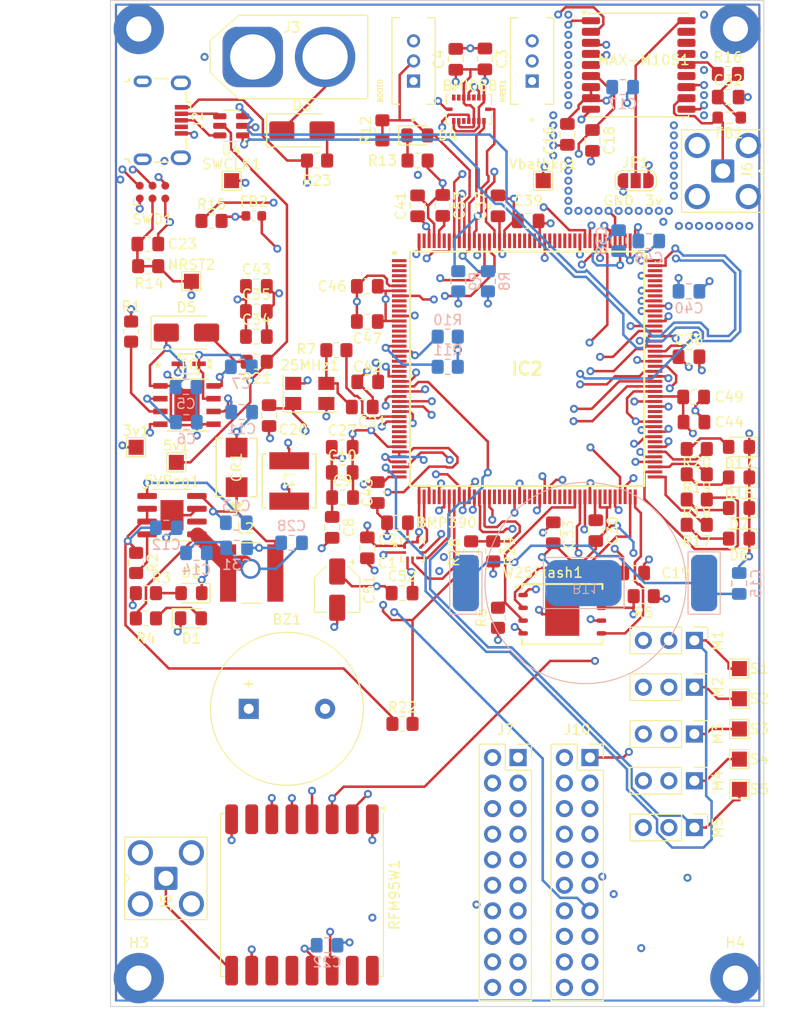
<source format=kicad_pcb>
(kicad_pcb (version 20240108) (generator "pcbnew") (generator_version "8.0")
  (layers (0 "F.Cu" signal) (1 "In1.Cu" power "GND") (2 "In2.Cu" jumper "3v3") (3 "In3.Cu" jumper) (4 "In4.Cu" power "GND2") (5 "In5.Cu" signal) (6 "In6.Cu" signal) (31 "B.Cu" signal) (34 "B.Paste" user) (35 "F.Paste" user) (36 "B.SilkS" user "B.Silkscreen") (37 "F.SilkS" user "F.Silkscreen") (38 "B.Mask" user) (39 "F.Mask" user) (44 "Edge.Cuts" user))
  (net 0 "")
  (net 1 "VBat-backup")
  (net 2 "GND")
  (net 3 "+3V3")
  (net 4 "+5V")
  (net 5 "Net-(IC2-VCAP_1)")
  (net 6 "Net-(C32-Pad1)")
  (net 7 "Net-(IC2-VCAP_2)")
  (net 8 "Net-(IC2-VCAP_3)")
  (net 9 "VDDA")
  (net 10 "Net-(D1-A)")
  (net 11 "Net-(D2-A)")
  (net 12 "5V_OUT_USB")
  (net 13 "Net-(D4-K)")
  (net 14 "Net-(D6-A)")
  (net 15 "Net-(D7-A)")
  (net 16 "Net-(D16-A)")
  (net 17 "Net-(D17-A)")
  (net 18 "Net-(J6-In)")
  (net 36 "I2C1_SCL")
  (net 38 "I2C2_SDA")
  (net 41 "I2C1_SDA")
  (net 63 "I2C2_SCL")
  (net 69 "Net-(5VReg1-EN)")
  (net 70 "Net-(D5-A)")
  (net 71 "NRST")
  (net 72 "SWCLK")
  (net 76 "VBAT")
  (net 80 "SERVO5")
  (net 82 "SERVO3")
  (net 84 "Net-(J5-In)")
  (net 85 "/GPS_!SAFEBOOT")
  (net 86 "SERVO4")
  (net 87 "SERVO2")
  (net 88 "SERVO1")
  (net 89 "BUZZER")
  (net 90 "GP_GPIO27")
  (net 91 "GP_GPIO26")
  (net 92 "GP_GPIO35")
  (net 93 "LED4")
  (net 94 "LED1")
  (net 95 "V_DETECT")
  (net 96 "GP_GPIO23")
  (net 97 "LED3")
  (net 98 "SPI5_MISO")
  (net 99 "GP_GPIO33")
  (net 100 "GP_GPIO22")
  (net 101 "GP_GPIO34")
  (net 102 "GP_GPIO19")
  (net 103 "GP_GPIO31")
  (net 104 "LED2")
  (net 105 "GP_GPIO18")
  (net 106 "UART4_TX")
  (net 107 "GP_GPIO10")
  (net 108 "SPI5_CS")
  (net 109 "GP_GPIO9")
  (net 110 "SPI5_SCK")
  (net 111 "GP_GPIO32")
  (net 112 "GP_GPIO21")
  (net 113 "I2C2_CS")
  (net 114 "/Power/NCV_RESET")
  (net 115 "/Power/DRV")
  (net 116 "/Power/BST")
  (net 117 "Net-(5VReg1-BST)")
  (net 119 "Net-(5VReg1-PGOOD)")
  (net 120 "Net-(25MHz1-Pad3)")
  (net 122 "Net-(MAX-M10S1-VCC_RF)")
  (net 138 "SPI5_MOSI")
  (net 139 "GP_GPIO25")
  (net 145 "GP_GPIO6")
  (net 146 "GP_GPIO24")
  (net 147 "GP_GPIO8")
  (net 148 "GP_GPIO20")
  (net 149 "UART4_RX")
  (net 150 "GP_GPIO28")
  (net 151 "GP_GPIO30")
  (net 152 "GP_GPIO29")
  (net 153 "GP_GPIO7")
  (net 154 "HSE_IN")
  (net 155 "INT_GYR")
  (net 156 "INT_ACC")
  (net 157 "SPI1_MISO")
  (net 158 "SPI1_SCK")
  (net 159 "SPI1_INT")
  (net 160 "SPI1_CS")
  (net 161 "SPI1_MOSI")
  (net 162 "BOOT0")
  (net 163 "SPI2_MISO")
  (net 164 "SPI3_SCK")
  (net 165 "SPI2_SCK")
  (net 166 "UART5_TX")
  (net 167 "FLASH_!WP")
  (net 168 "SPI3_CS")
  (net 169 "SPI2_!CS")
  (net 170 "SPI3_MISO")
  (net 171 "FLASH_!HOLD")
  (net 172 "SPI3_RST")
  (net 173 "SPI3_MOSI")
  (net 174 "SPI2_MOSI")
  (net 175 "GP_GPIO36")
  (net 176 "GPS_TIMEPULSE")
  (net 177 "SPI3_INT")
  (net 178 "HSE_OUT")
  (net 179 "UART5_RX")
  (net 180 "USB_D_Connector-")
  (net 181 "USB_D_Connector+")
  (net 182 "SWDIO")
  (net 183 "USB_D+")
  (net 184 "USB_D-")
  (net 185 "SWO")
  (net 186 "Net-(5VReg1-SW)")
  (net 187 "Net-(D3-A)")
  (net 188 "Net-(3v3Reg1-SW)")
  (footprint "BMI088:PQFN50P450X300X100-16N" (layer "F.Cu") (at 157.6 66.4)
    (property "Reference" "BMI088")
    (property "Value" "BMI088")
  )
  (footprint "Package_TO_SOT_SMD:SOT-23-6" (layer "F.Cu") (at 133.9625 68.05 180)
    (property "Reference" "U4")
    (property "Value" "USBLC6-2SC6")
  )
  (footprint "Connector_PinHeader_2.54mm:PinHeader_1x03_P2.54mm_Vertical" (layer "F.Cu") (at 180.04 119.2 -90)
    (property "Reference" "M1")
    (property "Value" "SERVO1")
  )
  (footprint "Inductor_SMD:L_0603_1608Metric" (layer "F.Cu") (at 136.2125 77)
    (property "Reference" "FB2")
    (property "Value" "FCM1608KF-601T05")
  )
  (footprint "Capacitor_SMD:C_0805_2012Metric_Pad1.18x1.45mm_HandSolder" (layer "F.Cu") (at 174 112.5)
    (property "Reference" "C19")
    (property "Value" "100nF")
  )
  (footprint "TestPoint:TestPoint_Pad_1.5x1.5mm" (layer "F.Cu") (at 184.515 122)
    (property "Reference" "S1")
    (property "Value" "SERVO1")
  )
  (footprint "Capacitor_SMD:C_0805_2012Metric_Pad1.18x1.45mm_HandSolder" (layer "F.Cu") (at 145 100)
    (property "Reference" "C27")
    (property "Value" "1uF")
  )
  (footprint "Resistor_SMD:R_0805_2012Metric_Pad1.20x1.40mm_HandSolder" (layer "F.Cu") (at 132 77.5)
    (property "Reference" "R15")
    (property "Value" "10k")
  )
  (footprint "W25N01GVZEIG_TR:SON127P800X600X80-9N" (layer "F.Cu") (at 166.895 116.595)
    (property "Reference" "W25Flash1")
    (property "Value" "W25N01GVZEIG_TR")
  )
  (footprint "Capacitor_SMD:C_0805_2012Metric_Pad1.18x1.45mm_HandSolder" (layer "F.Cu") (at 179.9625 95)
    (property "Reference" "C49")
    (property "Value" "100nF")
  )
  (footprint "Capacitor_SMD:C_0805_2012Metric_Pad1.18x1.45mm_HandSolder" (layer "F.Cu") (at 125.6625 79.8)
    (property "Reference" "C23")
    (property "Value" "100nF")
  )
  (footprint "MountingHole:MountingHole_2.5mm_Pad_TopBottom" (layer "F.Cu") (at 124.77 58.42)
    (property "Reference" "H1")
    (property "Value" "MountingHole_Pad")
  )
  (footprint "Capacitor_SMD:C_0805_2012Metric_Pad1.18x1.45mm_HandSolder" (layer "F.Cu") (at 169.9 69.5 -90)
    (property "Reference" "C18")
    (property "Value" "10uF")
  )
  (footprint "Connector:Tag-Connect_TC2030-IDC-NL_2x03_P1.27mm_Vertical" (layer "F.Cu") (at 126.13 74.635)
    (property "Reference" "SWD1")
    (property "Value" "Conn_ARM_SWD_TagConnect_TC2030-NL")
  )
  (footprint "NCV891330PD33R2G:SOIC8_3P9X4P9_ONS" (layer "F.Cu") (at 129.5584 95.805)
    (property "Reference" "3v3Reg1" (hide yes))
    (property "Value" "NCV891330PD33R2G")
  )
  (footprint "Connector_Coaxial:SMA_Amphenol_901-143_Horizontal" (layer "F.Cu") (at 182.86 72.54 180)
    (property "Reference" "J6")
    (property "Value" "Conn_Coaxial")
  )
  (footprint "Capacitor_SMD:C_0805_2012Metric_Pad1.18x1.45mm_HandSolder" (layer "F.Cu") (at 136.4625 89)
    (property "Reference" "C34")
    (property "Value" "100nF")
  )
  (footprint "LED_SMD:LED_0805_2012Metric_Pad1.15x1.40mm_HandSolder" (layer "F.Cu") (at 184.475 109.08 180)
    (property "Reference" "D6")
    (property "Value" "G-STATUS1")
  )
  (footprint "TestPoint:TestPoint_Pad_1.5x1.5mm" (layer "F.Cu") (at 184.515 125)
    (property "Reference" "S2")
    (property "Value" "SERVO2")
  )
  (footprint "Connector_PinHeader_2.54mm:PinHeader_1x03_P2.54mm_Vertical" (layer "F.Cu") (at 180.04 128.5 -90)
    (property "Reference" "M3")
    (property "Value" "SERVO3")
  )
  (footprint "TestPoint:TestPoint_Pad_1.5x1.5mm" (layer "F.Cu") (at 165 73.5)
    (property "Reference" "Vbatbkp1")
    (property "Value" "Vbckp")
  )
  (footprint "Connector_PinHeader_2.54mm:PinHeader_1x03_P2.54mm_Vertical" (layer "F.Cu") (at 180.04 123.85 -90)
    (property "Reference" "M2")
    (property "Value" "SERVO2")
  )
  (footprint "Capacitor_SMD:C_0805_2012Metric_Pad1.18x1.45mm_HandSolder" (layer "F.Cu") (at 144 107.9625 -90)
    (property "Reference" "C8")
    (property "Value" "10 uF")
  )
  (footprint "MountingHole:MountingHole_2.5mm_Pad_TopBottom" (layer "F.Cu") (at 124.77 152.77)
    (property "Reference" "H3")
    (property "Value" "MountingHole_Pad")
  )
  (footprint "Connector_USB:USB_Micro-B_Wuerth_629105150521" (layer "F.Cu") (at 127.1 67.5 -90)
    (property "Reference" "J2")
    (property "Value" "USB_B_Micro")
  )
  (footprint "Capacitor_SMD:C_0805_2012Metric_Pad1.18x1.45mm_HandSolder" (layer "F.Cu") (at 159.2 61.4 90)
    (property "Reference" "C3")
    (property "Value" "100 nF")
  )
  (footprint "Capacitor_SMD:C_0805_2012Metric_Pad1.18x1.45mm_HandSolder" (layer "F.Cu") (at 147.5 87.5 180)
    (property "Reference" "C47")
    (property "Value" "100nF")
  )
  (footprint "OS102011MS2QN1:SW_OS102011MS2QN1" (layer "F.Cu") (at 163.9 61.6 90)
    (property "Reference" "NRST1")
    (property "Value" "OS102011MS2QN1")
  )
  (footprint "LED_SMD:LED_0805_2012Metric_Pad1.15x1.40mm_HandSolder" (layer "F.Cu") (at 130 114.5 180)
    (property "Reference" "D1")
    (property "Value" "GREEN-3v3")
  )
  (footprint "Crystal:Crystal_SMD_5032-4Pin_5.0x3.2mm" (layer "F.Cu") (at 141.775 94.65)
    (property "Reference" "25MHz1")
    (property "Value" "25MHz-X503225MSB4SI")
  )
  (footprint "Resistor_SMD:R_0805_2012Metric_Pad1.20x1.40mm_HandSolder" (layer "F.Cu") (at 180.275 105.195 180)
    (property "Reference" "R18")
    (property "Value" "200")
  )
  (footprint "Capacitor_SMD:C_0805_2012Metric_Pad1.18x1.45mm_HandSolder" (layer "F.Cu") (at 152.5 76 90)
    (property "Reference" "C41")
    (property "Value" "100nF")
  )
  (footprint "Connector_PinHeader_2.54mm:PinHeader_1x03_P2.54mm_Vertical" (layer "F.Cu") (at 180.04 137.8 -90)
    (property "Reference" "M5")
    (property "Value" "SERVO5")
  )
  (footprint "TestPoint:TestPoint_Pad_1.5x1.5mm" (layer "F.Cu") (at 184.515 134)
    (property "Reference" "S5")
    (property "Value" "SERVO5")
  )
  (footprint "Diode_SMD:D_SMA" (layer "F.Cu") (at 129.5 88.6)
    (property "Reference" "D5")
    (property "Value" "B150-E3")
  )
  (footprint "Resistor_SMD:R_0805_2012Metric_Pad1.20x1.40mm_HandSolder" (layer "F.Cu") (at 175 114.8 180)
    (property "Reference" "R5")
    (property "Value" "10k")
  )
  (footprint "BMP390:10LGA_2X2X0p75_BOS" (layer "F.Cu") (at 152 110.2126)
    (property "Reference" "BMP390")
    (property "Value" "BMP390")
  )
  (footprint "LED_SMD:LED_0805_2012Metric_Pad1.15x1.40mm_HandSolder" (layer "F.Cu") (at 152.475 69)
    (property "Reference" "D4")
    (property "Value" "YELLOW")
  )
  (footprint "Resistor_SMD:R_0805_2012Metric_Pad1.20x1.40mm_HandSolder" (layer "F.Cu") (at 149 68.5 90)
    (property "Reference" "R12")
    (property "Value" "10k")
  )
  (footprint "RF_Module:HOPERF_RFM9XW_SMD" (layer "F.Cu") (at 141 144.5 -90)
    (property "Reference" "RFM95W1")
    (property "Value" "RFM95W-915S2")
  )
  (footprint "TestPoint:TestPoint_Pad_1.5x1.5mm" (layer "F.Cu") (at 128.5 101.5)
    (property "Reference" "5v1")
    (property "Value" "5V")
  )
  (footprint "Capacitor_SMD:C_0805_2012Metric_Pad1.18x1.45mm_HandSolder" (layer "F.Cu") (at 160.5 76 90)
    (property "Reference" "C37")
    (property "Value" "100nF")
  )
  (footprint "Connector_AMASS:AMASS_XT60-M_1x02_P7.20mm_Vertical" (layer "F.Cu") (at 136.1 61.2)
    (property "Reference" "J3")
    (property "Value" "XT60-M")
  )
  (footprint "Jumper:SolderJumper-3_P1.3mm_Open_RoundedPad1.0x1.5mm_NumberLabels" (layer "F.Cu") (at 174.2 73.5)
    (property "Reference" "JP1")
    (property "Value" "SolderJumper_3_Open")
  )
  (footprint "Resistor_SMD:R_0805_2012Metric_Pad1.20x1.40mm_HandSolder" (layer "F.Cu") (at 136.5 91.5 180)
    (property "Reference" "R21")
    (property "Value" "0 ")
  )
  (footprint "NR6028T4R7M:IND_NR6028T4R7M" (layer "F.Cu") (at 136 112.5)
    (property "Reference" "L2")
    (property "Value" "NR6028T4R7M")
  )
  (footprint "LED_SMD:LED_0805_2012Metric_Pad1.15x1.40mm_HandSolder" (layer "F.Cu") (at 129.95 117)
    (property "Reference" "D2")
    (property "Value" "RED-5V")
  )
  (footprint "LIB_STM32H755IIT6:QFP50P2600X2600X160-176N" (layer "F.Cu") (at 163.4 92.2)
    (property "Reference" "IC2")
    (property "Value" "STM32H755IIT6" (hide yes))
  )
  (footprint "MountingHole:MountingHole_2.5mm_Pad_TopBottom" (layer "F.Cu") (at 184.12 58.42)
    (property "Reference" "H2")
    (property "Value" "MountingHole_Pad")
  )
  (footprint "Capacitor_SMD:C_0805_2012Metric_Pad1.18x1.45mm_HandSolder" (layer "F.Cu") (at 136.4625 86.5)
    (property "Reference" "C35")
    (property "Value" "100nF")
  )
  (footprint "Package_SO:SOIC-8-1EP_3.9x4.9mm_P1.27mm_EP2.29x3mm" (layer "F.Cu") (at 128.07 106.75)
    (property "Reference" "5VReg1")
    (property "Value" "ADP2303ARDZ-5.0")
  )
  (footprint "Diode_SMD:D_SMA" (layer "F.Cu") (at 141 68.5)
    (property "Reference" "D3")
    (property "Value" "B150-E3")
  )
  (footprint "Capacitor_SMD:C_0805_2012Metric_Pad1.18x1.45mm_HandSolder" (layer "F.Cu") (at 155 75.9625 -90)
    (property "Reference" "C53")
    (property "Value" "2.2 uF")
  )
  (footprint "TestPoint:TestPoint_Pad_1.5x1.5mm" (layer "F.Cu") (at 184.515 131)
    (property "Reference" "S4")
    (property "Value" "SERVO4")
  )
  (footprint "Capacitor_SMD:C_0805_2012Metric_Pad1.18x1.45mm_HandSolder" (layer "F.Cu") (at 163.5 77.5 180)
    (property "Reference" "C39")
    (property "Value" "100nF")
  )
  (footprint "Resistor_SMD:R_0805_2012Metric_Pad1.20x1.40mm_HandSolder" (layer "F.Cu") (at 151 127.5)
    (property "Reference" "R22")
    (property "Value" "0 ")
  )
  (footprint "Capacitor_SMD:C_0805_2012Metric_Pad1.18x1.45mm_HandSolder" (layer "F.Cu") (at 167.4 68.9 -90)
    (property "Reference" "C16")
    (property "Value" "1uF")
  )
  (footprint "Resistor_SMD:R_0805_2012Metric_Pad1.20x1.40mm_HandSolder" (layer "F.Cu") (at 124 88.5 90)
    (property "Reference" "R1")
    (property "Value" "10k")
  )
  (footprint "bas16ht1g:SOD_16HT1G_ONS" (layer "F.Cu") (at 129.7287 91.7 180)
    (property "Reference" "U1")
    (property "Value" "BAS16HT1G")
  )
  (footprint "Resistor_SMD:R_0805_2012Metric_Pad1.20x1.40mm_HandSolder" (layer "F.Cu") (at 124.5 111.5 -90)
    (property "Reference" "R2")
    (property "Value" "100k")
  )
  (footprint "Capacitor_SMD:C_0805_2012Metric_Pad1.18x1.45mm_HandSolder" (layer "F.Cu") (at 150.9625 114.5)
    (property "Reference" "C52")
    (property "Value" "100nF")
  )
  (footprint "Capacitor_SMD:C_0805_2012Metric_Pad1.18x1.45mm_HandSolder" (layer "F.Cu") (at 170.225 108.2875 -90)
    (property "Reference" "C30")
    (property "Value" "2.2uF")
  )
  (footprint "Capacitor_SMD:C_0805_2012Metric_Pad1.18x1.45mm_HandSolder" (layer "F.Cu") (at 136.4625 84)
    (property "Reference" "C43")
    (property "Value" "100nF")
  )
  (footprint "ssb43:DIODE_DO214AA_MBRS" (layer "F.Cu") (at 134.5 102 90)
    (property "Reference" "CR1")
    (property "Value" "SSB43L-E3/52T")
  )
  (footprint "Connector_PinSocket_2.54mm:PinSocket_2x10_P2.54mm_Vertical" (layer "F.Cu") (at 169.65 130.84)
    (property "Reference" "J10")
    (property "Value" "Conn_02x10_Top_Bottom")
  )
  (footprint "Resistor_SMD:R_0805_2012Metric_Pad1.20x1.40mm_HandSolder" (layer "F.Cu") (at 125.475 114.5)
    (property "Reference" "R3")
    (property "Value" "100")
  )
  (footprint "NRS5030T3:IND_NRS5030_TAY" (layer "F.Cu") (at 139.725 103.35 -90)
    (property "Reference" "L1")
    (property "Value" "3.3 uH")
  )
  (footprint "Capacitor_SMD:C_0805_2012Metric_Pad1.18x1.45mm_HandSolder" (layer "F.Cu") (at 147.5 110 90)
    (property "Reference" "C1")
    (property "Value" "100nF")
  )
  (footprint "Capacitor_SMD:C_0805_2012Metric_Pad1.18x1.45mm_HandSolder" (layer "F.Cu") (at 148.5 104.5 -90)
    (property "Reference" "C45")
    (property "Value" "100nF")
  )
  (footprint "Resistor_SMD:R_0805_2012Metric_Pad1.20x1.40mm_HandSolder" (layer "F.Cu") (at 180.275 100.175 180)
    (property "Reference" "R20")
    (property "Value" "200")
  )
  (footprint "Buzzer_Beeper:Buzzer_15x7.5RM7.6" (layer "F.Cu") (at 135.7 126)
    (property "Reference" "BZ1")
    (property "Value" "Buzzer")
  )
  (footprint "Resistor_SMD:R_0805_2012Metric_Pad1.20x1.40mm_HandSolder" (layer "F.Cu") (at 180.275 107.705 180)
    (property "Reference" "R17")
    (property "Value" "200")
  )
  (footprint "Capacitor_SMD:C_0805_2012Metric_Pad1.18x1.45mm_HandSolder" (layer "F.Cu") (at 166 108.5 -90)
    (property "Reference" "C33")
    (property "Value" "100nF")
  )
  (footprint "MountingHole:MountingHole_2.5mm_Pad_TopBottom" (layer "F.Cu") (at 184.12 152.77)
    (property "Reference" "H4")
    (property "Value" "MountingHole_Pad")
  )
  (footprint "Connector_PinHeader_2.54mm:PinHeader_1x03_P2.54mm_Vertical" (layer "F.Cu") (at 180.04 133.15 -90)
    (property "Reference" "M4")
    (property "Value" "SERVO4")
  )
  (footprint "Connector_Coaxial:SMA_Amphenol_901-143_Horizontal" (layer "F.Cu") (at 127.46 142.85)
    (property "Reference" "J5")
    (property "Value" "Conn_Coaxial")
  )
  (footprint "OS102011MS2QN1:SW_OS102011MS2QN1" (layer "F.Cu") (at 152.1 61.6 90)
    (property "Reference" "BOOT0")
    (property "Value" "OS102011MS2QN1")
  )
  (footprint "TestPoint:TestPoint_Pad_1.5x1.5mm" (layer "F.Cu") (at 134 73.5)
    (property "Reference" "SWCLK1")
    (property "Value" "SWCLK")
  )
  (footprint "RF_GPS:ublox_MAX" (layer "F.Cu") (at 174.5 62)
    (property "Reference" "MAX-M10S1")
    (property "Value" "MAX-M10S")
  )
  (footprint "Inductor_SMD:L_0805_2012Metric_Pad1.05x1.20mm_HandSolder" (layer "F.Cu") (at 183.51 67.23 180)
    (property "Reference" "FB1")
    (property "Value" "2.66")
  )
  (footprint "Resistor_SMD:R_0805_2012Metric_Pad1.20x1.40mm_HandSolder" (layer "F.Cu") (at 144.425 90.35 180)
    (property "Reference" "R7")
    (property "Value" "47")
  )
  (footprint "Resistor_SMD:R_0805_2012Metric_Pad1.20x1.40mm_HandSolder" (layer "F.Cu") (at 183.37 62.89)
    (property "Reference" "R16")
    (property "Value" "33")
  )
  (footprint "LED_SMD:LED_0805_2012Metric_Pad1.15x1.40mm_HandSolder" (layer "F.Cu") (at 184.475 106.04 180)
    (property "Reference" "D7")
    (property "Value" "O-STATUS2")
  )
  (footprint "Connector_PinSocket_2.54mm:PinSocket_2x10_P2.54mm_Vertical" (layer "F.Cu") (at 162.5 130.84)
    (property "Reference" "J7")
    (property "Value" "Conn_02x10_Top_Bottom")
  )
  (footprint "Capacitor_SMD:C_0805_2012Metric_Pad1.18x1.45mm_HandSolder" (layer "F.Cu") (at 156.3 61.4375 90)
    (property "Reference" "C4")
    (property "Value" "100 nF")
  )
  (footprint "LED_SMD:LED_0805_2012Metric_Pad1.15x1.40mm_HandSolder" (layer "F.Cu") (at 184.475 99.96 180)
    (property "Reference" "D17")
    (property "Value" "R-STATUS4")
  )
  (footprint "Capacitor_SMD:C_0805_2012Metric_Pad1.18x1.45mm_HandSolder" (layer "F.Cu") (at 145 102.5)
    (property "Reference" "C10")
    (property "Value" "10 uF")
  )
  (footprint "Capacitor_SMD:C_0805_2012Metric_Pad1.18x1.45mm_HandSolder" (layer "F.Cu") (at 183.4 65.19)
    (property "Reference" "C32")
    (property "Value" "47pF")
  )
  (footprint "Resistor_SMD:R_0805_2012Metric_Pad1.20x1.40mm_HandSolder" (layer "F.Cu") (at 157.825 110.35 -90)
    (property "Reference" "R28")
    (property "Value" "1M")
  )
  (footprint "Capacitor_SMD:C_0805_2012Metric_Pad1.18x1.45mm_HandSolder" (layer "F.Cu") (at 150.5 107.5 180)
    (property "Reference" "C2")
    (property "Value" "100nF")
  )
  (footprint "TestPoint:TestPoint_Pad_1.5x1.5mm" (layer "F.Cu") (at 130 83.5)
    (property "Reference" "NRST2")
    (property "Value" "NRST")
  )
  (footprint "Capacitor_SMD:C_0805_2012Metric_Pad1.18x1.45mm_HandSolder" (layer "F.Cu") (at 147.5375 93.5 180)
    (property "Reference" "C42")
    (property "Value" "100nF")
  )
  (footprint "Capacitor_SMD:CP_Elec_4x5.4" (layer "F.Cu") (at 144.5 114.15 -90)
    (property "Reference" "C51")
    (property "Value" "1uF")
  )
  (footprint "Resistor_SMD:R_0805_2012Metric_Pad1.20x1.40mm_HandSolder" (layer "F.Cu") (at 125.475 117.01)
    (property "Reference" "R4")
    (property "Value" "200")
  )
  (footprint "Resistor_SMD:R_0805_2012Metric_Pad1.20x1.40mm_HandSolder" (layer "F.Cu") (at 152.5 71.5)
    (property "Reference" "R13")
    (property "Value" "100")
  )
  (footprint "Capacitor_SMD:C_0805_2012Metric_Pad1.18x1.45mm_HandSolder" (layer "F.Cu") (at 147.5 84 180)
    (property "Reference" "C46")
    (property "Value" "100nF")
  )
  (footprint "Resistor_SMD:R_0805_2012Metric_Pad1.20x1.40mm_HandSolder" (layer "F.Cu") (at 125.7 82)
    (property "Reference" "R14")
    (property "Value" "10k")
  )
  (footprint "Resistor_SMD:R_0805_2012Metric_Pad1.20x1.40mm_HandSolder" (layer "F.Cu") (at 160.025 110.35 -90)
    (property "Reference" "R29")
    (property "Value" "100k")
  )
  (footprint "Resistor_SMD:R_0805_2012Metric_Pad1.20x1.40mm_HandSolder" (layer "F.Cu") (at 160.5 116.95 90)
    (property "Reference" "R6")
    (property "Value" "10k")
  )
  (footprint "Capacitor_SMD:C_0805_2012Metric_Pad1.18x1.45mm_HandSolder" (layer "F.Cu") (at 147 96)
    (property "Reference" "C21")
    (property "Value" "12pF")
  )
  (footprint "Resistor_SMD:R_0805_2012Metric_Pad1.20x1.40mm_HandSolder" (layer "F.Cu") (at 180.275 102.685 180)
    (property "Reference" "R19")
    (property "Value" "200")
  )
  (footprint "TestPoint:TestPoint_Pad_1.5x1.5mm" (layer "F.Cu") (at 124.5 100)
    (property "Reference" "3v1")
    (property "Value" "3v3")
  )
  (footprint "Capacitor_SMD:C_0805_2012Metric_Pad1.18x1.45mm_HandSolder" (layer "F.Cu") (at 180 97.5)
    (property "Reference" "C44")
    (property "Value" "100nF")
  )
  (footprint "Resistor_SMD:R_0805_2012Metric_Pad1.20x1.40mm_HandSolder" (layer "F.Cu") (at 142.5 71.5)
    (property "Reference" "R23")
    (property "Value" "0 ")
  )
  (footprint "LED_SMD:LED_0805_2012Metric_Pad1.15x1.40mm_HandSolder" (layer "F.Cu") (at 184.475 103 180)
    (property "Reference" "D16")
    (property "Value" "B-STATUS3")
  )
  (footprint "TestPoint:TestPoint_Pad_1.5x1.5mm" (layer "F.Cu") (at 184.515 128)
    (property "Reference" "S3")
    (property "Value" "SERVO3")
  )
  (footprint "Capacitor_SMD:C_0805_2012Metric_Pad1.18x1.45mm_HandSolder" (layer "F.Cu") (at 145.0375 105)
    (property "Reference" "C9")
    (property "Value" "10 uF")
  )
  (footprint "Capacitor_SMD:C_0805_2012Metric_Pad1.18x1.45mm_HandSolder" (layer "F.Cu") (at 179.5 91)
    (property "Reference" "C36")
    (property "Value" "100nF")
  )
  (footprint "Capacitor_SMD:C_0805_2012Metric_Pad1.18x1.45mm_HandSolder" (layer "F.Cu") (at 137.725 96.85 -90)
    (property "Reference" "C20")
    (property "Value" "12pF")
  )
  (footprint "Capacitor_SMD:C_0805_2012Metric_Pad1.18x1.45mm_HandSolder" (layer "B.Cu") (at 127.5 108)
    (property "Reference" "C12")
    (property "Value" "10 uF")
  )
  (footprint "Resistor_SMD:R_0805_2012Metric_Pad1.20x1.40mm_HandSolder" (layer "B.Cu") (at 155.5 92 180)
    (property "Reference" "R11")
    (property "Value" "4.7k")
  )
  (footprint "Capacitor_SMD:C_0805_2012Metric_Pad1.18x1.45mm_HandSolder" (layer "B.Cu") (at 172.5 79.4625 -90)
    (property "Reference" "C38")
    (property "Value" "100nF")
  )
  (footprint "Capacitor_SMD:C_0805_2012Metric_Pad1.18x1.45mm_HandSolder" (layer "B.Cu") (at 134.9625 92)
    (property "Reference" "C7")
    (property "Value" ".1 uF")
  )
  (footprint "Capacitor_SMD:C_0805_2012Metric_Pad1.18x1.45mm_HandSolder" (layer "B.Cu") (at 134.4625 107.5 180)
    (property "Reference" "C13")
    (property "Value" "0.1 uF")
  )
  (footprint "cr-2032:cr 2032 holder" (layer "B.Cu") (at 169.207 113.493)
    (property "Reference" "BT1")
    (property "Value" "CR-2032")
  )
  (footprint "Resistor_SMD:R_0805_2012Metric_Pad1.20x1.40mm_HandSolder" (layer "B.Cu") (at 156.55 83.5 90)
    (property "Reference" "R9")
    (property "Value" "4.7k")
  )
  (footprint "Capacitor_SMD:C_0805_2012Metric_Pad1.18x1.45mm_HandSolder" (layer "B.Cu") (at 184.5 113.5375 90)
    (property "Reference" "C15")
    (property "Value" "1 uF")
  )
  (footprint "Capacitor_SMD:C_0805_2012Metric_Pad1.18x1.45mm_HandSolder" (layer "B.Cu") (at 143.5 149.5)
    (property "Reference" "C22")
    (property "Value" "10uF")
  )
  (footprint "Capacitor_SMD:C_0805_2012Metric_Pad1.18x1.45mm_HandSolder" (layer "B.Cu") (at 135 96.5)
    (property "Reference" "C11")
    (property "Value" ".1 uF")
  )
  (footprint "Capacitor_SMD:C_0805_2012Metric_Pad1.18x1.45mm_HandSolder" (layer "B.Cu") (at 175.5 79.5)
    (property "Reference" "C48")
    (property "Value" "2.2uF")
  )
  (footprint "Capacitor_SMD:C_0805_2012Metric_Pad1.18x1.45mm_HandSolder" (layer "B.Cu") (at 179.5 84.5)
    (property "Reference" "C40")
    (property "Value" "100nF")
  )
  (footprint "Capacitor_SMD:C_0805_2012Metric_Pad1.18x1.45mm_HandSolder" (layer "B.Cu") (at 134.5 110)
    (property "Reference" "C31")
    (property "Value" "10 uF")
  )
  (footprint "Capacitor_SMD:C_0805_2012Metric_Pad1.18x1.45mm_HandSolder" (layer "B.Cu") (at 129.4625 94)
    (property "Reference" "C5")
    (property "Value" "4.7 uF")
  )
  (footprint "Capacitor_SMD:C_0805_2012Metric_Pad1.18x1.45mm_HandSolder" (layer "B.Cu") (at 129.5 97.5)
    (property "Reference" "C6")
    (property "Value" ".1 uF")
  )
  (footprint "Capacitor_SMD:C_0805_2012Metric_Pad1.18x1.45mm_HandSolder" (layer "B.Cu") (at 172.9 64.2)
    (property "Reference" "C17")
    (property "Value" "1uF")
  )
  (footprint "Resistor_SMD:R_0805_2012Metric_Pad1.20x1.40mm_HandSolder" (layer "B.Cu") (at 159.5 83.5 90)
    (property "Reference" "R8")
    (property "Value" "4.7k")
  )
  (footprint "Resistor_SMD:R_0805_2012Metric_Pad1.20x1.40mm_HandSolder" (layer "B.Cu") (at 155.5 89 180)
    (property "Reference" "R10")
    (property "Value" "4.7k")
  )
  (footprint "Capacitor_SMD:C_0805_2012Metric_Pad1.18x1.45mm_HandSolder" (layer "B.Cu") (at 130.5 110.5)
    (property "Reference" "C14")
    (property "Value" "47 uF")
  )
  (footprint "Capacitor_SMD:C_0805_2012Metric_Pad1.18x1.45mm_HandSolder" (layer "B.Cu") (at 139.9625 109.5 180)
    (property "Reference" "C28")
    (property "Value" "10 uF")
  )
  (gr_rect (start 122.5 56) (end 186.5 155) (stroke (width 0.2)) (fill none) (layer "F.Cu") (net 2))
  (gr_rect (start 122.5 56) (end 186.5 155) (stroke (width 0.2)) (fill none) (layer "B.Cu") (net 2))
  (gr_rect (start 121.95 55.59) (end 186.95 155.59) (stroke (width 0.1)) (fill none) (layer "Edge.Cuts"))
  (segment (start 169.9 68.4625) (end 172.0478 66.3147) (width 0.25) (layer "F.Cu") (net 1))
  (segment (start 170.317 63.1) (end 169.75 63.1) (width 0.25) (layer "F.Cu") (net 1))
  (segment (start 165.123 72.1418) (end 165 72.2648) (width 0.25) (layer "F.Cu") (net 1))
  (segment (start 153.0348 85.307) (end 154.121 85.307) (width 0.25) (layer "F.Cu") (net 1))
  (segment (start 172.0478 66.3147) (end 172.0478 64.8308) (width 0.25) (layer "F.Cu") (net 1))
  (segment (start 150.675 84.95) (end 152.6778 84.95) (width 0.25) (layer "F.Cu") (net 1))
  (segment (start 165 72.2648) (end 165 73.5) (width 0.25) (layer "F.Cu") (net 1))
  (segment (start 168.537 69.8255) (end 169.9 68.4625) (width 0.25) (layer "F.Cu") (net 1))
  (segment (start 152.6778 84.95) (end 153.0348 85.307) (width 0.25) (layer "F.Cu") (net 1))
  (segment (start 172.0478 64.8308) (end 170.317 63.1) (width 0.25) (layer "F.Cu") (net 1))
  (segment (start 168.537 70.8349) (end 168.537 69.8255) (width 0.25) (layer "F.Cu") (net 1))
  (via (at 165.123 72.1418) (size 0.8) (drill 0.4) (layers "F.Cu" "B.Cu") (net 1))
  (via (at 168.537 70.8349) (size 0.8) (drill 0.4) (layers "F.Cu" "B.Cu") (net 1))
  (via (at 162.147 111.422) (size 0.8) (drill 0.4) (layers "F.Cu" "B.Cu") (net 1))
  (via (at 154.121 85.307) (size 0.8) (drill 0.4) (layers "F.Cu" "B.Cu") (net 1))
  (segment (start 169.5664 109.7909) (end 163.7781 109.7909) (width 0.25) (layer "B.Cu") (net 1))
  (segment (start 170.5923 110.8168) (end 169.5664 109.7909) (width 0.25) (layer "B.Cu") (net 1))
  (segment (start 184.5 114.575) (end 182.089 114.575) (width 0.25) (layer "B.Cu") (net 1))
  (segment (start 175.1069 113.493) (end 172.4307 110.8168) (width 0.25) (layer "B.Cu") (net 1))
  (segment (start 182.089 114.575) (end 181.007 113.493) (width 0.25) (layer "B.Cu") (net 1))
  (segment (start 181.007 113.493) (end 175.1069 113.493) (width 0.25) (layer "B.Cu") (net 1))
  (segment (start 159.378 111.422) (end 157.307 113.493) (width 0.25) (layer "B.Cu") (net 1))
  (segment (start 172.4307 110.8168) (end 170.5923 110.8168) (width 0.25) (layer "B.Cu") (net 1))
  (segment (start 163.7781 109.7909) (end 162.147 111.422) (width 0.25) (layer "B.Cu") (net 1))
  (segment (start 162.147 111.422) (end 159.378 111.422) (width 0.25) (layer "B.Cu") (net 1))
  (segment (start 160.025 112.583) (end 160.025 111.35) (width 0.25) (layer "F.Cu") (net 2))
  (segment (start 149.45 83.7) (end 149.45 83.2799) (width 0.25) (layer "F.Cu") (net 2))
  (segment (start 135.2449 68.1949) (end 135.1 68.05) (width 0.25) (layer "F.Cu") (net 2))
  (segment (start 172.9 73.5) (end 172.9 74.54) (width 0.25) (layer "F.Cu") (net 2))
  (segment (start 180.135 96.3787) (end 180.135 95.865) (width 0.25) (layer "F.Cu") (net 2))
  (segment (start 165.15 80.5) (end 165.15 81.19) (width 0.25) (layer "F.Cu") (net 2))
  (segment (start 131.025 113.175) (end 131.025 114.5) (width 0.25) (layer "F.Cu") (net 2))
  (segment (start 152.65 104.925) (end 152.65 105.9767) (width 0.25) (layer "F.Cu") (net 2))
  (segment (start 153.65 103.9) (end 153.625 103.875) (width 0.25) (layer "F.Cu") (net 2))
  (segment (start 162.364 117.864) (end 163 118.5) (width 0.25) (layer "F.Cu") (net 2))
  (segment (start 180.6 66.4) (end 179.25 66.4) (width 0.25) (layer "F.Cu") (net 2))
  (segment (start 143.425 96.9315) (end 143.425 95.65) (width 0.25) (layer "F.Cu") (net 2))
  (segment (start 158.15 64.19) (end 158.175 64.19) (width 0.25) (layer "F.Cu") (net 2))
  (segment (start 152.216 86.9039) (end 152.1699 86.95) (width 0.25) (layer "F.Cu") (net 2))
  (segment (start 150.675 83.95) (end 149.7 83.95) (width 0.25) (layer "F.Cu") (net 2))
  (segment (start 128.925 118.036) (end 128.925 117) (width 0.25) (layer "F.Cu") (net 2))
  (segment (start 152.675 103.875) (end 152.65 103.9) (width 0.25) (layer "F.Cu") (net 2))
  (segment (start 171.65 105.9767) (end 171.335 105.9767) (width 0.25) (layer "F.Cu") (net 2))
  (segment (start 185.5 109.08) (end 185.5 106.04) (width 0.25) (layer "F.Cu") (net 2))
  (segment (start 152.644 105.9827) (end 152.65 105.9767) (width 0.25) (layer "F.Cu") (net 2))
  (segment (start 128.636 118.325) (end 128.925 118.036) (width 0.25) (layer "F.Cu") (net 2))
  (segment (start 165.15 79.475) (end 165.15 80.5) (width 0.25) (layer "F.Cu") (net 2))
  (segment (start 180.775 92.3545) (end 180.5375 92.117) (width 0.25) (layer "F.Cu") (net 2))
  (segment (start 151.87 112.408) (end 152 112.538) (width 0.25) (layer "F.Cu") (net 2))
  (segment (start 158.6 64.615) (end 158.6 65.235) (width 0.25) (layer "F.Cu") (net 2))
  (segment (start 161.15 79.475) (end 161.15 78.4233) (width 0.25) (layer "F.Cu") (net 2))
  (segment (start 176.125 100.95) (end 175.0733 100.95) (width 0.25) (layer "F.Cu") (net 2))
  (segment (start 169.9 70.5375) (end 169.9 71.44) (width 0.25) (layer "F.Cu") (net 2))
  (segment (start 171.335 105.9767) (end 171.335 108.215) (width 0.25) (layer "F.Cu") (net 2))
  (segment (start 167.3375 70) (end 167.4 69.9375) (width 0.25) (layer "F.Cu") (net 2))
  (segment (start 130.274 68.9411) (end 130.1178 68.9411) (width 0.25) (layer "F.Cu") (net 2))
  (segment (start 150.675 92.95) (end 149.6233 92.95) (width 0.25) (layer "F.Cu") (net 2))
  (segment (start 162.4625 77.5) (end 162.0733 77.5) (width 0.25) (layer "F.Cu") (net 2))
  (segment (start 148.0375 95.0375) (end 148.0375 96) (width 0.25) (layer "F.Cu") (net 2))
  (segment (start 162.15 106.507) (end 162.15 104.925) (width 0.25) (layer "F.Cu") (net 2))
  (segment (start 174.008 94.45) (end 176.125 94.45) (width 0.25) (layer "F.Cu") (net 2))
  (segment (start 172.35 107.79) (end 171.76 107.79) (width 0.25) (layer "F.Cu") (net 2))
  (segment (start 149.7 83.95) (end 149.45 83.7) (width 0.25) (layer "F.Cu") (net 2))
  (segment (start 162.163 117.864) (end 162.364 117.864) (width 0.25) (layer "F.Cu") (net 2))
  (segment (start 180.5375 92.117) (end 180.5375 91) (width 0.25) (layer "F.Cu") (net 2))
  (segment (start 169.095 111.245) (end 167.7075 111.245) (width 0.25) (layer "F.Cu") (net 2))
  (segment (start 175.0733 100.8733) (end 175.0733 100.95) (width 0.25) (layer "F.Cu") (net 2))
  (segment (start 146.4625 85.5234) (end 146.4625 87.5) (width 0.25) (layer "F.Cu") (net 2))
  (segment (start 146.0375 100) (end 146.0375 102.5) (width 0.25) (layer "F.Cu") (net 2))
  (segment (start 175.0375 111.6345) (end 175.0375 112.5) (width 0.25) (layer "F.Cu") (net 2))
  (segment (start 127.874 77.6145) (end 127.874 77.514) (width 0.25) (layer "F.Cu") (net 2))
  (segment (start 149.4625 108.8345) (end 149.4625 107.5) (width 0.25) (layer "F.Cu") (net 2))
  (segment (start 170.65 104.925) (end 170.65 105.9767) (width 0.25) (layer "F.Cu") (net 2))
  (segment (start 146.5 93.5) (end 148.0375 95.0375) (width 0.25) (layer "F.Cu") (net 2))
  (segment (start 146.0375 102.5) (end 146.075 102.5375) (width 0.25) (layer "F.Cu") (net 2))
  (segment (start 148.226 112.245) (end 147.5 111.519) (width 0.25) (layer "F.Cu") (net 2))
  (segment (start 134.5 98.4482) (end 134.5 100.0315) (width 0.25) (layer "F.Cu") (net 2))
  (segment (start 151.5 111) (end 151.5 112.038) (width 0.25) (layer "F.Cu") (net 2))
  (segment (start 127.4 77.04) (end 127.4 75.27) (width 0.25) (layer "F.Cu") (net 2))
  (segment (start 140.125 93.65) (end 141.2516 93.65) (width 0.25) (layer "F.Cu") (net 2))
  (segment (start 181.0375 97.2812) (end 181.0375 97.5) (width 0.25) (layer "F.Cu") (net 2))
  (segment (start 166.895 116.595) (end 164.8683 116.595) (width 0.25) (layer "F.Cu") (net 2))
  (segment (start 165.15 103.105) (end 165.15 104.925) (width 0.25) (layer "F.Cu") (net 2))
  (segment (start 125.8789 98.5449) (end 125.8789 97.71) (width 0.25) (layer "F.Cu") (net 2))
  (segment (start 147.5125 82.95) (end 146.4625 84) (width 0.25) (layer "F.Cu") (net 2))
  (segment (start 153.5 72.2342) (end 153.5 71.5) (width 0.25) (layer "F.Cu") (net 2))
  (segment (start 170.225 110.115) (end 169.095 111.245) (width 0.25) (layer "F.Cu") (net 2))
  (segment (start 170.225 109.325) (end 170.225 110.115) (width 0.25) (layer "F.Cu") (net 2))
  (segment (start 125.879 98.545) (end 125.8789 98.5449) (width 0.25) (layer "F.Cu") (net 2))
  (segment (start 158.175 64.19) (end 158.6 64.615) (width 0.25) (layer "F.Cu") (net 2))
  (segment (start 127.874 77.6145) (end 126.7 78.7885) (width 0.25) (layer "F.Cu") (net 2))
  (segment (start 137.5 86.5) (end 137.5 89) (width 0.25) (layer "F.Cu") (net 2))
  (segment (start 156.36 60.34) (end 157.75 60.34) (width 0.25) (layer "F.Cu") (net 2))
  (segment (start 156.3 60.4) (end 156.36 60.34) (width 0.25) (layer "F.Cu") (net 2))
  (segment (start 167.7075 111.245) (end 166 109.5375) (width 0.25) (layer "F.Cu") (net 2))
  (segment (start 134 139.061) (end 134 136.975) (width 0.25) (layer "F.Cu") (net 2))
  (segment (start 146.5 93.4077) (end 146.5 93.5) (width 0.25) (layer "F.Cu") (net 2))
  (segment (start 173.695 87.95) (end 176.125 87.95) (width 0.25) (layer "F.Cu") (net 2))
  (segment (start 138.1939 84.6939) (end 137.5 84) (width 0.25) (layer "F.Cu") (net 2))
  (segment (start 155 73.7342) (end 155 74.925) (width 0.25) (layer "F.Cu") (net 2))
  (segment (start 153.55 75.99) (end 154.615 74.925) (width 0.25) (layer "F.Cu") (net 2))
  (segment (start 128.07 106.75) (end 129.91 106.75) (width 0.25) (layer "F.Cu") (net 2))
  (segment (start 173.3413 96.5529) (end 173.3413 95.1167) (width 0.25) (layer "F.Cu") (net 2))
  (segment (start 184.4375 65.19) (end 184.55 65.19) (width 0.25) (layer "F.Cu") (net 2))
  (segment (start 127.491 108.99) (end 127.9043 108.5767) (width 0.25) (layer "F.Cu") (net 2))
  (segment (start 174.4771 91.45) (end 176.125 91.45) (width 0.25) (layer "F.Cu") (net 2))
  (segment (start 164.923 102.878) (end 165.15 103.105) (width 0.25) (layer "F.Cu") (net 2))
  (segment (start 174.346 91.3189) (end 174.4771 91.45) (width 0.25) (layer "F.Cu") (net 2))
  (segment (start 173.65 81.4035) (end 173.65 79.475) (width 0.25) (layer "F.Cu") (net 2))
  (segment (start 180.135 95.865) (end 181 95) (width 0.25) (layer "F.Cu") (net 2))
  (segment (start 146.462 85.5229) (end 146.4625 85.5224) (width 0.25) (layer "F.Cu") (net 2))
  (segment (start 148 139.058) (end 148 136.975) (width 0.25) (layer "F.Cu") (net 2))
  (segment (start 152.5 109.192) (end 152.5 108.9588) (width 0.25) (layer "F.Cu") (net 2))
  (segment (start 138.1939 84.6939) (end 138.1939 85.8061) (width 0.25) (layer "F.Cu") (net 2))
  (segment (start 137.725 99.01) (end 137.725 97.8875) (width 0.25) (layer "F.Cu") (net 2))
  (segment (start 153.55 77.1826) (end 153.55 76.0125) (width 0.25) (layer "F.Cu") (net 2))
  (segment (start 127.874 77.514) (end 127.4 77.04) (width 0.25) (layer "F.Cu") (net 2))
  (segment (start 149.5253 99.95) (end 150.675 99.95) (width 0.25) (layer "F.Cu") (net 2))
  (segment (start 153.55 76.0125) (end 153.55 75.99) (width 0.25) (layer "F.Cu") (net 2))
  (segment (start 157.75 60.34) (end 159.1775 60.34) (width 0.25) (layer "F.Cu") (net 2))
  (segment (start 152.65 103.9) (end 152.65 104.925) (width 0.25) (layer "F.Cu") (net 2))
  (segment (start 172.15 77.15) (end 172.15 79.475) (width 0.25) (layer "F.Cu") (net 2))
  (segment (start 175.52 111.152) (end 175.0375 111.6345) (width 0.25) (layer "F.Cu") (net 2))
  (segment (start 130.1178 68.9411) (end 129.9767 68.8) (width 0.25) (layer "F.Cu") (net 2))
  (segment (start 149.45 83.2799) (end 149.1201 82.95) (width 0.25) (layer "F.Cu") (net 2))
  (segment (start 167.5 58) (end 167.9 57.6) (width 0.25) (layer "F.Cu") (net 2))
  (segment (start 136.365 68.1949) (end 135.2449 68.1949) (width 0.25) (layer "F.Cu") (net 2))
  (segment (start 149.462 108.835) (end 149.4625 108.8345) (width 0.25) (layer "F.Cu") (net 2))
  (segment (start 152.4537 109.2383) (end 152.4537 109.4252) (width 0.25) (layer "F.Cu") (net 2))
  (segment (start 147.477 92.4307) (end 146.5 93.4077) (width 0.25) (layer "F.Cu") (net 2))
  (segment (start 146.038 98.6659) (end 146.0375 98.6664) (width 0.25) (layer "F.Cu") (net 2))
  (segment (start 157.6 65.235) (end 157.6 64.74) (width 0.25) (layer "F.Cu") (net 2))
  (segment (start 174.205 97.4166) (end 174.2384 97.45) (width 0.25) (layer "F.Cu") (net 2))
  (segment (start 152.5 108.9588) (end 152.644 108.8148) (width 0.25) (layer "F.Cu") (net 2))
  (segment (start 164.575 116.157) (end 164.8683 116.4503) (width 0.25) (layer "F.Cu") (net 2))
  (segment (start 152.5 109.192) (end 152.4537 109.2383) (width 0.25) (layer "F.Cu") (net 2))
  (segment (start 154.615 74.925) (end 155 74.925) (width 0.25) (layer "F.Cu") (net 2))
  (segment (start 152.5 109.4252) (end 152.5 109.192) (width 0.25) (layer "F.Cu") (net 2))
  (segment (start 127.604 92.7858) (end 129.5584 94.7402) (width 0.25) (layer "F.Cu") (net 2))
  (segment (start 184.55 65.19) (end 185.35 65.19) (width 0.25) (layer "F.Cu") (net 2))
  (segment (start 171.335 108.215) (end 170.225 109.325) (width 0.25) (layer "F.Cu") (net 2))
  (segment (start 146.075 102.5375) (end 146.075 105) (width 0.25) (layer "F.Cu") (net 2))
  (segment (start 129.5584 94.7402) (end 129.5584 95.805) (width 0.25) (layer "F.Cu") (net 2))
  (segment (start 160.023 112.585) (end 160.025 112.583) (width 0.25) (layer "F.Cu") (net 2))
  (segment (start 138.722 84.6939) (end 138.1939 84.6939) (width 0.25) (layer "F.Cu") (net 2))
  (segment (start 166 109.796) (end 166 109.5375) (width 0.25) (layer "F.Cu") (net 2))
  (segment (start 166 70) (end 167.3375 70) (width 0.25) (layer "F.Cu") (net 2))
  (segment (start 141.2516 93.65) (end 141.561 93.3406) (width 0.25) (layer "F.Cu") (net 2))
  (segment (start 174.205 97.4166) (end 173.3413 96.5529) (width 0.25) (layer "F.Cu") (net 2))
  (segment (start 155 73.7342) (end 153.5 72.2342) (width 0.25) (layer "F.Cu") (net 2))
  (segment (start 146.0375 98.6664) (end 146.0375 100) (width 0.25) (layer "F.Cu") (net 2))
  (segment (start 152 109.4252) (end 152.4537 109.4252) (width 0.25) (layer "F.Cu") (net 2))
  (segment (start 162.0733 77.5) (end 161.15 78.4233) (width 0.25) (layer "F.Cu") (net 2))
  (segment (start 126.9168 97.71) (end 125.8789 97.71) (width 0.25) (layer "F.Cu") (net 2))
  (segment (start 129.91 106.75) (end 130.545 106.115) (width 0.25) (layer "F.Cu") (net 2))
  (segment (start 148.5 106.5375) (end 148.5 105.5375) (width 0.25) (layer "F.Cu") (net 2))
  (segment (start 164.876 110.92) (end 166 109.796) (width 0.25) (layer "F.Cu") (net 2))
  (segment (start 147.888 98.3127) (end 149.5253 99.95) (width 0.25) (layer "F.Cu") (net 2))
  (segment (start 173.626 81.4275) (end 173.65 81.4035) (width 0.25) (layer "F.Cu") (net 2))
  (segment (start 181 66) (end 180.6 66.4) (width 0.25) (layer "F.Cu") (net 2))
  (segment (start 146.462 85.5229) (end 146.4625 85.5234) (width 0.25) (layer "F.Cu") (net 2))
  (segment (start 149.4625 107.5) (end 148.5 106.5375) (width 0.25) (layer "F.Cu") (net 2))
  (segment (start 149.1201 82.95) (end 147.5125 82.95) (width 0.25) (layer "F.Cu") (net 2))
  (segment (start 138.1939 85.8061) (end 137.5 86.5) (width 0.25) (layer "F.Cu") (net 2))
  (segment (start 185.5 98.6301) (end 185.5 99.96) (width 0.25) (layer "F.Cu") (net 2))
  (segment (start 149.6233 92.2706) (end 149.6233 92.95) (width 0.25) (layer "F.Cu") (net 2))
  (segment (start 152.1699 86.95) (end 150.675 86.95) (width 0.25) (layer "F.Cu") (net 2))
  (segment (start 164.8683 116.4503) (end 164.8683 116.595) (width 0.25) (layer "F.Cu") (net 2))
  (segment (start 127.9043 108.5767) (end 128.07 108.5767) (width 0.25) (layer "F.Cu") (net 2))
  (segment (start 153.55 76.0125) (end 152.5 74.9625) (width 0.25) (layer "F.Cu") (net 2))
  (segment (start 159.1775 60.34) (end 159.2 60.3625) (width 0.25) (layer "F.Cu") (net 2))
  (segment (start 171.65 104.925) (end 171.65 105.9767) (width 0.25) (layer "F.Cu") (net 2))
  (segment (start 152.644 108.8148) (end 152.644 108.422) (width 0.25) (layer "F.Cu") (net 2))
  (segment (start 185.5 109.08) (end 185.5 110.829) (width 0.25) (layer "F.Cu") (net 2))
  (segment (start 157.6 64.74) (end 158.15 64.19) (width 0.25) (layer "F.Cu") (net 2))
  (segment (start 152.644 108.422) (end 152.644 105.9827) (width 0.25) (layer "F.Cu") (net 2))
  (segment (start 151.5 112.038) (end 151.87 112.408) (width 0.25) (layer "F.Cu") (net 2))
  (segment (start 128.07 106.75) (end 128.07 108.5767) (width 0.25) (layer "F.Cu") (net 2))
  (segment (start 136 149.91) (end 136 152.025) (width 0.25) (layer "F.Cu") (net 2))
  (segment (start 160.8269 75.2894) (end 160.5 74.9625) (width 0.25) (layer "F.Cu") (net 2))
  (segment (start 129 68.8) (end 129.9767 68.8) (width 0.25) (layer "F.Cu") (net 2))
  (segment (start 126.7 78.7885) (end 126.7 79.8) (width 0.25) (layer "F.Cu") (net 2))
  (segment (start 173.3413 95.1167) (end 174.008 94.45) (width 0.25) (layer "F.Cu") (net 2))
  (segment (start 154.15 77.7826) (end 153.55 77.1826) (width 0.25) (layer "F.Cu") (net 2))
  (segment (start 149.337 91.9843) (end 149.6233 92.2706) (width 0.25) (layer "F.Cu") (net 2))
  (segment (start 153.65 104.925) (end 153.65 103.9) (width 0.25) (layer "F.Cu") (net 2))
  (segment (start 169.9 71.44) (end 169.75 71.59) (width 0.25) (layer "F.Cu") (net 2))
  (segment (start 174.662 100.462) (end 175.0733 100.8733) (width 0.25) (layer "F.Cu") (net 2))
  (segment (start 162.0733 75.2894) (end 162.0733 77.5) (width 0.25) (layer "F.Cu") (net 2))
  (segment (start 167.9 57.6) (end 169.75 57.6) (width 0.25) (layer "F.Cu") (net 2))
  (segment (start 153.625 103.875) (end 152.675 103.875) (width 0.25) (layer "F.Cu") (net 2))
  (segment (start 172.9 74.54) (end 172.95 74.59) (width 0.25) (layer "F.Cu") (net 2))
  (segment (start 162.0733 75.2894) (end 160.8269 75.2894) (width 0.25) (layer "F.Cu") (net 2))
  (segment (start 162.075 75.2894) (end 162.0733 75.2894) (width 0.25) (layer "F.Cu") (net 2))
  (segment (start 171.5 76.5) (end 172.15 77.15) (width 0.25) (layer "F.Cu") (net 2))
  (segment (start 152 112.538) (end 152 114.5) (width 0.25) (layer "F.Cu") (net 2))
  (segment (start 171.335 105.9767) (end 170.65 105.9767) (width 0.25) (layer "F.Cu") (net 2))
  (segment (start 142.96 110.04) (end 144 109) (width 0.25) (layer "F.Cu") (net 2))
  (segment (start 147.888 98.3127) (end 146.3912 98.3127) (width 0.25) (layer "F.Cu") (net 2))
  (segment (start 146.4625 85.5224) (end 146.4625 84) (width 0.25) (layer "F.Cu") (net 2))
  (segment (start 185.5 110.829) (end 185.483 110.846) (width 0.25) (layer "F.Cu") (net 2))
  (segment (start 144.5 117.572) (end 144.5 115.95) (width 0.25) (layer "F.Cu") (net 2))
  (segment (start 147.5 111.519) (end 147.5 111.0375) (width 0.25) (layer "F.Cu") (net 2))
  (segment (start 185.5 106.04) (end 185.5 103) (width 0.25) (layer "F.Cu") (net 2))
  (segment (start 146.3912 98.3127) (end 146.038 98.6659) (width 0.25) (layer "F.Cu") (net 2))
  (segment (start 154.15 79.475) (end 154.15 77.7826) (width 0.25) (layer "F.Cu") (net 2))
  (segment (start 181 64) (end 179.45 64) (width 0.25) (layer "F.Cu") (net 2))
  (segment (start 179.45 64) (end 179.25 64.2) (width 0.25) (layer "F.Cu") (net 2))
  (segment (start 174.2384 97.45) (end 176.125 97.45) (width 0.25) (layer "F.Cu") (net 2))
  (segment (start 144.208 117.864) (end 144.5 117.572) (width 0.25) (layer "F.Cu") (net 2))
  (segment (start 180.135 96.3787) (end 181.0375 97.2812) (width 0.25) (layer "F.Cu") (net 2))
  (segment (start 137.824 99.109) (end 137.725 99.01) (width 0.25) (layer "F.Cu") (net 2))
  (segment (start 171.76 107.79) (end 171.335 108.215) (width 0.25) (layer "F.Cu") (net 2))
  (segment (start 185.5 103) (end 185.5 99.96) (width 0.25) (layer "F.Cu") (net 2))
  (via (at 141.561 93.3406) (size 0.8) (drill 0.4) (layers "F.Cu" "B.Cu") (net 2))
  (via (at 172.95 74.59) (size 0.8) (drill 0.4) (layers "F.Cu" "B.Cu") (net 2))
  (via (at 167.5 62) (size 0.8) (drill 0.4) (layers "F.Cu" "B.Cu") (net 2))
  (via (at 147.477 92.4307) (size 0.8) (drill 0.4) (layers "F.Cu" "B.Cu") (net 2))
  (via (at 149.462 108.835) (size 0.8) (drill 0.4) (layers "F.Cu" "B.Cu") (net 2))
  (via (at 167.5 73.5) (size 0.8) (drill 0.4) (layers "F.Cu" "B.Cu") (net 2))
  (via (at 167.5 75.5) (size 0.8) (drill 0.4) (layers "F.Cu" "B.Cu") (net 2))
  (via (at 152.216 86.9039) (size 0.8) (drill 0.4) (layers "F.Cu" "B.Cu") (net 2))
  (via (at 162.075 75.2894) (size 0.8) (drill 0.4) (layers "F.Cu" "B.Cu") (net 2))
  (via (at 165.15 81.19) (size 0.8) (drill 0.4) (layers "F.Cu" "B.Cu") (net 2))
  (via (at 146.038 98.6659) (size 0.8) (drill 0.4) (layers "F.Cu" "B.Cu") (net 2))
  (via (at 183.5 78) (size 0.8) (drill 0.4) (layers "F.Cu" "B.Cu") (net 2))
  (via (at 181 64) (size 0.8) (drill 0.4) (layers "F.Cu" "B.Cu") (net 2))
  (via (at 167.5 71.5) (size 0.8) (drill 0.4) (layers "F.Cu" "B.Cu") (net 2))
  (via (at 142.96 110.04) (size 0.8) (drill 0.4) (layers "F.Cu" "B.Cu") (net 2))
  (via (at 174.75 149.79) (size 0.8) (drill 0.4) (layers "F.Cu" "B.Cu") (net 2))
  (via (at 178 73) (size 0.8) (drill 0.4) (layers "F.Cu" "B.Cu") (net 2))
  (via (at 166 69) (size 0.8) (drill 0.4) (layers "F.Cu" "B.Cu") (net 2))
  (via (at 167.5 66) (size 0.8) (drill 0.4) (layers "F.Cu" "B.Cu") (net 2))
  (via (at 167.5 57) (size 0.8) (drill 0.4) (layers "F.Cu" "B.Cu") (net 2))
  (via (at 166 68) (size 0.8) (drill 0.4) (layers "F.Cu" "B.Cu") (net 2))
  (via (at 180.135 96.3787) (size 0.8) (drill 0.4) (layers "F.Cu" "B.Cu") (net 2))
  (via (at 176.5 76.5) (size 0.8) (drill 0.4) (layers "F.Cu" "B.Cu") (net 2))
  (via (at 179.5 78) (size 0.8) (drill 0.4) (layers "F.Cu" "B.Cu") (net 2))
  (via (at 143.425 96.9315) (size 0.8) (drill 0.4) (layers "F.Cu" "B.Cu") (net 2))
  (via (at 184.5 78) (size 0.8) (drill 0.4) (layers "F.Cu" "B.Cu") (net 2))
  (via (at 157.75 60.34) (size 0.8) (drill 0.4) (layers "F.Cu" "B.Cu") (net 2))
  (via (at 136.732 110) (size 0.8) (drill 0.4) (layers "F.Cu" "B.Cu") (net 2))
  (via (at 168.5 76.5) (size 0.8) (drill 0.4) (layers "F.Cu" "B.Cu") (net 2))
  (via (at 181 67) (size 0.8) (drill 0.4) (layers "F.Cu" "B.Cu") (net 2))
  (via (at 181.5 78) (size 0.8) (drill 0.4) (layers "F.Cu" "B.Cu") (net 2))
  (via (at 173.35 65.79) (size 0.8) (drill 0.4) (layers "F.Cu" "B.Cu") (net 2))
  (via (at 174.346 91.3189) (size 0.8) (drill 0.4) (layers "F.Cu" "B.Cu") (net 2))
  (via (at 167.5 72.5) (size 0.8) (drill 0.4) (layers "F.Cu" "B.Cu") (net 2))
  (via (at 154.66 112.303) (size 0.8) (drill 0.4) (layers "F.Cu" "B.Cu") (net 2))
  (via (at 173.977 110.512) (size 0.8) (drill 0.4) (layers "F.Cu" "B.Cu") (net 2))
  (via (at 185.35 65.19) (size 0.8) (drill 0.4) (layers "F.Cu" "B.Cu") (net 2))
  (via (at 185.5 78) (size 0.8) (drill 0.4) (layers "F.Cu" "B.Cu") (net 2))
  (via (at 173.626 81.4275) (size 0.8) (drill 0.4) (layers "F.Cu" "B.Cu") (net 2))
  (via (at 172.5 76.5) (size 0.8) (drill 0.4) (layers "F.Cu" "B.Cu") (net 2))
  (via (at 172.35 107.79) (size 0.8) (drill 0.4) (layers "F.Cu" "B.Cu") (net 2))
  (via (at 162.163 117.864) (size 0.8) (drill 0.4) (layers "F.Cu" "B.Cu") (net 2))
  (via (at 173.695 87.95) (size 0.8) (drill 0.4) (layers "F.Cu" "B.Cu") (net 2))
  (via (at 136.365 68.1949) (size 0.8) (drill 0.4) (layers "F.Cu" "B.Cu") (net 2))
  (via (at 175.5 76.5) (size 0.8) (drill 0.4) (layers "F.Cu" "B.Cu") (net 2))
  (via (at 178 69) (size 0.8) (drill 0.4) (layers "F.Cu" "B.Cu") (net 2))
  (via (at 164.876 110.92) (size 0.8) (drill 0.4) (layers "F.Cu" "B.Cu") (net 2))
  (via (at 180.775 92.3545) (size 0.8) (drill 0.4) (layers "F.Cu" "B.Cu") (net 2))
  (via (at 178 68) (size 0.8) (drill 0.4) (layers "F.Cu" "B.Cu") (net 2))
  (via (at 166 67) (size 0.8) (drill 0.4) (layers "F.Cu" "B.Cu") (net 2))
  (via (at 166 70) (size 0.8) (drill 0.4) (layers "F.Cu" "B.Cu") (net 2))
  (via (at 160.023 112.585) (size 0.8) (drill 0.4) (layers "F.Cu" "B.Cu") (net 2))
  (via (at 144.208 117.864) (size 0.8) (drill 0.4) (layers "F.Cu" "B.Cu") (net 2))
  (via (at 167.5 63) (size 0.8) (drill 0.4) (layers "F.Cu" "B.Cu") (net 2))
  (via (at 169.75 71.59) (size 0.8) (drill 0.4) (layers "F.Cu" "B.Cu") (net 2))
  (via (at 174.662 100.462) (size 0.8) (drill 0.4) (layers "F.Cu" "B.Cu") (net 2))
  (via (at 155 73.7342) (size 0.8) (drill 0.4) (layers "F.Cu" "B.Cu") (net 2))
  (via (at 174.5 76.5) (size 0.8) (drill 0.4) (layers "F.Cu" "B.Cu") (net 2))
  (via (at 169.5 76.5) (size 0.8) (drill 0.4) (layers "F.Cu" "B.Cu") (net 2))
  (via (at 164.923 102.878) (size 0.8) (drill 0.4) (layers "F.Cu" "B.Cu") (net 2))
  (via (at 145.731 149.221) (size 0.8) (drill 0.4) (layers "F.Cu" "B.Cu") (net 2))
  (via (at 181.547 83.4907) (size 0.8) (drill 0.4) (layers "F.Cu" "B.Cu") (net 2))
  (via (at 127.604 92.7858) (size 0.8) (drill 0.4) (layers "F.Cu" "B.Cu") (net 2))
  (via (at 162.15 106.507) (size 0.8) (drill 0.4) (layers "F.Cu" "B.Cu") (net 2))
  (via (at 185.5 98.6301) (size 0.8) (drill 0.4) (layers "F.Cu" "B.Cu") (net 2))
  (via (at 151.87 112.408) (size 0.8) (drill 0.4) (layers "F.Cu" "B.Cu") (net 2))
  (via (at 177.5 76.5) (size 0.8) (drill 0.4) (layers "F.Cu" "B.Cu") (net 2))
  (via (at 167.5 58) (size 0.8) (drill 0.4) (layers "F.Cu" "B.Cu") (net 2))
  (via (at 167.5 65) (size 0.8) (drill 0.4) (layers "F.Cu" "B.Cu") (net 2))
  (via (at 147.888 98.3127) (size 0.8) (drill 0.4) (layers "F.Cu" "B.Cu") (net 2))
  (via (at 167.5 76.5) (size 0.8) (drill 0.4) (layers "F.Cu" "B.Cu") (net 2))
  (via (at 175.52 111.152) (size 0.8) (drill 0.4) (layers "F.Cu" "B.Cu") (net 2))
  (via (at 166 71) (size 0.8) (drill 0.4) (layers "F.Cu" "B.Cu") (net 2))
  (via (at 127.318 71.5401) (size 0.8) (drill 0.4) (layers "F.Cu" "B.Cu") (net 2))
  (via (at 167.5 61) (size 0.8) (drill 0.4) (layers "F.Cu" "B.Cu") (net 2))
  (via (at 171.5 76.5) (size 0.8) (drill 0.4) (layers "F.Cu" "B.Cu") (net 2))
  (via (at 134 139.061) (size 0.8) (drill 0.4) (layers "F.Cu" "B.Cu") (net 2))
  (via (at 178 75) (size 0.8) (drill 0.4) (layers "F.Cu" "B.Cu") (net 2))
  (via (at 127.491 108.99) (size 0.8) (drill 0.4) (layers "F.Cu" "B.Cu") (net 2))
  (via (at 131.308 61.2) (size 0.8) (drill 0.4) (layers "F.Cu" "B.Cu") (net 2))
  (via (at 167.5 60) (size 0.8) (drill 0.4) (layers "F.Cu" "B.Cu") (net 2))
  (via (at 173.5 76.5) (size 0.8) (drill 0.4) (layers "F.Cu" "B.Cu") (net 2))
  (via (at 148.226 112.245) (size 0.8) (drill 0.4) (layers "F.Cu" "B.Cu") (net 2))
  (via (at 178 72) (size 0.8) (drill 0.4) (layers "F.Cu" "B.Cu") (net 2))
  (via (at 182.5 78) (size 0.8) (drill 0.4) (layers "F.Cu" "B.Cu") (net 2))
  (via (at 167.5 59) (size 0.8) (drill 0.4) (layers "F.Cu" "B.Cu") (net 2))
  (via (at 122.925 73.3898) (size 0.8) (drill 0.4) (layers "F.Cu" "B.Cu") (net 2))
  (via (at 148 146.756) (size 0.8) (drill 0.4) (layers "F.Cu" "B.Cu") (net 2))
  (via (at 148 139.058) (size 0.8) (drill 0.4) (layers "F.Cu" "B.Cu") (net 2))
  (via (at 130.538 98.8363) (size 0.8) (drill 0.4) (layers "F.Cu" "B.Cu") (net 2))
  (via (at 178.5 78) (size 0.8) (drill 0.4) (layers "F.Cu" "B.Cu") (net 2))
  (via (at 181 66) (size 0.8) (drill 0.4) (layers "F.Cu" "B.Cu") (net 2))
  (via (at 128.636 118.325) (size 0.8) (drill 0.4) (layers "F.Cu" "B.Cu") (net 2))
  (via (at 130.274 68.9411) (size 0.8) (drill 0.4) (layers "F.Cu" "B.Cu") (net 2))
  (via (at 127.874 77.6145) (size 0.8) (drill 0.4) (layers "F.Cu" "B.Cu") (net 2))
  (via (at 176.95 77.59) (size 0.8) (drill 0.4) (layers "F.Cu" "B.Cu") (net 2))
  (via (at 178 70) (size 0.8) (drill 0.4) (layers "F.Cu" "B.Cu") (net 2))
  (via (at 137.824 99.109) (size 0.8) (drill 0.4) (layers "F.Cu" "B.Cu") (net 2))
  (via (at 136 149.91) (size 0.8) (drill 0.4) (layers "F.Cu" "B.Cu") (net 2))
  (via (at 170.5 76.5) (size 0.8) (drill 0.4) (layers "F.Cu" "B.Cu") (net 2))
  (via (at 158.15 64.19) (size 0.8) (drill 0.4) (layers "F.Cu" "B.Cu") (net 2))
  (via (at 174.205 97.4166) (size 0.8) (drill 0.4) (layers "F.Cu" "B.Cu") (net 2))
  (via (at 152.644 108.422) (size 0.8) (drill 0.4) (layers "F.Cu" "B.Cu") (net 2))
  (via (at 167.5 74.5) (size 0.8) (drill 0.4) (layers "F.Cu" "B.Cu") (net 2))
  (via (at 167.5 64) (size 0.8) (drill 0.4) (layers "F.Cu" "B.Cu") (net 2))
  (via (at 134.5 98.4482) (size 0.8) (drill 0.4) (layers "F.Cu" "B.Cu") (net 2))
  (via (at 164.575 116.157) (size 0.8) (drill 0.4) (layers "F.Cu" "B.Cu") (net 2))
  (via (at 138.722 84.6939) (size 0.8) (drill 0.4) (layers "F.Cu" "B.Cu") (net 2))
  (via (at 178 74) (size 0.8) (drill 0.4) (layers "F.Cu" "B.Cu") (net 2))
  (via (at 181 61) (size 0.8) (drill 0.4) (layers "F.Cu" "B.Cu") (net 2))
  (via (at 181 65) (size 0.8) (drill 0.4) (layers "F.Cu" "B.Cu") (net 2))
  (via (at 181 62.5) (size 0.8) (drill 0.4) (layers "F.Cu" "B.Cu") (net 2))
  (via (at 179.35 142.79) (size 0.8) (drill 0.4) (layers "F.Cu" "B.Cu") (net 2))
  (via (at 181 57) (size 0.8) (drill 0.4) (layers "F.Cu" "B.Cu") (net 2))
  (via (at 146.462 85.5229) (size 0.8) (drill 0.4) (layers "F.Cu" "B.Cu") (net 2))
  (via (at 131.025 113.175) (size 0.8) (drill 0.4) (layers "F.Cu" "B.Cu") (net 2))
  (via (at 178 71) (size 0.8) (drill 0.4) (layers "F.Cu" "B.Cu") (net 2))
  (via (at 180.5 78) (size 0.8) (drill 0.4) (layers "F.Cu" "B.Cu") (net 2))
  (via (at 185.483 110.846) (size 0.8) (drill 0.4) (layers "F.Cu" "B.Cu") (net 2))
  (via (at 149.337 91.9843) (size 0.8) (drill 0.4) (layers "F.Cu" "B.Cu") (net 2))
  (via (at 125.879 98.545) (size 0.8) (drill 0.4) (layers "F.Cu" "B.Cu") (net 2))
  (segment (start 173.626 81.4275) (end 172.6985 80.5) (width 0.25) (layer "B.Cu") (net 2))
  (segment (start 131.5375 112.6625) (end 131.025 113.175) (width 0.25) (layer "B.Cu") (net 2))
  (segment (start 138.425 110) (end 136.732 110) (width 0.25) (layer "B.Cu") (net 2))
  (segment (start 134.5 98.4482) (end 136.0375 96.9107) (width 0.25) (layer "B.Cu") (net 2))
  (segment (start 144.8165 149.221) (end 144.5375 149.5) (width 0.25) (layer "B.Cu") (net 2))
  (segment (start 130.5 97.4625) (end 130.5 94) (width 0.25) (layer "B.Cu") (net 2))
  (segment (start 174.5035 80.55) (end 173.626 81.4275) (width 0.25) (layer "B.Cu") (net 2))
  (segment (start 175.4875 80.55) (end 174.5035 80.55) (width 0.25) (layer "B.Cu") (net 2))
  (segment (start 127.5475 108.99) (end 128.5375 108) (width 0.25) (layer "B.Cu") (net 2))
  (segment (start 127.491 108.99) (end 127.5475 108.99) (width 0.25) (layer "B.Cu") (net 2))
  (segment (start 136.732 110) (end 135.5375 110) (width 0.25) (layer "B.Cu") (net 2))
  (segment (start 131.5375 110.5) (end 131.5375 112.6625) (width 0.25) (layer "B.Cu") (net 2))
  (segment (start 145.731 149.221) (end 144.8165 149.221) (width 0.25) (layer "B.Cu") (net 2))
  (segment (start 173.977 110.512) (end 173.977 109.417) (width 0.25) (layer "B.Cu") (net 2))
  (segment (start 136.0375 96.9107) (end 136.0375 96.5) (width 0.25) (layer "B.Cu") (net 2))
  (segment (start 136.365 68.1949) (end 136.3601 68.19) (width 0.25) (layer "B.Cu") (net 2))
  (segment (start 173.35 64.7875) (end 173.9375 64.2) (width 0.25) (layer "B.Cu") (net 2))
  (segment (start 176.5375 79.5) (end 175.4875 80.55) (width 0.25) (layer "B.Cu") (net 2))
  (segment (start 173.35 65.79) (end 173.35 64.7875) (width 0.25) (layer "B.Cu") (net 2))
  (segment (start 184.5 111.829) (end 184.5 112.5) (width 0.25) (layer "B.Cu") (net 2))
  (segment (start 185.483 110.846) (end 184.5 111.829) (width 0.25) (layer "B.Cu") (net 2))
  (segment (start 181.547 83.4907) (end 181.5468 83.4907) (width 0.25) (layer "B.Cu") (net 2))
  (segment (start 130.5375 97.5) (end 130.5 97.4625) (width 0.25) (layer "B.Cu") (net 2))
  (segment (start 164.876 110.92) (end 167.456 113.5) (width 0.25) (layer "B.Cu") (net 2))
  (segment (start 167.456 113.5) (end 169 113.5) (width 0.25) (layer "B.Cu") (net 2))
  (segment (start 130.538 98.8363) (end 130.5375 98.8358) (width 0.25) (layer "B.Cu") (net 2))
  (segment (start 181.5468 83.4907) (end 180.5375 84.5) (width 0.25) (layer "B.Cu") (net 2))
  (segment (start 138.925 109.5) (end 138.425 110) (width 0.25) (layer "B.Cu") (net 2))
  (segment (start 130.5375 98.8358) (end 130.5375 97.5) (width 0.25) (layer "B.Cu") (net 2))
  (segment (start 172.6985 80.5) (end 172.5 80.5) (width 0.25) (layer "B.Cu") (net 2))
  (segment (start 173.977 109.417) (end 172.35 107.79) (width 0.25) (layer "B.Cu") (net 2))
  (segment (start 170.79 114.6725) (end 170.79 114.69) (width 0.25) (layer "F.Cu") (net 3))
  (segment (start 148.2677 103.6948) (end 148.5 103.4625) (width 0.25) (layer "F.Cu") (net 3))
  (segment (start 175.0547 84.4314) (end 175.0733 84.45) (width 0.25) (layer "F.Cu") (net 3))
  (segment (start 156.745 68.185) (end 156.6 68.04) (width 0.25) (layer "F.Cu") (net 3))
  (segment (start 158.025 68.185) (end 156.745 68.185) (width 0.25) (layer "F.Cu") (net 3))
  (segment (start 149.6233 102.95) (end 149.1108 103.4625) (width 0.25) (layer "F.Cu") (net 3))
  (segment (start 124.5 100) (end 123.4233 100) (width 0.25) (layer "F.Cu") (net 3))
  (segment (start 150.675 102.95) (end 149.6233 102.95) (width 0.25) (layer "F.Cu") (net 3))
  (segment (start 157.1 63.84) (end 157.1 65.235) (width 0.25) (layer "F.Cu") (net 3))
  (segment (start 123.1375 99.8084) (end 123.2317 99.8084) (width 0.25) (layer "F.Cu") (net 3))
  (segment (start 156.1 68.34) (end 156.1 67.565) (width 0.25) (layer "F.Cu") (net 3))
  (segment (start 172.5079 106.250002) (end 172.15 105.892102) (width 0.25) (layer "F.Cu") (net 3))
  (segment (start 151.5 109.4252) (end 151.5 107.5375) (width 0.25) (layer "F.Cu") (net 3))
  (segment (start 143.9625 100) (end 143.9625 101.0519) (width 0.25) (layer "F.Cu") (net 3))
  (segment (start 169.2176 65.3) (end 168.5226 65.995) (width 0.25) (layer "F.Cu") (net 3))
  (segment (start 165.65 104.925) (end 165.65 103.8733) (width 0.25) (layer "F.Cu") (net 3))
  (segment (start 159.2 62.4375) (end 159.2 63.6277) (width 0.25) (layer "F.Cu") (net 3))
  (segment (start 178.875 94.95) (end 178.925 95) (width 0.25) (layer "F.Cu") (net 3))
  (segment (start 172.9625 110.9343) (end 172.9625 112.5) (width 0.25) (layer "F.Cu") (net 3))
  (segment (start 164.65 77.6125) (end 164.65 77.742) (width 0.25) (layer "F.Cu") (net 3))
  (segment (start 152.349 92.8277) (end 151.7267 93.45) (width 0.25) (layer "F.Cu") (net 3))
  (segment (start 157.1 65.790795) (end 157.31 66.000795) (width 0.25) (layer "F.Cu") (net 3))
  (segment (start 124.86 75.27) (end 124.86 76.2839) (width 0.25) (layer "F.Cu") (net 3))
  (segment (start 148.575 91.8365) (end 148.575 93.5) (width 0.25) (layer "F.Cu") (net 3))
  (segment (start 134.3595 77.0826) (end 133.4174 77.0826) (width 0.25) (layer "F.Cu") (net 3))
  (segment (start 142 150.579) (end 142 152.025) (width 0.25) (layer "F.Cu") (net 3))
  (segment (start 147.1448 103.6948) (end 148.2677 103.6948) (width 0.25) (layer "F.Cu") (net 3))
  (segment (start 149.3236 84.45) (end 149.6233 84.45) (width 0.25) (layer "F.Cu") (net 3))
  (segment (start 135.425 77) (end 135.3424 77.0826) (width 0.25) (layer "F.Cu") (net 3))
  (segment (start 133.64 95.1403) (end 133.64 96.0379) (width 0.25) (layer "F.Cu") (net 3))
  (segment (start 178.4125 90.95) (end 176.125 90.95) (width 0.25) (layer "F.Cu") (net 3))
  (segment (start 143.9625 104.9625) (end 144 105) (width 0.25) (layer "F.Cu") (net 3))
  (segment (start 147.5 107.7703) (end 147.5 108.9625) (width 0.25) (layer "F.Cu") (net 3))
  (segment (start 150.675 84.45) (end 149.6233 84.45) (width 0.25) (layer "F.Cu") (net 3))
  (segment (start 179.8923 98.6064) (end 178.9625 97.6766) (width 0.25) (layer "F.Cu") (net 3))
  (segment (start 149.3236 85.2737) (end 149.3236 87.45) (width 0.25) (layer "F.Cu") (net 3))
  (segment (start 133.4174 77.0826) (end 133 77.5) (width 0.25) (layer "F.Cu") (net 3))
  (segment (start 148.5375 84) (end 148.9875 84.45) (width 0.25) (layer "F.Cu") (net 3))
  (segment (start 160.65 77.1875) (end 160.65 79.475) (width 0.25) (layer "F.Cu") (net 3))
  (segment (start 151.2126 109.9626) (end 151.2126 109.8019) (width 0.25) (layer "F.Cu") (net 3))
  (segment (start 132.2 96.44) (end 133.2379 96.44) (width 0.25) (layer "F.Cu") (net 3))
  (segment (start 139.5489 104.179) (end 139.725 104.179) (width 0.25) (layer "F.Cu") (net 3))
  (segment (start 167.4 67.455) (end 167.4 67.8625) (width 0.25) (layer "F.Cu") (net 3))
  (segment (start 156.35 68.59) (end 156.1 68.34) (width 0.25) (layer "F.Cu") (net 3))
  (segment (start 172.9625 112.5) (end 170.79 114.6725) (width 0.25) (layer "F.Cu") (net 3))
  (segment (start 176.2617 115.0617) (end 176 114.8) (width 0.25) (layer "F.Cu") (net 3))
  (segment (start 168.5226 66.3324) (end 167.4 67.455) (width 0.25) (layer "F.Cu") (net 3))
  (segment (start 124 86.2696) (end 124 87.5) (width 0.25) (layer "F.Cu") (net 3))
  (segment (start 172.15 105.892102) (end 172.15 104.925) (width 0.25) (layer "F.Cu") (net 3))
  (segment (start 150.675 93.45) (end 151.7267 93.45) (width 0.25) (layer "F.Cu") (net 3))
  (segment (start 123.2317 99.8084) (end 123.4233 100) (width 0.25) (layer "F.Cu") (net 3))
  (segment (start 178.4625 91) (end 178.4125 90.95) (width 0.25) (layer "F.Cu") (net 3))
  (segment (start 144 105) (end 144 106.925) (width 0.25) (layer "F.Cu") (net 3))
  (segment (start 176.125 84.45) (end 175.0733 84.45) (width 0.25) (layer "F.Cu") (net 3))
  (segment (start 160.6565 80.5267) (end 160.9334 80.8036) (width 0.25) (layer "F.Cu") (net 3))
  (segment (start 152.65 80.5267) (end 152.3723 80.8044) (width 0.25) (layer "F.Cu") (net 3))
  (segment (start 158.1 67.565) (end 158.1 68.11) (width 0.25) (layer "F.Cu") (net 3))
  (segment (start 169.75 64.2) (end 169.75 65.3) (width 0.25) (layer "F.Cu") (net 3))
  (segment (start 160.5 77.0375) (end 160.65 77.1875) (width 0.25) (layer "F.Cu") (net 3))
  (segment (start 157.1 65.235) (end 157.1 65.790795) (width 0.25) (layer "F.Cu") (net 3))
  (segment (start 159.1 65.695) (end 158.6 66.195) (width 0.25) (layer "F.Cu") (net 3))
  (segment (start 160.65 80.5267) (end 160.6565 80.5267) (width 0.25) (layer "F.Cu") (net 3))
  (segment (start 157.75 62.4375) (end 156.3375 62.4375) (width 0.25) (layer "F.Cu") (net 3))
  (segment (start 158.6 67.565) (end 158.6 68.14) (width 0.25) (layer "F.Cu") (net 3))
  (segment (start 135.3424 77.0826) (end 134.3595 77.0826) (width 0.25) (layer "F.Cu") (net 3))
  (segment (start 174.1786 101.45) (end 176.125 101.45) (width 0.25) (layer "F.Cu") (net 3))
  (segment (start 157.31 66.000795) (end 157.760795 66.000795) (width 0.25) (layer "F.Cu") (net 3))
  (segment (start 158.1 68.11) (end 158.025 68.185) (width 0.25) (layer "F.Cu") (net 3))
  (segment (start 160.5 117.95) (end 160.5 119.1607) (width 0.25) (layer "F.Cu") (net 3))
  (segment (start 147.5 108.9625) (end 148.3394 109.8019) (width 0.25) (layer "F.Cu") (net 3))
  (segment (start 162.65 103.5975) (end 162.65 104.925) (width 0.25) (layer "F.Cu") (net 3))
  (segment (start 177.241 115.0617) (end 176.2617 115.0617) (width 0.25) (layer "F.Cu") (net 3))
  (segment (start 148.9875 84.45) (end 149.3236 84.45) (width 0.25) (layer "F.Cu") (net 3))
  (segment (start 165.734 77.742) (end 164.65 77.742) (width 0.25) (layer "F.Cu") (net 3))
  (segment (start 158.15 68.59) (end 156.35 68.59) (width 0.25) (layer "F.Cu") (net 3))
  (segment (start 148.334 91.5955) (end 148.575 91.8365) (width 0.25) (layer "F.Cu") (net 3))
  (segment (start 159.2 63.6277) (end 159.1 63.7277) (width 0.25) (layer "F.Cu") (net 3))
  (segment (start 141.258 149.837) (end 142 150.579) (width 0.25) (layer "F.Cu") (net 3))
  (segment (start 148.3394 109.8019) (end 151.2126 109.8019) (width 0.25) (layer "F.Cu") (net 3))
  (segment (start 149.3236 87.45) (end 150.675 87.45) (width 0.25) (layer "F.Cu") (net 3))
  (segment (start 157.75 63.19) (end 157.1 63.84) (width 0.25) (layer "F.Cu") (net 3))
  (segment (start 176.125 97.95) (end 175.0733 97.95) (width 0.25) (layer "F.Cu") (net 3))
  (segment (start 174.7926 84.4314) (end 175.0547 84.4314) (width 0.25) (layer "F.Cu") (net 3))
  (segment (start 159.2 62.4375) (end 157.75 62.4375) (width 0.25) (layer "F.Cu") (net 3))
  (segment (start 175.5 71.9519) (end 175.5 73.5) (width 0.25) (layer "F.Cu") (net 3))
  (segment (start 169.75 65.3) (end 169.9964 65.5464) (width 0.25) (layer "F.Cu") (net 3))
  (segment (start 151.2126 109.6274) (end 151.4148 109.4252) (width 0.25) (layer "F.Cu") (net 3))
  (segment (start 158.6 68.14) (end 158.15 68.59) (width 0.25) (layer "F.Cu") (net 3))
  (segment (start 143.9625 102.5) (end 143.9625 104.9625) (width 0.25) (layer "F.Cu") (net 3))
  (segment (start 152.349 92.5639) (end 152.349 92.8277) (width 0.25) (layer "F.Cu") (net 3))
  (segment (start 172.65 81.8982) (end 172.65 79.475) (width 0.25) (layer "F.Cu") (net 3))
  (segment (start 158.6 66.195) (end 158.6 67.565) (width 0.25) (layer "F.Cu") (net 3))
  (segment (start 166.286 103.2373) (end 165.65 103.8733) (width 0.25) (layer "F.Cu") (net 3))
  (segment (start 178.4625 91) (end 179.4827 92.0202) (width 0.25) (layer "F.Cu") (net 3))
  (segment (start 152.65 79.475) (end 152.65 80.5267) (width 0.25) (layer "F.Cu") (net 3))
  (segment (start 178.925 95) (end 178.925 97.4625) (width 0.25) (layer "F.Cu") (net 3))
  (segment (start 178.925 97.4625) (end 178.9625 97.5) (width 0.25) (layer "F.Cu") (net 3))
  (segment (start 133.64 96.0379) (end 133.2379 96.44) (width 0.25) (layer "F.Cu") (net 3))
  (segment (start 151.4148 109.4252) (end 151.5 109.4252) (width 0.25) (layer "F.Cu") (net 3))
  (segment (start 124.164353 114.810647) (end 124.475 114.5) (width 0.25) (layer "F.Cu") (net 3))
  (segment (start 144.9925 101.0519) (end 143.9625 101.0519) (width 0.25) (layer "F.Cu") (net 3))
  (segment (start 149.1108 103.4625) (end 148.5 103.4625) (width 0.25) (layer "F.Cu") (net 3))
  (segment (start 135.425 85.3052) (end 135.425 86.5) (width 0.25) (layer "F.Cu") (net 3))
  (segment (start 153.344153 77.881653) (end 152.5 77.0375) (width 0.25) (layer "F.Cu") (net 3))
  (segment (start 158.1 66.34) (end 158.1 67.565) (width 0.25) (layer "F.Cu") (net 3))
  (segment (start 139.725 105.3566) (end 139.725 104.179) (width 0.25) (layer "F.Cu") (net 3))
  (segment (start 169.75 65.3) (end 169.2176 65.3) (width 0.25) (layer "F.Cu") (net 3))
  (segment (start 153.344153 78.034647) (end 153.65 78.340494) (width 0.25) (layer "F.Cu") (net 3))
  (segment (start 153.344153 78.034647) (end 153.344153 77.881653) (width 0.25) (layer "F.Cu") (net 3))
  (segment (start 124.164353 115.71) (end 124.164353 114.810647) (width 0.25) (layer "F.Cu") (net 3))
  (segment (start 151.2126 109.8019) (end 151.2126 109.6274) (width 0.25) (layer "F.Cu") (net 3))
  (segment (start 172.1165 110.0883) (end 172.9625 110.9343) (width 0.25) (layer "F.Cu") (net 3))
  (segment (start 135.425 85.3052) (end 135.425 84) (width 0.25) (layer "F.Cu") (net 3))
  (segment (start 156.3 62.475) (end 156.3 63.6699) (width 0.25) (layer "F.Cu") (net 3))
  (segment (start 166 107.4625) (end 164.9763 108.4862) (width 0.25) (layer "F.Cu") (net 3))
  (segment (start 156.3375 62.4375) (end 156.3 62.475) (width 0.25) (layer "F.Cu") (net 3))
  (segment (start 149.3236 84.45) (end 149.3236 85.2737) (width 0.25) (layer "F.Cu") (net 3))
  (segment (start 164.65 77.742) (end 164.65 79.475) (width 0.25) (layer "F.Cu") (net 3))
  (segment (start 168.5226 65.995) (end 168.5226 66.3324) (width 0.25) (layer "F.Cu") (net 3))
  (segment (start 153.65 78.340494) (end 153.65 79.475) (width 0.25) (layer "F.Cu") (net 3))
  (segment (start 148.5875 87.45) (end 149.3236 87.45) (width 0.25) (layer "F.Cu") (net 3))
  (segment (start 157.75 62.4375) (end 157.75 63.19) (width 0.25) (layer "F.Cu") (net 3))
  (segment (start 134.5863 85.3052) (end 135.425 85.3052) (width 0.25) (layer "F.Cu") (net 3))
  (segment (start 166.9142 103.2373) (end 166.286 103.2373) (width 0.25) (layer "F.Cu") (net 3))
  (segment (start 139.2713 103.9014) (end 139.5489 104.179) (width 0.25) (layer "F.Cu") (net 3))
  (segment (start 157.760795 66.000795) (end 158.1 66.34) (width 0.25) (layer "F.Cu") (net 3))
  (segment (start 160.65 79.475) (end 160.65 80.5267) (width 0.25) (layer "F.Cu") (net 3))
  (segment (start 156.6 68.04) (end 156.6 67.565) (width 0.25) (layer "F.Cu") (net 3))
  (segment (start 135.425 86.5) (end 135.425 89) (width 0.25) (layer "F.Cu") (net 3))
  (segment (start 164.5375 77.5) (end 164.65 77.6125) (width 0.25) (layer "F.Cu") (net 3))
  (segment (start 178.9625 97.6766) (end 178.9625 97.5) (width 0.25) (layer "F.Cu") (net 3))
  (segment (start 148.5375 87.5) (end 148.5875 87.45) (width 0.25) (layer "F.Cu") (net 3))
  (segment (start 159.1 63.7277) (end 159.1 65.235) (width 0.25) (layer "F.Cu") (net 3))
  (segment (start 176.125 94.95) (end 178.875 94.95) (width 0.25) (layer "F.Cu") (net 3))
  (segment (start 175.0733 97.9924) (end 174.7722 98.2935) (width 0.25) (layer "F.Cu") (net 3))
  (segment (start 151.5 107.5375) (end 151.5375 107.5) (width 0.25) (layer "F.Cu") (net 3))
  (segment (start 159.1 65.235) (end 159.1 65.695) (width 0.25) (layer "F.Cu") (net 3))
  (segment (start 175.0733 97.95) (end 175.0733 97.9924) (width 0.25) (layer "F.Cu") (net 3))
  (segment (start 143.9625 101.0519) (end 143.9625 102.5) (width 0.25) (layer "F.Cu") (net 3))
  (segment (start 169.9964 65.5464) (end 171.2863 65.5464) (width 0.25) (layer "F.Cu") (net 3))
  (via (at 156.55 85.7104) (size 0.8) (drill 0.4) (layers "F.Cu" "B.Cu") (net 3))
  (via (at 174.7926 84.4314) (size 0.8) (drill 0.4) (layers "F.Cu" "B.Cu") (net 3))
  (via (at 166.9142 103.2373) (size 0.8) (drill 0.4) (layers "F.Cu" "B.Cu") (net 3))
  (via (at 172.65 81.8982) (size 0.8) (drill 0.4) (layers "F.Cu" "B.Cu") (net 3))
  (via (at 133.64 95.1403) (size 0.8) (drill 0.4) (layers "F.Cu" "B.Cu") (net 3))
  (via (at 141.258 149.837) (size 0.8) (drill 0.4) (layers "F.Cu" "B.Cu") (net 3))
  (via (at 124.86 76.2839) (size 0.8) (drill 0.4) (layers "F.Cu" "B.Cu") (net 3))
  (via (at 148.334 91.5955) (size 0.8) (drill 0.4) (layers "F.Cu" "B.Cu") (net 3))
  (via (at 177.241 115.0617) (size 0.8) (drill 0.4) (layers "F.Cu" "B.Cu") (net 3))
  (via (at 123.1375 99.8084) (size 0.8) (drill 0.4) (layers "F.Cu" "B.Cu") (net 3))
  (via (at 159.2 63.6277) (size 0.8) (drill 0.4) (layers "F.Cu" "B.Cu") (net 3))
  (via (at 156.3 63.6699) (size 0.8) (drill 0.4) (layers "F.Cu" "B.Cu") (net 3))
  (via (at 160.9334 80.8036) (size 0.8) (drill 0.4) (layers "F.Cu" "B.Cu") (net 3))
  (via (at 147.5 107.7703) (size 0.8) (drill 0.4) (layers "F.Cu" "B.Cu") (net 3))
  (via (at 153.344153 78.034647) (size 0.8) (drill 0.4) (layers "F.Cu" "B.Cu") (net 3))
  (via (at 124 86.2696) (size 0.8) (drill 0.4) (layers "F.Cu" "B.Cu") (net 3))
  (via (at 171.2863 65.5464) (size 0.8) (drill 0.4) (layers "F.Cu" "B.Cu") (net 3))
  (via (at 174.1786 101.45) (size 0.8) (drill 0.4) (layers "F.Cu" "B.Cu") (net 3))
  (via (at 172.5079 106.250002) (size 0.8) (drill 0.4) (layers "F.Cu" "B.Cu") (net 3))
  (via (at 159.5 85.7104) (size 0.8) (drill 0.4) (layers "F.Cu" "B.Cu") (net 3))
  (via (at 147.1448 103.6948) (size 0.8) (drill 0.4) (layers "F.Cu" "B.Cu") (net 3))
  (via (at 174.7722 98.2935) (size 0.8) (drill 0.4) (layers "F.Cu" "B.Cu") (net 3))
  (via (at 175.5 71.9519) (size 0.8) (drill 0.4) (layers "F.Cu" "B.Cu") (net 3))
  (via (at 152.3723 80.8044) (size 0.8) (drill 0.4) (layers "F.Cu" "B.Cu") (net 3))
  (via (at 124.164353 115.71) (size 0.8) (drill 0.4) (layers "F.Cu" "B.Cu") (net 3))
  (via (at 179.8923 98.6064) (size 0.8) (drill 0.4) (layers "F.Cu" "B.Cu") (net 3))
  (via (at 152.349 92.5639) (size 0.8) (drill 0.4) (layers "F.Cu" "B.Cu") (net 3))
  (via (at 162.65 103.5975) (size 0.8) (drill 0.4) (layers "F.Cu" "B.Cu") (net 3))
  (via (at 164.9763 108.4862) (size 0.8) (drill 0.4) (layers "F.Cu" "B.Cu") (net 3))
  (via (at 178.4625 83.1714) (size 0.8) (drill 0.4) (layers "F.Cu" "B.Cu") (net 3))
  (via (at 139.2713 103.9014) (size 0.8) (drill 0.4) (layers "F.Cu" "B.Cu") (net 3))
  (via (at 134.5863 85.3052) (size 0.8) (drill 0.4) (layers "F.Cu" "B.Cu") (net 3))
  (via (at 160.5 119.1607) (size 0.8) (drill 0.4) (layers "F.Cu" "B.Cu") (net 3))
  (via (at 172.1165 110.0883) (size 0.8) (drill 0.4) (layers "F.Cu" "B.Cu") (net 3))
  (via (at 144.9925 101.0519) (size 0.8) (drill 0.4) (layers "F.Cu" "B.Cu") (net 3))
  (via (at 149.3236 85.2737) (size 0.8) (drill 0.4) (layers "F.Cu" "B.Cu") (net 3))
  (via (at 165.734 77.742) (size 0.8) (drill 0.4) (layers "F.Cu" "B.Cu") (net 3))
  (via (at 179.4827 92.0202) (size 0.8) (drill 0.4) (layers "F.Cu" "B.Cu") (net 3))
  (via (at 134.3595 77.0826) (size 0.8) (drill 0.4) (layers "F.Cu" "B.Cu") (net 3))
  (via (at 156.5 90.3167) (size 0.8) (drill 0.4) (layers "F.Cu" "B.Cu") (net 3))
  (segment (start 156.5 90.3167) (end 156.5 92) (width 0.25) (layer "B.Cu") (net 3))
  (segment (start 133.9625 95.4628) (end 133.9625 96.5) (width 0.25) (layer "B.Cu") (net 3))
  (segment (start 159.5 84.5) (end 159.5 85.7104) (width 0.25) (layer "B.Cu") (net 3))
  (segment (start 172.65 81.8982) (end 172.6308 81.9174) (width 0.25) (layer "B.Cu") (net 3))
  (segment (start 172.3012 78.425) (end 172.5 78.425) (width 0.25) (layer "B.Cu") (net 3))
  (segment (start 156.5 89) (end 156.5 90.3167) (width 0.25) (layer "B.Cu") (net 3))
  (segment (start 141.258 149.837) (end 142.1255 149.837) (width 0.25) (layer "B.Cu") (net 3))
  (segment (start 169.9233 81.4917) (end 169.9233 80.8029) (width 0.25) (layer "B.Cu") (net 3))
  (segment (start 171.2863 65.5464) (end 171.8625 64.9702) (width 0.25) (layer "B.Cu") (net 3))
  (segment (start 171.8625 64.9702) (end 171.8625 64.2) (width 0.25) (layer "B.Cu") (net 3))
  (segment (start 169.9233 80.8029) (end 172.3012 78.425) (width 0.25) (layer "B.Cu") (net 3))
  (segment (start 142.1255 149.837) (end 142.4625 149.5) (width 0.25) (layer "B.Cu") (net 3))
  (segment (start 172.6308 81.9174) (end 170.349 81.9174) (width 0.25) (layer "B.Cu") (net 3))
  (segment (start 156.55 84.5) (end 156.55 85.7104) (width 0.25) (layer "B.Cu") (net 3))
  (segment (start 178.4625 84.5) (end 178.4625 83.1714) (width 0.25) (layer "B.Cu") (net 3))
  (segment (start 170.349 81.9174) (end 169.9233 81.4917) (width 0.25) (layer "B.Cu") (net 3))
  (segment (start 133.64 95.1403) (end 133.9625 95.4628) (width 0.25) (layer "B.Cu") (net 3))
  (segment (start 131.7134 109.8234) (end 131.7135 109.8234) (width 0.25) (layer "F.Cu") (net 4))
  (segment (start 124.475 116.5282) (end 124.475 117.01) (width 0.25) (layer "F.Cu") (net 4))
  (segment (start 133.3901 111.5) (end 133.65 111.5) (width 0.25) (layer "F.Cu") (net 4))
  (segment (start 133.9261 68.7627) (end 133.2134 68.05) (width 0.25) (layer "F.Cu") (net 4))
  (segment (start 135.858 95.5344) (end 135.858 93.3768) (width 0.25) (layer "F.Cu") (net 4))
  (segment (start 137.5 91.5) (end 139.5031 89.4969) (width 0.25) (layer "F.Cu") (net 4))
  (segment (start 133.9261 70.3261) (end 133.9261 68.7627) (width 0.25) (layer "F.Cu") (net 4))
  (segment (start 133.65 111.5) (end 135.309 111.5) (width 1.5) (layer "F.Cu") (net 4))
  (segment (start 130.6164 108.7263) (end 131.7134 109.8234) (width 1.5) (layer "F.Cu") (net 4))
  (segment (start 125.475 113.8677) (end 125.475 115.5282) (width 0.25) (layer "F.Cu") (net 4))
  (segment (start 130.545 108.655) (end 130.6164 108.7263) (width 0.25) (layer "F.Cu") (net 4))
  (segment (start 131.7135 109.8234) (end 133.3901 111.5) (width 1.5) (layer "F.Cu") (net 4))
  (segment (start 133.65 112.5) (end 133.65 111.5) (width 0.25) (layer "F.Cu") (net 4))
  (segment (start 129.8924 101.5) (end 135.858 95.5344) (width 0.25) (layer "F.Cu") (net 4))
  (segment (start 133.2134 68.05) (end 132.825 68.05) (width 0.25) (layer "F.Cu") (net 4))
  (segment (start 139.5031 75.9031) (end 133.9261 70.3261) (width 0.25) (layer "F.Cu") (net 4))
  (segment (start 135.309 111.5) (end 135.888 112.079) (width 0.25) (layer "F.Cu") (net 4))
  (segment (start 137.5 91.7348) (end 137.5 91.5) (width 0.25) (layer "F.Cu") (net 4))
  (segment (start 125.475 115.5282) (end 124.475 116.5282) (width 0.25) (layer "F.Cu") (net 4))
  (segment (start 135.858 93.3768) (end 137.5 91.7348) (width 0.25) (layer "F.Cu") (net 4))
  (segment (start 130.6164 108.7263) (end 125.475 113.8677) (width 0.25) (layer "F.Cu") (net 4))
  (segment (start 139.5031 89.4969) (end 139.5031 75.9031) (width 0.25) (layer "F.Cu") (net 4))
  (segment (start 128.5 101.5) (end 129.8924 101.5) (width 0.25) (layer "F.Cu") (net 4))
  (via (at 135.858 93.3768) (size 0.8) (drill 0.4) (layers "F.Cu" "B.Cu") (net 4))
  (via (at 135.888 112.079) (size 2) (drill 1.5) (layers "F.Cu" "B.Cu") (net 4))
  (segment (start 138.421 112.079) (end 135.888 112.079) (width 0.25) (layer "B.Cu") (net 4))
  (segment (start 130.5264 109.4361) (end 132.8986 109.4361) (width 0.25) (layer "B.Cu") (net 4))
  (segment (start 141 109.5) (end 138.421 112.079) (width 0.25) (layer "B.Cu") (net 4))
  (segment (start 129.4625 110.5) (end 130.5264 109.4361) (width 0.25) (layer "B.Cu") (net 4))
  (segment (start 135.888 112.079) (end 135.5415 112.079) (width 0.25) (layer "B.Cu") (net 4))
  (segment (start 135.5415 112.079) (end 133.4625 110) (width 0.25) (layer "B.Cu") (net 4))
  (segment (start 132.8986 109.4361) (end 133.4625 110) (width 0.25) (layer "B.Cu") (net 4))
  (segment (start 170.15 107.175) (end 170.225 107.25) (width 0.25) (layer "F.Cu") (net 5))
  (segment (start 170.15 104.925) (end 170.15 107.175) (width 0.25) (layer "F.Cu") (net 5))
  (segment (start 182.3625 64.8975) (end 182.3625 65.19) (width 0.25) (layer "F.Cu") (net 6))
  (segment (start 184.66 67.23) (end 184.4025 67.23) (width 0.25) (layer "F.Cu") (net 6))
  (segment (start 184.37 62.89) (end 182.3625 64.8975) (width 0.25) (layer "F.Cu") (net 6))
  (segment (start 184.4025 67.23) (end 182.3625 65.19) (width 0.25) (layer "F.Cu") (net 6))
  (segment (start 174.15 78.3889) (end 174.15 79.475) (width 0.25) (layer "F.Cu") (net 7))
  (segment (start 174.423 78.1159) (end 174.15 78.3889) (width 0.25) (layer "F.Cu") (net 7))
  (via (at 174.423 78.1159) (size 0.8) (drill 0.4) (layers "F.Cu" "B.Cu") (net 7))
  (segment (start 174.4625 78.1554) (end 174.4625 79.5) (width 0.25) (layer "B.Cu") (net 7))
  (segment (start 174.423 78.1159) (end 174.4625 78.1554) (width 0.25) (layer "B.Cu") (net 7))
  (segment (start 155.11 77.99) (end 155.15 77.99) (width 0.25) (layer "F.Cu") (net 8))
  (segment (start 155.15 77.99) (end 155.15 77.15) (width 0.25) (layer "F.Cu") (net 8))
  (segment (start 155.15 77.15) (end 155 77) (width 0.25) (layer "F.Cu") (net 8))
  (segment (start 154.65 79.475) (end 154.65 78.45) (width 0.25) (layer "F.Cu") (net 8))
  (segment (start 154.65 78.45) (end 155.11 77.99) (width 0.25) (layer "F.Cu") (net 8))
  (segment (start 151.7267 100.45) (end 152.0951 100.0816) (width 0.25) (layer "F.Cu") (net 9))
  (segment (start 155.3442 101.9259) (end 153.6556 101.9259) (width 0.25) (layer "F.Cu") (net 9))
  (segment (start 137 78.7179) (end 137 77) (width 0.25) (layer "F.Cu") (net 9))
  (segment (start 150.675 100.95) (end 150.675 100.45) (width 0.25) (layer "F.Cu") (net 9))
  (segment (start 156.4688 101.5173) (end 155.9825 102.0036) (width 0.25) (layer "F.Cu") (net 9))
  (segment (start 155.9825 102.0036) (end 155.4219 102.0036) (width 0.25) (layer "F.Cu") (net 9))
  (segment (start 149.925 114.5) (end 149.241 113.816) (width 0.25) (layer "F.Cu") (net 9))
  (segment (start 150.675 100.45) (end 151.7267 100.45) (width 0.25) (layer "F.Cu") (net 9))
  (segment (start 153.6556 101.9259) (end 151.1135 104.468) (width 0.25) (layer "F.Cu") (net 9))
  (segment (start 148.432 113.816) (end 145.966 113.816) (width 0.25) (layer "F.Cu") (net 9))
  (segment (start 152.0951 100.0816) (end 155.5745 100.0816) (width 0.25) (layer "F.Cu") (net 9))
  (segment (start 151.1135 104.468) (end 149.537 104.468) (width 0.25) (layer "F.Cu") (net 9))
  (segment (start 149.241 113.816) (end 148.432 113.816) (width 0.25) (layer "F.Cu") (net 9))
  (segment (start 138.542 80.2599) (end 137 78.7179) (width 0.25) (layer "F.Cu") (net 9))
  (segment (start 155.4219 102.0036) (end 155.3442 101.9259) (width 0.25) (layer "F.Cu") (net 9))
  (segment (start 145.966 113.816) (end 144.5 112.35) (width 0.25) (layer "F.Cu") (net 9))
  (segment (start 155.5745 100.0816) (end 156.4688 100.9759) (width 0.25) (layer "F.Cu") (net 9))
  (segment (start 156.4688 100.9759) (end 156.4688 101.5173) (width 0.25) (layer "F.Cu") (net 9))
  (via (at 138.542 80.2599) (size 0.8) (drill 0.4) (layers "F.Cu" "B.Cu") (net 9))
  (via (at 148.432 113.816) (size 0.8) (drill 0.4) (layers "F.Cu" "B.Cu") (net 9))
  (via (at 149.537 104.468) (size 0.8) (drill 0.4) (layers "F.Cu" "B.Cu") (net 9))
  (segment (start 128.975 114.5) (end 126.475 114.5) (width 0.25) (layer "F.Cu") (net 10))
  (segment (start 129.9434 115.9684) (end 127.5166 115.9684) (width 0.25) (layer "F.Cu") (net 11))
  (segment (start 130.975 117) (end 129.9434 115.9684) (width 0.25) (layer "F.Cu") (net 11))
  (segment (start 127.5166 115.9684) (end 126.475 117.01) (width 0.25) (layer "F.Cu") (net 11))
  (segment (start 135.1178 65.4466) (end 137.1105 67.4393) (width 0.25) (layer "F.Cu") (net 12))
  (segment (start 137.1105 67.4393) (end 137.1105 69.0785) (width 0.25) (layer "F.Cu") (net 12))
  (segment (start 176.125 87.45) (end 177.1767 87.45) (width 0.25) (layer "F.Cu") (net 12))
  (segment (start 141.5 73.6941) (end 141.5 71.5) (width 0.25) (layer "F.Cu") (net 12))
  (segment (start 139.532 71.5) (end 141.5 71.5) (width 0.25) (layer "F.Cu") (net 12))
  (segment (start 177.1767 87.2583) (end 177.1767 87.45) (width 0.25) (layer "F.Cu") (net 12))
  (segment (start 130.7301 65.4466) (end 135.1178 65.4466) (width 0.25) (layer "F.Cu") (net 12))
  (segment (start 129.9767 66.2) (end 130.7301 65.4466) (width 0.25) (layer "F.Cu") (net 12))
  (segment (start 177.466 86.969) (end 177.1767 87.2583) (width 0.25) (layer "F.Cu") (net 12))
  (segment (start 129 66.2) (end 129.9767 66.2) (width 0.25) (layer "F.Cu") (net 12))
  (segment (start 137.1105 69.0785) (end 139.532 71.5) (width 0.25) (layer "F.Cu") (net 12))
  (via (at 141.5 73.6941) (size 0.8) (drill 0.4) (layers "F.Cu" "B.Cu") (net 12))
  (via (at 177.466 86.969) (size 0.8) (drill 0.4) (layers "F.Cu" "B.Cu") (net 12))
  (segment (start 151.5 69.05) (end 151.5 71.5) (width 0.25) (layer "F.Cu") (net 13))
  (segment (start 151.45 69) (end 151.5 69.05) (width 0.25) (layer "F.Cu") (net 13))
  (segment (start 179.275 107.705) (end 180.65 109.08) (width 0.25) (layer "F.Cu") (net 14))
  (segment (start 180.65 109.08) (end 183.45 109.08) (width 0.25) (layer "F.Cu") (net 14))
  (segment (start 183.245 106.245) (end 183.45 106.04) (width 0.25) (layer "F.Cu") (net 15))
  (segment (start 180.325 106.245) (end 183.245 106.245) (width 0.25) (layer "F.Cu") (net 15))
  (segment (start 179.275 105.195) (end 180.325 106.245) (width 0.25) (layer "F.Cu") (net 15))
  (segment (start 180.3071 103.7171) (end 179.275 102.685) (width 0.25) (layer "F.Cu") (net 16))
  (segment (start 183.45 103) (end 182.7329 103.7171) (width 0.25) (layer "F.Cu") (net 16))
  (segment (start 182.7329 103.7171) (end 180.3071 103.7171) (width 0.25) (layer "F.Cu") (net 16))
  (segment (start 179.563 100.175) (end 180.6119 99.1261) (width 0.25) (layer "F.Cu") (net 17))
  (segment (start 180.6119 99.1261) (end 182.6161 99.1261) (width 0.25) (layer "F.Cu") (net 17))
  (segment (start 182.6161 99.1261) (end 183.45 99.96) (width 0.25) (layer "F.Cu") (net 17))
  (segment (start 179.275 100.175) (end 179.563 100.175) (width 0.25) (layer "F.Cu") (net 17))
  (segment (start 182.36 67.23) (end 182.86 67.73) (width 0.25) (layer "F.Cu") (net 18))
  (segment (start 178.313044 67.075) (end 178.025 66.786956) (width 0.25) (layer "F.Cu") (net 18))
  (segment (start 182.36 67.23) (end 181.8 67.79) (width 0.25) (layer "F.Cu") (net 18))
  (segment (start 180.764695 67.79) (end 180.049695 67.075) (width 0.25) (layer "F.Cu") (net 18))
  (segment (start 178.738044 65.3) (end 179.25 65.3) (width 0.25) (layer "F.Cu") (net 18))
  (segment (start 178.025 66.013044) (end 178.738044 65.3) (width 0.25) (layer "F.Cu") (net 18))
  (segment (start 178.025 66.786956) (end 178.025 66.013044) (width 0.25) (layer "F.Cu") (net 18))
  (segment (start 180.049695 67.075) (end 178.313044 67.075) (width 0.25) (layer "F.Cu") (net 18))
  (segment (start 182.86 67.73) (end 182.86 72.54) (width 0.25) (layer "F.Cu") (net 18))
  (segment (start 181.8 67.79) (end 180.764695 67.79) (width 0.25) (layer "F.Cu") (net 18))
  (segment (start 160.1367 69.8493) (end 160.1367 66.4) (width 0.25) (layer "F.Cu") (net 36))
  (segment (start 158.49 76.9946) (end 158.35 77.1346) (width 0.25) (layer "F.Cu") (net 36))
  (segment (start 160.1367 66.4) (end 159.515 66.4) (width 0.25) (layer "F.Cu") (net 36))
  (segment (start 159.55 73.553604) (end 159.55 73.040611) (width 0.25) (layer "F.Cu") (net 36))
  (segment (start 159.412347 70.573653) (end 160.1367 69.8493) (width 0.25) (layer "F.Cu") (net 36))
  (segment (start 159.412347 72.902958) (end 159.412347 70.573653) (width 0.25) (layer "F.Cu") (net 36))
  (segment (start 158.86 74.243604) (end 159.55 73.553604) (width 0.25) (layer "F.Cu") (net 36))
  (segment (start 158.35 77.1346) (end 158.35 78.425) (width 0.25) (layer "F.Cu") (net 36))
  (segment (start 158.49 76.9946) (end 158.86 76.6246) (width 0.25) (layer "F.Cu") (net 36))
  (segment (start 159.55 73.040611) (end 159.412347 72.902958) (width 0.25) (layer "F.Cu") (net 36))
  (segment (start 158.35 78.425) (end 158.15 78.625) (width 0.25) (layer "F.Cu") (net 36))
  (segment (start 158.15 78.625) (end 158.15 79.475) (width 0.25) (layer "F.Cu") (net 36))
  (segment (start 158.86 76.6246) (end 158.86 74.243604) (width 0.25) (layer "F.Cu") (net 36))
  (via (at 158.49 76.9946) (size 0.8) (drill 0.4) (layers "F.Cu" "B.Cu") (net 36))
  (segment (start 156.183 79.3016) (end 156.183 82.133) (width 0.25) (layer "B.Cu") (net 36))
  (segment (start 158.49 76.9946) (end 156.183 79.3016) (width 0.25) (layer "B.Cu") (net 36))
  (segment (start 156.183 82.133) (end 156.55 82.5) (width 0.25) (layer "B.Cu") (net 36))
  (segment (start 149.4868 89.95) (end 150.675 89.95) (width 0.25) (layer "F.Cu") (net 38))
  (segment (start 149.325 90.1118) (end 149.4868 89.95) (width 0.25) (layer "F.Cu") (net 38))
  (via (at 149.325 90.1118) (size 0.8) (drill 0.4) (layers "F.Cu" "B.Cu") (net 38))
  (segment (start 150.9989 91.7857) (end 154.2857 91.7857) (width 0.25) (layer "B.Cu") (net 38))
  (segment (start 149.325 90.1118) (end 150.9989 91.7857) (width 0.25) (layer "B.Cu") (net 38))
  (segment (start 154.2857 91.7857) (end 154.5 92) (width 0.25) (layer "B.Cu") (net 38))
  (segment (start 158.35 69.026396) (end 159.1 68.276396) (width 0.25) (layer "F.Cu") (net 41))
  (segment (start 159.1 68.276396) (end 159.1 67.565) (width 0.25) (layer "F.Cu") (net 41))
  (segment (start 157.65 75.751701) (end 158.35 75.051701) (width 0.25) (layer "F.Cu") (net 41))
  (segment (start 157.4245 80.5267) (end 156.9795 80.9717) (width 0.25) (layer "F.Cu") (net 41))
  (segment (start 157.65 80.5267) (end 157.4245 80.5267) (width 0.25) (layer "F.Cu") (net 41))
  (segment (start 158.35 75.051701) (end 158.35 69.026396) (width 0.25) (layer "F.Cu") (net 41))
  (segment (start 157.65 79.475) (end 157.65 80.5267) (width 0.25) (layer "F.Cu") (net 41))
  (segment (start 157.65 79.475) (end 157.65 75.751701) (width 0.25) (layer "F.Cu") (net 41))
  (via (at 156.9795 80.9717) (size 0.8) (drill 0.4) (layers "F.Cu" "B.Cu") (net 41))
  (segment (start 158.5078 82.5) (end 159.5 82.5) (width 0.25) (layer "B.Cu") (net 41))
  (segment (start 156.9795 80.9717) (end 158.5078 82.5) (width 0.25) (layer "B.Cu") (net 41))
  (segment (start 151.8339 90.45) (end 150.675 90.45) (width 0.25) (layer "F.Cu") (net 63))
  (segment (start 152.239 90.8551) (end 151.8339 90.45) (width 0.25) (layer "F.Cu") (net 63))
  (via (at 152.239 90.8551) (size 0.8) (drill 0.4) (layers "F.Cu" "B.Cu") (net 63))
  (segment (start 152.239 90.8551) (end 152.6449 90.8551) (width 0.25) (layer "B.Cu") (net 63))
  (segment (start 152.6449 90.8551) (end 154.5 89) (width 0.25) (layer "B.Cu") (net 63))
  (segment (start 150 126.854) (end 150 127.5) (width 0.25) (layer "F.Cu") (net 69))
  (segment (start 127.75 121.99) (end 145.136 121.99) (width 0.25) (layer "F.Cu") (net 69))
  (segment (start 145.136 121.99) (end 149.322 126.176) (width 0.25) (layer "F.Cu") (net 69))
  (segment (start 123.439353 117.679353) (end 127.75 121.99) (width 0.25) (layer "F.Cu") (net 69))
  (segment (start 123.668 109.321) (end 124.5 110.153) (width 0.25) (layer "F.Cu") (net 69))
  (segment (start 123.668 109.321) (end 123.439353 109.549647) (width 0.25) (layer "F.Cu") (net 69))
  (segment (start 125.1337 107.385) (end 123.668 108.8507) (width 0.25) (layer "F.Cu") (net 69))
  (segment (start 125.595 107.385) (end 125.1337 107.385) (width 0.25) (layer "F.Cu") (net 69))
  (segment (start 125.595 107.385) (end 125.595 106.115) (width 0.25) (layer "F.Cu") (net 69))
  (segment (start 149.322 126.176) (end 150 126.854) (width 0.25) (layer "F.Cu") (net 69))
  (segment (start 124.5 110.153) (end 124.5 110.5) (width 0.25) (layer "F.Cu") (net 69))
  (segment (start 123.668 108.8507) (end 123.668 109.321) (width 0.25) (layer "F.Cu") (net 69))
  (segment (start 123.439353 109.549647) (end 123.439353 117.679353) (width 0.25) (layer "F.Cu") (net 69))
  (via (at 123.668 109.321) (size 0.8) (drill 0.4) (layers "F.Cu" "B.Cu") (net 69))
  (segment (start 126.4625 108) (end 124.989 108) (width 0.25) (layer "B.Cu") (net 69))
  (segment (start 124.989 108) (end 123.668 109.321) (width 0.25) (layer "B.Cu") (net 69))
  (segment (start 134.4 91.5) (end 135.5 91.5) (width 0.25) (layer "F.Cu") (net 70))
  (segment (start 131.5 88.6) (end 134.4 91.5) (width 0.25) (layer "F.Cu") (net 70))
  (segment (start 128.2 83.5) (end 126.7 82) (width 0.25) (layer "F.Cu") (net 71))
  (segment (start 124.625 81.925) (end 124.625 79.8) (width 0.25) (layer "F.Cu") (net 71))
  (segment (start 126.13 78.295) (end 124.625 79.8) (width 0.25) (layer "F.Cu") (net 71))
  (segment (start 148.947 97.9442) (end 149.4412 97.45) (width 0.25) (layer "F.Cu") (net 71))
  (segment (start 149.4412 97.45) (end 150.675 97.45) (width 0.25) (layer "F.Cu") (net 71))
  (segment (start 130 83.5) (end 128.2 83.5) (width 0.25) (layer "F.Cu") (net 71))
  (segment (start 126.13 75.27) (end 126.13 78.295) (width 0.25) (layer "F.Cu") (net 71))
  (segment (start 124.7 82) (end 124.625 81.925) (width 0.25) (layer "F.Cu") (net 71))
  (segment (start 130 84.8918) (end 130 83.5) (width 0.25) (layer "F.Cu") (net 71))
  (segment (start 126.7 82) (end 124.7 82) (width 0.25) (layer "F.Cu") (net 71))
  (via (at 130 84.8918) (size 0.8) (drill 0.4) (layers "F.Cu" "B.Cu") (net 71))
  (via (at 148.947 97.9442) (size 0.8) (drill 0.4) (layers "F.Cu" "B.Cu") (net 71))
  (segment (start 124.171 72.3969) (end 124.5269 72.3969) (width 0.25) (layer "F.Cu") (net 72))
  (segment (start 135.375 73.715) (end 135.2917 73.715) (width 0.25) (layer "F.Cu") (net 72))
  (segment (start 134 73.5) (end 135.0767 73.5) (width 0.25) (layer "F.Cu") (net 72))
  (segment (start 171.5353 78.4233) (end 171.65 78.4233) (width 0.25) (layer "F.Cu") (net 72))
  (segment (start 171.65 79.475) (end 171.65 78.4233) (width 0.25) (layer "F.Cu") (net 72))
  (segment (start 135.2917 73.715) (end 135.0767 73.5) (width 0.25) (layer "F.Cu") (net 72))
  (segment (start 171.083 77.971) (end 171.5353 78.4233) (width 0.25) (layer "F.Cu") (net 72))
  (segment (start 124.5269 72.3969) (end 126.13 74) (width 0.25) (layer "F.Cu") (net 72))
  (via (at 124.171 72.3969) (size 0.8) (drill 0.4) (layers "F.Cu" "B.Cu") (net 72))
  (via (at 171.083 77.971) (size 0.8) (drill 0.4) (layers "F.Cu" "B.Cu") (net 72))
  (via (at 135.375 73.715) (size 0.8) (drill 0.4) (layers "F.Cu" "B.Cu") (net 72))
  (segment (start 127.9547 97.148) (end 127.9547 93.9) (width 0.25) (layer "F.Cu") (net 76))
  (segment (start 126.9168 93.9) (end 125.8789 93.9) (width 0.25) (layer "F.Cu") (net 76))
  (segment (start 131.0748 97.7973) (end 128.604 97.7973) (width 0.25) (layer "F.Cu") (net 76))
  (segment (start 126.9168 93.9) (end 127.9547 93.9) (width 0.25) (layer "F.Cu") (net 76))
  (segment (start 128.604 97.7973) (end 127.9547 97.148) (width 0.25) (layer "F.Cu") (net 76))
  (segment (start 143.3 61.2) (end 143.3 64.2) (width 0.25) (layer "F.Cu") (net 76))
  (segment (start 149.9207 117.1754) (end 149.074 116.3287) (width 0.25) (layer "F.Cu") (net 76))
  (segment (start 143.3 64.2) (end 139 68.5) (width 0.25) (layer "F.Cu") (net 76))
  (segment (start 149.074 116.3287) (end 149.074 115.67) (width 0.25) (layer "F.Cu") (net 76))
  (segment (start 132.2 97.71) (end 131.1621 97.71) (width 0.25) (layer "F.Cu") (net 76))
  (segment (start 125.8789 91.8618) (end 125.8789 93.9) (width 0.25) (layer "F.Cu") (net 76))
  (segment (start 151.9996 117.1754) (end 149.9207 117.1754) (width 0.25) (layer "F.Cu") (net 76))
  (segment (start 127.597 90.1437) (end 125.8789 91.8618) (width 0.25) (layer "F.Cu") (net 76))
  (segment (start 151.9996 117.1754) (end 157.825 111.35) (width 0.25) (layer "F.Cu") (net 76))
  (segment (start 127.5 90.0467) (end 127.5 88.6) (width 0.25) (layer "F.Cu") (net 76))
  (segment (start 127.597 90.1437) (end 127.5 90.0467) (width 0.25) (layer "F.Cu") (net 76))
  (segment (start 131.1621 97.71) (end 131.0748 97.7973) (width 0.25) (layer "F.Cu") (net 76))
  (segment (start 151.9996 127.4996) (end 152 127.5) (width 0.25) (layer "F.Cu") (net 76))
  (segment (start 151.9996 117.1754) (end 151.9996 127.4996) (width 0.25) (layer "F.Cu") (net 76))
  (via (at 149.074 115.67) (size 0.8) (drill 0.4) (layers "F.Cu" "B.Cu") (net 76))
  (via (at 127.597 90.1437) (size 0.8) (drill 0.4) (layers "F.Cu" "B.Cu") (net 76))
  (segment (start 129.378 91.9247) (end 129.378 93.047) (width 0.25) (layer "B.Cu") (net 76))
  (segment (start 127.597 90.1437) (end 129.378 91.9247) (width 0.25) (layer "B.Cu") (net 76))
  (segment (start 129.378 93.047) (end 128.425 94) (width 0.25) (layer "B.Cu") (net 76))
  (segment (start 152.1447 93.95) (end 152.5829 93.5118) (width 0.25) (layer "F.Cu") (net 80))
  (segment (start 153.557 93.5118) (end 159.491 99.4458) (width 0.25) (layer "F.Cu") (net 80))
  (segment (start 180.04 137.8) (end 181.2167 137.8) (width 0.25) (layer "F.Cu") (net 80))
  (segment (start 184.515 134) (end 184.515 135.0767) (width 0.25) (layer "F.Cu") (net 80))
  (segment (start 152.5829 93.5118) (end 153.557 93.5118) (width 0.25) (layer "F.Cu") (net 80))
  (segment (start 181.2167 137.8) (end 183.94 135.0767) (width 0.25) (layer "F.Cu") (net 80))
  (segment (start 150.675 93.95) (end 152.1447 93.95) (width 0.25) (layer "F.Cu") (net 80))
  (segment (start 183.94 135.0767) (end 184.515 135.0767) (width 0.25) (layer "F.Cu") (net 80))
  (segment (start 159.491 99.4458) (end 159.491 102.51) (width 0.25) (layer "F.Cu") (net 80))
  (via (at 159.491 102.51) (size 0.8) (drill 0.4) (layers "F.Cu" "B.Cu") (net 80))
  (segment (start 158.956 103.984) (end 157.401 105.539) (width 0.25) (layer "B.Cu") (net 80))
  (segment (start 173.785 133.825) (end 176.585 136.625) (width 0.25) (layer "B.Cu") (net 80))
  (segment (start 176.585 136.625) (end 178.865 136.625) (width 0.25) (layer "B.Cu") (net 80))
  (segment (start 178.865 136.625) (end 180.04 137.8) (width 0.25) (layer "B.Cu") (net 80))
  (segment (start 159.491 102.51) (end 158.956 103.045) (width 0.25) (layer "B.Cu") (net 80))
  (segment (start 155.574 106.654695) (end 155.574 109.366) (width 0.25) (layer "B.Cu") (net 80))
  (segment (start 158.956 103.045) (end 158.956 103.984) (width 0.25) (layer "B.Cu") (net 80))
  (segment (start 155.574 109.366) (end 153.75 111.19) (width 0.25) (layer "B.Cu") (net 80))
  (segment (start 157.401 105.539) (end 156.689695 105.539) (width 0.25) (layer "B.Cu") (net 80))
  (segment (start 159.520842 119.8857) (end 161.8457 119.8857) (width 0.25) (layer "B.Cu") (net 80))
  (segment (start 153.75 114.114858) (end 159.520842 119.8857) (width 0.25) (layer "B.Cu") (net 80))
  (segment (start 161.8457 119.8857) (end 173.785 131.825) (width 0.25) (layer "B.Cu") (net 80))
  (segment (start 173.785 131.825) (end 173.785 133.825) (width 0.25) (layer "B.Cu") (net 80))
  (segment (start 153.75 111.19) (end 153.75 114.114858) (width 0.25) (layer "B.Cu") (net 80))
  (segment (start 156.689695 105.539) (end 155.574 106.654695) (width 0.25) (layer "B.Cu") (net 80))
  (segment (start 177.458 99.6687) (end 177.1767 99.95) (width 0.25) (layer "F.Cu") (net 82))
  (segment (start 176.125 99.95) (end 177.1767 99.95) (width 0.25) (layer "F.Cu") (net 82))
  (segment (start 177.458 99.4029) (end 177.458 99.6687) (width 0.25) (layer "F.Cu") (net 82))
  (segment (start 180.04 128.5) (end 181.2167 128.5) (width 0.25) (layer "F.Cu") (net 82))
  (segment (start 184.515 128) (end 181.7167 128) (width 0.25) (layer "F.Cu") (net 82))
  (segment (start 181.7167 128) (end 181.2167 128.5) (width 0.25) (layer "F.Cu") (net 82))
  (via (at 177.458 99.4029) (size 0.8) (drill 0.4) (layers "F.Cu" "B.Cu") (net 82))
  (segment (start 127.46 142.85) (end 127.46 145.485) (width 0.25) (layer "F.Cu") (net 84))
  (segment (start 127.46 145.485) (end 134 152.025) (width 0.25) (layer "F.Cu") (net 84))
  (segment (start 178.672 57.6) (end 174.2 62.072) (width 0.25) (layer "F.Cu") (net 85))
  (segment (start 174.2 62.072) (end 174.2 73.5) (width 0.25) (layer "F.Cu") (net 85))
  (segment (start 179.25 57.6) (end 178.672 57.6) (width 0.25) (layer "F.Cu") (net 85))
  (segment (start 177.1843 95.9576) (end 177.1767 95.95) (width 0.25) (layer "F.Cu") (net 86))
  (segment (start 177.461 95.9576) (end 177.1843 95.9576) (width 0.25) (layer "F.Cu") (net 86))
  (segment (start 180.04 133.15) (end 181.2167 133.15) (width 0.25) (layer "F.Cu") (net 86))
  (segment (start 176.125 95.95) (end 177.1767 95.95) (width 0.25) (layer "F.Cu") (net 86))
  (segment (start 183.3667 131) (end 181.2167 133.15) (width 0.25) (layer "F.Cu") (net 86))
  (segment (start 184.515 131) (end 183.3667 131) (width 0.25) (layer "F.Cu") (net 86))
  (via (at 177.461 95.9576) (size 0.8) (drill 0.4) (layers "F.Cu" "B.Cu") (net 86))
  (segment (start 175.0634 86.4599) (end 175.0733 86.45) (width 0.25) (layer "F.Cu") (net 87))
  (segment (start 184.515 125) (end 182.3667 125) (width 0.25) (layer "F.Cu") (net 87))
  (segment (start 176.125 86.45) (end 175.0733 86.45) (width 0.25) (layer "F.Cu") (net 87))
  (segment (start 174.785 86.4599) (end 175.0634 86.4599) (width 0.25) (layer "F.Cu") (net 87))
  (segment (start 182.3667 125) (end 181.2167 123.85) (width 0.25) (layer "F.Cu") (net 87))
  (segment (start 180.04 123.85) (end 181.2167 123.85) (width 0.25) (layer "F.Cu") (net 87))
  (via (at 174.785 86.4599) (size 0.8) (drill 0.4) (layers "F.Cu" "B.Cu") (net 87))
  (segment (start 184.515 122) (end 183.4383 122) (width 0.25) (layer "F.Cu") (net 88))
  (segment (start 150.675 102.45) (end 149.6233 102.45) (width 0.25) (layer "F.Cu") (net 88))
  (segment (start 149.6233 102.3173) (end 149.6233 102.45) (width 0.25) (layer "F.Cu") (net 88))
  (segment (start 183.4383 121.4216) (end 181.2167 119.2) (width 0.25) (layer "F.Cu") (net 88))
  (segment (start 149.326 102.02) (end 149.6233 102.3173) (width 0.25) (layer "F.Cu") (net 88))
  (segment (start 183.4383 122) (end 183.4383 121.4216) (width 0.25) (layer "F.Cu") (net 88))
  (segment (start 180.04 119.2) (end 181.2167 119.2) (width 0.25) (layer "F.Cu") (net 88))
  (via (at 149.326 102.02) (size 0.8) (drill 0.4) (layers "F.Cu" "B.Cu") (net 88))
  (segment (start 176.325 138.286701) (end 177.828299 139.79) (width 0.25) (layer "B.Cu") (net 88))
  (segment (start 181.215 120.375) (end 180.04 119.2) (width 0.25) (layer "B.Cu") (net 88))
  (segment (start 177.828299 139.79) (end 180.95 139.79) (width 0.25) (layer "B.Cu") (net 88))
  (segment (start 161.659304 120.3357) (end 173.335 132.011396) (width 0.25) (layer "B.Cu") (net 88))
  (segment (start 150.35 103.044) (end 150.35 108.053604) (width 0.25) (layer "B.Cu") (net 88))
  (segment (start 173.335 134.011396) (end 176.325 137.001396) (width 0.25) (layer "B.Cu") (net 88))
  (segment (start 173.335 132.011396) (end 173.335 134.011396) (width 0.25) (layer "B.Cu") (net 88))
  (segment (start 150.35 108.053604) (end 153.3 111.003604) (width 0.25) (layer "B.Cu") (net 88))
  (segment (start 159.334446 120.3357) (end 161.659304 120.3357) (width 0.25) (layer "B.Cu") (net 88))
  (segment (start 180.95 139.79) (end 181.75 138.99) (width 0.25) (layer "B.Cu") (net 88))
  (segment (start 176.325 137.001396) (end 176.325 138.286701) (width 0.25) (layer "B.Cu") (net 88))
  (segment (start 149.326 102.02) (end 150.35 103.044) (width 0.25) (layer "B.Cu") (net 88))
  (segment (start 181.215 134.655) (end 181.215 120.375) (width 0.25) (layer "B.Cu") (net 88))
  (segment (start 153.3 114.301254) (end 159.334446 120.3357) (width 0.25) (layer "B.Cu") (net 88))
  (segment (start 153.3 111.003604) (end 153.3 114.301254) (width 0.25) (layer "B.Cu") (net 88))
  (segment (start 181.75 135.19) (end 181.215 134.655) (width 0.25) (layer "B.Cu") (net 88))
  (segment (start 181.75 138.99) (end 181.75 135.19) (width 0.25) (layer "B.Cu") (net 88))
  (segment (start 164.65 105.997) (end 164.65 104.925) (width 0.25) (layer "F.Cu") (net 89))
  (segment (start 164.372 106.275) (end 164.65 105.997) (width 0.25) (layer "F.Cu") (net 89))
  (via (at 164.372 106.275) (size 0.8) (drill 0.4) (layers "F.Cu" "B.Cu") (net 89))
  (segment (start 174.9769 90.2368) (end 174.2075 90.2368) (width 0.25) (layer "F.Cu") (net 90))
  (segment (start 175.2637 89.95) (end 174.9769 90.2368) (width 0.25) (layer "F.Cu") (net 90))
  (segment (start 172.0106 92.4337) (end 169.695 92.4337) (width 0.25) (layer "F.Cu") (net 90))
  (segment (start 176.125 89.95) (end 175.2637 89.95) (width 0.25) (layer "F.Cu") (net 90))
  (segment (start 174.2075 90.2368) (end 172.0106 92.4337) (width 0.25) (layer "F.Cu") (net 90))
  (via (at 169.695 92.4337) (size 0.8) (drill 0.4) (layers "F.Cu" "B.Cu") (net 90))
  (segment (start 179.0917 89.9029) (end 180.1577 88.8369) (width 0.25) (layer "F.Cu") (net 91))
  (segment (start 177.1767 90.45) (end 177.7238 89.9029) (width 0.25) (layer "F.Cu") (net 91))
  (segment (start 176.125 90.45) (end 177.1767 90.45) (width 0.25) (layer "F.Cu") (net 91))
  (segment (start 177.7238 89.9029) (end 179.0917 89.9029) (width 0.25) (layer "F.Cu") (net 91))
  (via (at 168.674 92.7072) (size 0.8) (drill 0.4) (layers "F.Cu" "B.Cu") (net 91))
  (via (at 180.1577 88.8369) (size 0.8) (drill 0.4) (layers "F.Cu" "B.Cu") (net 91))
  (segment (start 169.1255 93.1587) (end 175.8359 93.1587) (width 0.25) (layer "B.Cu") (net 91))
  (segment (start 168.674 92.7072) (end 169.1255 93.1587) (width 0.25) (layer "B.Cu") (net 91))
  (segment (start 175.8359 93.1587) (end 180.1577 88.8369) (width 0.25) (layer "B.Cu") (net 91))
  (segment (start 156.65 75.09) (end 156.65 79.475) (width 0.25) (layer "F.Cu") (net 92))
  (segment (start 156.95 74.79) (end 156.65 75.09) (width 0.25) (layer "F.Cu") (net 92))
  (via (at 156.95 74.79) (size 0.8) (drill 0.4) (layers "F.Cu" "B.Cu") (net 92))
  (segment (start 180.2473 101.2027) (end 181.275 100.175) (width 0.25) (layer "F.Cu") (net 93))
  (segment (start 177.9294 101.2027) (end 180.2473 101.2027) (width 0.25) (layer "F.Cu") (net 93))
  (segment (start 176.125 100.45) (end 177.1767 100.45) (width 0.25) (layer "F.Cu") (net 93))
  (segment (start 177.1767 100.45) (end 177.9294 101.2027) (width 0.25) (layer "F.Cu") (net 93))
  (segment (start 181.019 107.705) (end 181.275 107.705) (width 0.25) (layer "F.Cu") (net 94))
  (segment (start 178.728 106.2907) (end 179.6047 106.2907) (width 0.25) (layer "F.Cu") (net 94))
  (segment (start 176.125 102.95) (end 177.1767 102.95) (width 0.25) (layer "F.Cu") (net 94))
  (segment (start 177.1767 102.95) (end 177.1767 104.7394) (width 0.25) (layer "F.Cu") (net 94))
  (segment (start 179.6047 106.2907) (end 181.019 107.705) (width 0.25) (layer "F.Cu") (net 94))
  (segment (start 177.1767 104.7394) (end 178.728 106.2907) (width 0.25) (layer "F.Cu") (net 94))
  (segment (start 162.665 107.809195) (end 162.665 108.409805) (width 0.25) (layer "F.Cu") (net 95))
  (segment (start 162.240305 107.3845) (end 162.665 107.809195) (width 0.25) (layer "F.Cu") (net 95))
  (segment (start 162.665 108.409805) (end 161.724805 109.35) (width 0.25) (layer "F.Cu") (net 95))
  (segment (start 159.293053 107.933053) (end 160.406947 107.933053) (width 0.25) (layer "F.Cu") (net 95))
  (segment (start 157.9784 109.35) (end 157.825 109.35) (width 0.25) (layer "F.Cu") (net 95))
  (segment (start 159.15 104.925) (end 159.164988 104.939988) (width 0.25) (layer "F.Cu") (net 95))
  (segment (start 160.025 109.35) (end 157.9784 109.35) (width 0.25) (layer "F.Cu") (net 95))
  (segment (start 159.164988 104.939988) (end 159.164988 107.804988) (width 0.25) (layer "F.Cu") (net 95))
  (segment (start 159.164988 107.804988) (end 159.293053 107.933053) (width 0.25) (layer "F.Cu") (net 95))
  (segment (start 161.724805 109.35) (end 160.025 109.35) (width 0.25) (layer "F.Cu") (net 95))
  (segment (start 160.406947 107.933053) (end 160.9555 107.3845) (width 0.25) (layer "F.Cu") (net 95))
  (segment (start 160.9555 107.3845) (end 162.240305 107.3845) (width 0.25) (layer "F.Cu") (net 95))
  (segment (start 177.2684 92.95) (end 176.125 92.95) (width 0.25) (layer "F.Cu") (net 96))
  (segment (start 177.455 93.1366) (end 177.2684 92.95) (width 0.25) (layer "F.Cu") (net 96))
  (via (at 177.455 93.1366) (size 0.8) (drill 0.4) (layers "F.Cu" "B.Cu") (net 96))
  (segment (start 176.125 101.95) (end 177.5507 101.95) (width 0.25) (layer "F.Cu") (net 97))
  (segment (start 180.2458 101.6558) (end 181.275 102.685) (width 0.25) (layer "F.Cu") (net 97))
  (segment (start 177.8449 101.6558) (end 180.2458 101.6558) (width 0.25) (layer "F.Cu") (net 97))
  (segment (start 177.5507 101.95) (end 177.8449 101.6558) (width 0.25) (layer "F.Cu") (net 97))
  (segment (start 149.324 95.8677) (end 149.324 95.2493) (width 0.25) (layer "F.Cu") (net 98))
  (segment (start 150.675 94.95) (end 149.6233 94.95) (width 0.25) (layer "F.Cu") (net 98))
  (segment (start 149.324 95.2493) (end 149.6233 94.95) (width 0.25) (layer "F.Cu") (net 98))
  (via (at 149.324 95.8677) (size 0.8) (drill 0.4) (layers "F.Cu" "B.Cu") (net 98))
  (segment (start 174.782 82.95) (end 176.125 82.95) (width 0.25) (layer "F.Cu") (net 99))
  (via (at 174.782 82.95) (size 0.8) (drill 0.4) (layers "F.Cu" "B.Cu") (net 99))
  (segment (start 172.5529 93.45) (end 176.125 93.45) (width 0.25) (layer "F.Cu") (net 100))
  (segment (start 169.8228 96.1801) (end 172.5529 93.45) (width 0.25) (layer "F.Cu") (net 100))
  (segment (start 168.061 96.1801) (end 169.8228 96.1801) (width 0.25) (layer "F.Cu") (net 100))
  (via (at 168.061 96.1801) (size 0.8) (drill 0.4) (layers "F.Cu" "B.Cu") (net 100))
  (segment (start 160.15 78.4233) (end 160.15 79.475) (width 0.25) (layer "F.Cu") (net 101))
  (segment (start 160.137347 73.602653) (end 159.31 74.43) (width 0.25) (layer "F.Cu") (net 101))
  (segment (start 160.137347 72.602653) (end 160.137347 73.602653) (width 0.25) (layer "F.Cu") (net 101))
  (segment (start 159.31 77.5833) (end 160.15 78.4233) (width 0.25) (layer "F.Cu") (net 101))
  (segment (start 159.31 74.43) (end 159.31 77.5833) (width 0.25) (layer "F.Cu") (net 101))
  (via (at 160.137347 72.602653) (size 0.8) (drill 0.4) (layers "F.Cu" "B.Cu") (net 101))
  (via (at 150.18 116.396) (size 0.8) (drill 0.4) (layers "F.Cu" "B.Cu") (net 101))
  (segment (start 150.18 116.396) (end 150.406 116.396) (width 0.25) (layer "B.Cu") (net 101))
  (segment (start 168.36 144.79) (end 169.65 146.08) (width 0.25) (layer "B.Cu") (net 101))
  (segment (start 164.95 130.94) (end 164.95 143.041701) (width 0.25) (layer "B.Cu") (net 101))
  (segment (start 150.406 116.396) (end 164.95 130.94) (width 0.25) (layer "B.Cu") (net 101))
  (segment (start 164.95 143.041701) (end 166.698299 144.79) (width 0.25) (layer "B.Cu") (net 101))
  (segment (start 166.698299 144.79) (end 168.36 144.79) (width 0.25) (layer "B.Cu") (net 101))
  (segment (start 177.4656 98.1611) (end 177.1767 98.45) (width 0.25) (layer "F.Cu") (net 102))
  (segment (start 176.125 98.45) (end 177.1767 98.45) (width 0.25) (layer "F.Cu") (net 102))
  (via (at 177.4656 98.1611) (size 0.8) (drill 0.4) (layers "F.Cu" "B.Cu") (net 102))
  (segment (start 176.125 85.95) (end 177.1767 85.95) (width 0.25) (layer "F.Cu") (net 103))
  (segment (start 177.1917 85.965) (end 177.1767 85.95) (width 0.25) (layer "F.Cu") (net 103))
  (segment (start 177.466 85.965) (end 177.1917 85.965) (width 0.25) (layer "F.Cu") (net 103))
  (via (at 177.466 85.965) (size 0.8) (drill 0.4) (layers "F.Cu" "B.Cu") (net 103))
  (via (at 172.009 144.412) (size 0.8) (drill 0.4) (layers "F.Cu" "B.Cu") (net 103))
  (segment (start 184.357 105.3491) (end 184.02 105.0121) (width 0.25) (layer "F.Cu") (net 104))
  (segment (start 184.02 105.0121) (end 181.4579 105.0121) (width 0.25) (layer "F.Cu") (net 104))
  (segment (start 176.125 102.45) (end 175.0733 102.45) (width 0.25) (layer "F.Cu") (net 104))
  (segment (start 181.4579 105.0121) (end 181.275 105.195) (width 0.25) (layer "F.Cu") (net 104))
  (segment (start 184.0032 110.1225) (end 184.357 109.7687) (width 0.25) (layer "F.Cu") (net 104))
  (segment (start 180.0559 110.1225) (end 184.0032 110.1225) (width 0.25) (layer "F.Cu") (net 104))
  (segment (start 175.0733 102.45) (end 175.0733 105.1399) (width 0.25) (layer "F.Cu") (net 104))
  (segment (start 184.357 109.7687) (end 184.357 105.3491) (width 0.25) (layer "F.Cu") (net 104))
  (segment (start 175.0733 105.1399) (end 180.0559 110.1225) (width 0.25) (layer "F.Cu") (net 104))
  (segment (start 172.965 130.84) (end 169.65 130.84) (width 0.25) (layer "F.Cu") (net 105))
  (segment (start 173.525 130.28) (end 172.965 130.84) (width 0.25) (layer "F.Cu") (net 105))
  (segment (start 176.125 98.95) (end 175.1451 98.95) (width 0.25) (layer "F.Cu") (net 105))
  (segment (start 174.4483 99.6468) (end 174.038 99.6468) (width 0.25) (layer "F.Cu") (net 105))
  (segment (start 175.1451 98.95) (end 174.4483 99.6468) (width 0.25) (layer "F.Cu") (net 105))
  (via (at 174.038 99.6468) (size 0.8) (drill 0.4) (layers "F.Cu" "B.Cu") (net 105))
  (via (at 173.525 130.28) (size 0.8) (drill 0.4) (layers "F.Cu" "B.Cu") (net 105))
  (segment (start 149.3538 100.9659) (end 149.2791 100.9659) (width 0.25) (layer "F.Cu") (net 106))
  (segment (start 149.8379 101.45) (end 149.3538 100.9659) (width 0.25) (layer "F.Cu") (net 106))
  (segment (start 150.675 101.45) (end 149.8379 101.45) (width 0.25) (layer "F.Cu") (net 106))
  (via (at 153.113 101.26) (size 0.8) (drill 0.4) (layers "F.Cu" "B.Cu") (net 106))
  (via (at 149.2791 100.9659) (size 0.8) (drill 0.4) (layers "F.Cu" "B.Cu") (net 106))
  (segment (start 152.8189 100.9659) (end 153.113 101.26) (width 0.25) (layer "B.Cu") (net 106))
  (segment (start 149.2791 100.9659) (end 152.8189 100.9659) (width 0.25) (layer "B.Cu") (net 106))
  (segment (start 158.714988 107.560507) (end 158.7034 107.572095) (width 0.25) (layer "F.Cu") (net 107))
  (segment (start 158.985 108.425) (end 161.015 108.425) (width 0.25) (layer "F.Cu") (net 107))
  (segment (start 158.7034 107.572095) (end 158.7034 108.1434) (width 0.25) (layer "F.Cu") (net 107))
  (segment (start 158.65 105.784695) (end 158.714988 105.849683) (width 0.25) (layer "F.Cu") (net 107))
  (segment (start 158.65 104.925) (end 158.65 105.784695) (width 0.25) (layer "F.Cu") (net 107))
  (segment (start 158.7034 108.1434) (end 158.985 108.425) (width 0.25) (layer "F.Cu") (net 107))
  (segment (start 161.015 108.425) (end 161.3305 108.1095) (width 0.25) (layer "F.Cu") (net 107))
  (segment (start 161.3305 108.1095) (end 161.94 108.1095) (width 0.25) (layer "F.Cu") (net 107))
  (segment (start 158.714988 105.849683) (end 158.714988 107.560507) (width 0.25) (layer "F.Cu") (net 107))
  (via (at 161.94 108.1095) (size 0.8) (drill 0.4) (layers "F.Cu" "B.Cu") (net 107))
  (segment (start 153.0667 95.95) (end 153.898 96.7813) (width 0.25) (layer "F.Cu") (net 108))
  (segment (start 150.675 95.95) (end 153.0667 95.95) (width 0.25) (layer "F.Cu") (net 108))
  (via (at 153.898 96.7813) (size 0.8) (drill 0.4) (layers "F.Cu" "B.Cu") (net 108))
  (segment (start 158.15 106.059605) (end 158.15 104.925) (width 0.25) (layer "F.Cu") (net 109))
  (segment (start 157.990723 106.218882) (end 158.15 106.059605) (width 0.25) (layer "F.Cu") (net 109))
  (via (at 157.990723 106.218882) (size 0.8) (drill 0.4) (layers "F.Cu" "B.Cu") (net 109))
  (segment (start 153.252 94.2385) (end 153.0405 94.45) (width 0.25) (layer "F.Cu") (net 110))
  (segment (start 153.0405 94.45) (end 150.675 94.45) (width 0.25) (layer "F.Cu") (net 110))
  (via (at 153.252 94.2385) (size 0.8) (drill 0.4) (layers "F.Cu" "B.Cu") (net 110))
  (segment (start 174.793 85.45) (end 176.125 85.45) (width 0.25) (layer "F.Cu") (net 111))
  (via (at 174.793 85.45) (size 0.8) (drill 0.4) (layers "F.Cu" "B.Cu") (net 111))
  (segment (start 176.125 93.95) (end 173.3393 93.95) (width 0.25) (layer "F.Cu") (net 112))
  (segment (start 169.8835 97.4058) (end 168.018 97.4058) (width 0.25) (layer "F.Cu") (net 112))
  (segment (start 173.3393 93.95) (end 169.8835 97.4058) (width 0.25) (layer "F.Cu") (net 112))
  (via (at 168.018 97.4058) (size 0.8) (drill 0.4) (layers "F.Cu" "B.Cu") (net 112))
  (segment (start 159.65 105.95) (end 159.65 104.925) (width 0.25) (layer "F.Cu") (net 113))
  (segment (start 159.95 106.25) (end 159.65 105.95) (width 0.25) (layer "F.Cu") (net 113))
  (segment (start 159.931947 107.208053) (end 159.95 107.19) (width 0.25) (layer "F.Cu") (net 113))
  (segment (start 159.95 107.19) (end 159.95 106.25) (width 0.25) (layer "F.Cu") (net 113))
  (via (at 159.931947 107.208053) (size 0.8) (drill 0.4) (layers "F.Cu" "B.Cu") (net 113))
  (segment (start 124 89.5) (end 124 94.6064) (width 0.25) (layer "F.Cu") (net 114))
  (segment (start 125.8336 96.44) (end 126.9168 96.44) (width 0.25) (layer "F.Cu") (net 114))
  (segment (start 124 94.6064) (end 125.8336 96.44) (width 0.25) (layer "F.Cu") (net 114))
  (segment (start 125.598 95.17) (end 126.9168 95.17) (width 0.25) (layer "F.Cu") (net 115))
  (segment (start 128.7 92.5097) (end 128.7 91.7) (width 0.25) (layer "F.Cu") (net 115))
  (segment (start 128.65 92.5597) (end 128.7 92.5097) (width 0.25) (layer "F.Cu") (net 115))
  (via (at 128.65 92.5597) (size 0.8) (drill 0.4) (layers "F.Cu" "B.Cu") (net 115))
  (via (at 125.598 95.17) (size 0.8) (drill 0.4) (layers "F.Cu" "B.Cu") (net 115))
  (segment (start 128.4625 97.5) (end 127.928 97.5) (width 0.25) (layer "B.Cu") (net 115))
  (segment (start 127.928 97.5) (end 125.598 95.17) (width 0.25) (layer "B.Cu") (net 115))
  (segment (start 130.757 90.8236) (end 130.7574 90.824) (width 0.25) (layer "F.Cu") (net 116))
  (segment (start 131.1621 95.17) (end 131.1621 92.66) (width 0.25) (layer "F.Cu") (net 116))
  (segment (start 130.7574 90.824) (end 130.7574 91.7) (width 0.25) (layer "F.Cu") (net 116))
  (segment (start 132.2 95.17) (end 131.1621 95.17) (width 0.25) (layer "F.Cu") (net 116))
  (segment (start 130.7574 91.7) (end 130.7574 92.2553) (width 0.25) (layer "F.Cu") (net 116))
  (segment (start 131.1621 92.66) (end 130.7574 92.2553) (width 0.25) (layer "F.Cu") (net 116))
  (via (at 130.757 90.8236) (size 0.8) (drill 0.4) (layers "F.Cu" "B.Cu") (net 116))
  (segment (start 130.757 90.8236) (end 134.8236 90.8236) (width 0.25) (layer "B.Cu") (net 116))
  (segment (start 134.8236 90.8236) (end 136 92) (width 0.25) (layer "B.Cu") (net 116))
  (segment (start 125.595 103.538) (end 125.595 104.845) (width 0.25) (layer "F.Cu") (net 117))
  (via (at 125.595 103.538) (size 0.8) (drill 0.4) (layers "F.Cu" "B.Cu") (net 117))
  (segment (start 135.5 107.5) (end 131.538 103.538) (width 0.25) (layer "B.Cu") (net 117))
  (segment (start 131.538 103.538) (end 125.595 103.538) (width 0.25) (layer "B.Cu") (net 117))
  (segment (start 125.595 111.405) (end 125.595 108.655) (width 0.25) (layer "F.Cu") (net 119))
  (segment (start 124.5 112.5) (end 125.595 111.405) (width 0.25) (layer "F.Cu") (net 119))
  (segment (start 144.5517 94.5892) (end 145.9625 96) (width 0.25) (layer "F.Cu") (net 120))
  (segment (start 143.425 90.35) (end 143.425 93.65) (width 0.25) (layer "F.Cu") (net 120))
  (segment (start 143.425 93.65) (end 144.5517 93.65) (width 0.25) (layer "F.Cu") (net 120))
  (segment (start 144.5517 93.65) (end 144.5517 94.5892) (width 0.25) (layer "F.Cu") (net 120))
  (segment (start 179.25 62) (end 179.5 61.75) (width 0.25) (layer "F.Cu") (net 122))
  (segment (start 179.5 61.75) (end 181.3538 61.75) (width 0.25) (layer "F.Cu") (net 122))
  (segment (start 182.37 62.7662) (end 182.37 62.89) (width 0.25) (layer "F.Cu") (net 122))
  (segment (start 181.3538 61.75) (end 182.37 62.7662) (width 0.25) (layer "F.Cu") (net 122))
  (segment (start 151.7474 95.4293) (end 151.7267 95.45) (width 0.25) (layer "F.Cu") (net 138))
  (segment (start 153.92 95.4293) (end 151.7474 95.4293) (width 0.25) (layer "F.Cu") (net 138))
  (segment (start 150.675 95.45) (end 151.7267 95.45) (width 0.25) (layer "F.Cu") (net 138))
  (via (at 158.357 145.458) (size 0.8) (drill 0.4) (layers "F.Cu" "B.Cu") (net 138))
  (via (at 153.92 95.4293) (size 0.8) (drill 0.4) (layers "F.Cu" "B.Cu") (net 138))
  (segment (start 177.317 91.95) (end 178.2269 92.8599) (width 0.25) (layer "F.Cu") (net 139))
  (segment (start 178.2269 92.8599) (end 178.2269 93.5045) (width 0.25) (layer "F.Cu") (net 139))
  (segment (start 176.125 91.95) (end 177.317 91.95) (width 0.25) (layer "F.Cu") (net 139))
  (segment (start 178.2269 93.5045) (end 177.593 94.1384) (width 0.25) (layer "F.Cu") (net 139))
  (via (at 177.593 94.1384) (size 0.8) (drill 0.4) (layers "F.Cu" "B.Cu") (net 139))
  (segment (start 154.837 103.592) (end 154.65 103.779) (width 0.25) (layer "F.Cu") (net 145))
  (segment (start 154.65 103.779) (end 154.65 104.925) (width 0.25) (layer "F.Cu") (net 145))
  (via (at 155.112 110.909) (size 0.8) (drill 0.4) (layers "F.Cu" "B.Cu") (net 145))
  (via (at 154.837 103.592) (size 0.8) (drill 0.4) (layers "F.Cu" "B.Cu") (net 145))
  (segment (start 176.125 92.45) (end 175.0733 92.45) (width 0.25) (layer "F.Cu") (net 146))
  (segment (start 174.5785 92.9448) (end 175.0733 92.45) (width 0.25) (layer "F.Cu") (net 146))
  (segment (start 171.3386 93.7445) (end 172.1383 92.9448) (width 0.25) (layer "F.Cu") (net 146))
  (segment (start 172.1383 92.9448) (end 174.5785 92.9448) (width 0.25) (layer "F.Cu") (net 146))
  (segment (start 168.675 93.7445) (end 171.3386 93.7445) (width 0.25) (layer "F.Cu") (net 146))
  (via (at 168.675 93.7445) (size 0.8) (drill 0.4) (layers "F.Cu" "B.Cu") (net 146))
  (segment (start 157.65 104.925) (end 157.65 103.8733) (width 0.25) (layer "F.Cu") (net 147))
  (segment (start 158.231 103.41) (end 157.7677 103.8733) (width 0.25) (layer "F.Cu") (net 147))
  (segment (start 157.7677 103.8733) (end 157.65 103.8733) (width 0.25) (layer "F.Cu") (net 147))
  (via (at 158.231 103.41) (size 0.8) (drill 0.4) (layers "F.Cu" "B.Cu") (net 147))
  (segment (start 174.068 95.45) (end 176.125 95.45) (width 0.25) (layer "F.Cu") (net 148))
  (via (at 174.068 95.45) (size 0.8) (drill 0.4) (layers "F.Cu" "B.Cu") (net 148))
  (segment (start 152.812 100.5333) (end 151.7267 101.6186) (width 0.25) (layer "F.Cu") (net 149))
  (segment (start 155.7 101.254) (end 154.9793 100.5333) (width 0.25) (layer "F.Cu") (net 149))
  (segment (start 150.675 101.95) (end 151.7267 101.95) (width 0.25) (layer "F.Cu") (net 149))
  (segment (start 151.7267 101.6186) (end 151.7267 101.95) (width 0.25) (layer "F.Cu") (net 149))
  (segment (start 154.9793 100.5333) (end 152.812 100.5333) (width 0.25) (layer "F.Cu") (net 149))
  (via (at 155.7 101.254) (size 0.8) (drill 0.4) (layers "F.Cu" "B.Cu") (net 149))
  (segment (start 174.605 89.4137) (end 174.6413 89.45) (width 0.25) (layer "F.Cu") (net 150))
  (segment (start 174.6413 89.45) (end 176.125 89.45) (width 0.25) (layer "F.Cu") (net 150))
  (via (at 174.605 89.4137) (size 0.8) (drill 0.4) (layers "F.Cu" "B.Cu") (net 150))
  (segment (start 170.657 91.0131) (end 171.9377 91.0131) (width 0.25) (layer "F.Cu") (net 151))
  (segment (start 174.5008 88.45) (end 176.125 88.45) (width 0.25) (layer "F.Cu") (net 151))
  (segment (start 171.9377 91.0131) (end 174.5008 88.45) (width 0.25) (layer "F.Cu") (net 151))
  (via (at 170.657 91.0131) (size 0.8) (drill 0.4) (layers "F.Cu" "B.Cu") (net 151))
  (via (at 170.882 142.68) (size 0.8) (drill 0.4) (layers "F.Cu" "B.Cu") (net 151))
  (segment (start 176.125 88.95) (end 177.9468 88.95) (width 0.25) (layer "F.Cu") (net 152))
  (segment (start 177.9468 88.95) (end 178.173 89.1762) (width 0.25) (layer "F.Cu") (net 152))
  (via (at 178.173 89.1762) (size 0.8) (drill 0.4) (layers "F.Cu" "B.Cu") (net 152))
  (segment (start 156.99 106.264) (end 157.15 106.104) (width 0.25) (layer "F.Cu") (net 153))
  (segment (start 157.15 106.104) (end 157.15 104.925) (width 0.25) (layer "F.Cu") (net 153))
  (via (at 156.99 106.264) (size 0.8) (drill 0.4) (layers "F.Cu" "B.Cu") (net 153))
  (segment (start 138.0508 96.1383) (end 137.725 95.8125) (width 0.25) (layer "F.Cu") (net 154))
  (segment (start 140.125 96.1383) (end 138.0508 96.1383) (width 0.25) (layer "F.Cu") (net 154))
  (segment (start 150.675 96.45) (end 151.7267 96.45) (width 0.25) (layer "F.Cu") (net 154))
  (segment (start 140.125 95.65) (end 140.125 96.1383) (width 0.25) (layer "F.Cu") (net 154))
  (segment (start 141.36 97.8617) (end 140.125 96.6267) (width 0.25) (layer "F.Cu") (net 154))
  (segment (start 152.025 97.6069) (end 152.025 96.7483) (width 0.25) (layer "F.Cu") (net 154))
  (segment (start 140.125 96.1383) (end 140.125 96.6267) (width 0.25) (layer "F.Cu") (net 154))
  (segment (start 152.025 96.7483) (end 151.7267 96.45) (width 0.25) (layer "F.Cu") (net 154))
  (segment (start 141.36 98.3777) (end 141.36 97.8617) (width 0.25) (layer "F.Cu") (net 154))
  (via (at 141.36 98.3777) (size 0.8) (drill 0.4) (layers "F.Cu" "B.Cu") (net 154))
  (via (at 152.025 97.6069) (size 0.8) (drill 0.4) (layers "F.Cu" "B.Cu") (net 154))
  (segment (start 159.1562 79.4812) (end 159.1562 82.1838) (width 0.25) (layer "F.Cu") (net 155))
  (segment (start 157.6 67.02) (end 157.6 67.565) (width 0.25) (layer "F.Cu") (net 155))
  (segment (start 157.95 83.39) (end 154.95 83.39) (width 0.25) (layer "F.Cu") (net 155))
  (segment (start 154.75 83.19) (end 154.75 83.39) (width 0.25) (layer "F.Cu") (net 155))
  (segment (start 157.525 66.945) (end 157.6 67.02) (width 0.25) (layer "F.Cu") (net 155))
  (segment (start 159.1562 82.1838) (end 157.95 83.39) (width 0.25) (layer "F.Cu") (net 155))
  (segment (start 154.95 83.39) (end 154.75 83.19) (width 0.25) (layer "F.Cu") (net 155))
  (segment (start 159.15 79.475) (end 159.1562 79.4812) (width 0.25) (layer "F.Cu") (net 155))
  (segment (start 155.6 66.945) (end 157.525 66.945) (width 0.25) (layer "F.Cu") (net 155))
  (segment (start 154.95 68.19) (end 154.95 67.595) (width 0.25) (layer "F.Cu") (net 155))
  (segment (start 154.95 67.595) (end 155.6 66.945) (width 0.25) (layer "F.Cu") (net 155))
  (via (at 154.75 83.19) (size 0.8) (drill 0.4) (layers "F.Cu" "B.Cu") (net 155))
  (via (at 154.95 68.19) (size 0.8) (drill 0.4) (layers "F.Cu" "B.Cu") (net 155))
  (segment (start 154.537347 65.577347) (end 155.36 66.4) (width 0.25) (layer "F.Cu") (net 156))
  (segment (start 158.4312 80.914847) (end 158.65 80.696047) (width 0.25) (layer "F.Cu") (net 156))
  (segment (start 158.65 80.696047) (end 158.65 79.475) (width 0.25) (layer "F.Cu") (net 156))
  (segment (start 155.36 66.4) (end 155.685 66.4) (width 0.25) (layer "F.Cu") (net 156))
  (via (at 158.4312 80.914847) (size 0.8) (drill 0.4) (layers "F.Cu" "B.Cu") (net 156))
  (via (at 154.537347 65.577347) (size 0.8) (drill 0.4) (layers "F.Cu" "B.Cu") (net 156))
  (segment (start 155.65 104.925) (end 155.65 108.8584) (width 0.25) (layer "F.Cu") (net 157))
  (segment (start 155.65 108.8584) (end 153.5084 111) (width 0.25) (layer "F.Cu") (net 157))
  (segment (start 153.5084 111) (end 152.5 111) (width 0.25) (layer "F.Cu") (net 157))
  (segment (start 149.097 110.701) (end 149.3354 110.4626) (width 0.25) (layer "F.Cu") (net 158))
  (segment (start 154.633 106.287) (end 154.9433 105.9767) (width 0.25) (layer "F.Cu") (net 158))
  (segment (start 155.15 104.925) (end 155.15 105.9767) (width 0.25) (layer "F.Cu") (net 158))
  (segment (start 154.9433 105.9767) (end 155.15 105.9767) (width 0.25) (layer "F.Cu") (net 158))
  (segment (start 149.3354 110.4626) (end 151.2126 110.4626) (width 0.25) (layer "F.Cu") (net 158))
  (via (at 154.633 106.287) (size 0.8) (drill 0.4) (layers "F.Cu" "B.Cu") (net 158))
  (via (at 149.097 110.701) (size 0.8) (drill 0.4) (layers "F.Cu" "B.Cu") (net 158))
  (segment (start 153.15 104.925) (end 153.15 107.902695) (width 0.25) (layer "F.Cu") (net 159))
  (segment (start 152.7874 109.9626) (end 153.4273 109.3227) (width 0.25) (layer "F.Cu") (net 159))
  (segment (start 153.4273 108.179995) (end 153.4273 108.6706) (width 0.25) (layer "F.Cu") (net 159))
  (segment (start 153.15 107.902695) (end 153.4273 108.179995) (width 0.25) (layer "F.Cu") (net 159))
  (segment (start 153.4273 109.3227) (end 153.4273 108.6706) (width 0.25) (layer "F.Cu") (net 159))
  (segment (start 155.4637 102.687) (end 156.65 103.8733) (width 0.25) (layer "F.Cu") (net 160))
  (segment (start 153.2538 110.4626) (end 154.849 108.8674) (width 0.25) (layer "F.Cu") (net 160))
  (segment (start 156.65 104.925) (end 156.65 103.8733) (width 0.25) (layer "F.Cu") (net 160))
  (segment (start 154.324 102.687) (end 155.4637 102.687) (width 0.25) (layer "F.Cu") (net 160))
  (segment (start 152.7874 110.4626) (end 153.2538 110.4626) (width 0.25) (layer "F.Cu") (net 160))
  (segment (start 154.849 108.8674) (end 154.849 108.617) (width 0.25) (layer "F.Cu") (net 160))
  (via (at 154.324 102.687) (size 0.8) (drill 0.4) (layers "F.Cu" "B.Cu") (net 160))
  (via (at 154.849 108.617) (size 0.8) (drill 0.4) (layers "F.Cu" "B.Cu") (net 160))
  (segment (start 152 111) (end 152 111.4664) (width 0.25) (layer "F.Cu") (net 161))
  (segment (start 156.15 111.8926) (end 154.9792 113.0634) (width 0.25) (layer "F.Cu") (net 161))
  (segment (start 153.597 113.0634) (end 152 111.4664) (width 0.25) (layer "F.Cu") (net 161))
  (segment (start 154.9792 113.0634) (end 153.597 113.0634) (width 0.25) (layer "F.Cu") (net 161))
  (segment (start 156.15 104.925) (end 156.15 111.8926) (width 0.25) (layer "F.Cu") (net 161))
  (segment (start 150.7219 67.5) (end 149 67.5) (width 0.25) (layer "F.Cu") (net 162))
  (segment (start 150.7219 67.5) (end 152 67.5) (width 0.25) (layer "F.Cu") (net 162))
  (segment (start 157.15 79.475) (end 157.15 75.615305) (width 0.25) (layer "F.Cu") (net 162))
  (segment (start 157.683 72.4712) (end 154.2118 69) (width 0.25) (layer "F.Cu") (net 162))
  (segment (start 157.675 73.152805) (end 157.683 73.144805) (width 0.25) (layer "F.Cu") (net 162))
  (segment (start 150.7219 62.9781) (end 150.7219 67.5) (width 0.25) (layer "F.Cu") (net 162))
  (segment (start 157.15 75.615305) (end 157.675 75.090305) (width 0.25) (layer "F.Cu") (net 162))
  (segment (start 154.2118 69) (end 153.5 69) (width 0.25) (layer "F.Cu") (net 162))
  (segment (start 149 67.5) (end 149 69.5) (width 0.25) (layer "F.Cu") (net 162))
  (segment (start 152 67.5) (end 153.5 69) (width 0.25) (layer "F.Cu") (net 162))
  (segment (start 157.675 75.090305) (end 157.675 73.152805) (width 0.25) (layer "F.Cu") (net 162))
  (segment (start 157.683 73.144805) (end 157.683 72.4712) (width 0.25) (layer "F.Cu") (net 162))
  (segment (start 152.1 61.6) (end 150.7219 62.9781) (width 0.25) (layer "F.Cu") (net 162))
  (segment (start 172.289495 108.89) (end 171.3023 109.877195) (width 0.25) (layer "F.Cu") (net 163))
  (segment (start 162.1896 115.1496) (end 163 115.96) (width 0.25) (layer "F.Cu") (net 163))
  (segment (start 171.3023 109.8803) (end 169.1907 111.9919) (width 0.25) (layer "F.Cu") (net 163))
  (segment (start 169.1907 111.9919) (end 164.6238 111.9919) (width 0.25) (layer "F.Cu") (net 163))
  (segment (start 171.3023 109.877195) (end 171.3023 109.8803) (width 0.25) (layer "F.Cu") (net 163))
  (segment (start 162.1896 114.4261) (end 162.1896 115.1496) (width 0.25) (layer "F.Cu") (net 163))
  (segment (start 173.65 104.925) (end 173.65 108.89) (width 0.25) (layer "F.Cu") (net 163))
  (segment (start 173.65 108.89) (end 172.289495 108.89) (width 0.25) (layer "F.Cu") (net 163))
  (segment (start 164.6238 111.9919) (end 162.1896 114.4261) (width 0.25) (layer "F.Cu") (net 163))
  (segment (start 142 134.144) (end 142 136.975) (width 0.25) (layer "F.Cu") (net 164))
  (segment (start 170.65 81.1907) (end 170.65 79.475) (width 0.25) (layer "F.Cu") (net 164))
  (via (at 142 134.144) (size 0.8) (drill 0.4) (layers "F.Cu" "B.Cu") (net 164))
  (via (at 170.65 81.1907) (size 0.8) (drill 0.4) (layers "F.Cu" "B.Cu") (net 164))
  (segment (start 169.15 108.1082) (end 169.0892 108.169) (width 0.25) (layer "F.Cu") (net 165))
  (segment (start 169.15 104.925) (end 169.15 108.1082) (width 0.25) (layer "F.Cu") (net 165))
  (segment (start 169.855 117.23) (end 169.7162 117.0912) (width 0.25) (layer "F.Cu") (net 165))
  (segment (start 170.79 117.23) (end 169.855 117.23) (width 0.25) (layer "F.Cu") (net 165))
  (via (at 169.0892 108.169) (size 0.8) (drill 0.4) (layers "F.Cu" "B.Cu") (net 165))
  (via (at 169.7162 117.0912) (size 0.8) (drill 0.4) (layers "F.Cu" "B.Cu") (net 165))
  (segment (start 173.977 103.067) (end 173.1707 103.8733) (width 0.25) (layer "F.Cu") (net 166))
  (segment (start 171.27 59.994) (end 169.944 59.994) (width 0.25) (layer "F.Cu") (net 166))
  (segment (start 173.1707 103.8733) (end 173.15 103.8733) (width 0.25) (layer "F.Cu") (net 166))
  (segment (start 169.944 59.994) (end 169.75 59.8) (width 0.25) (layer "F.Cu") (net 166))
  (segment (start 173.15 104.925) (end 173.15 103.8733) (width 0.25) (layer "F.Cu") (net 166))
  (via (at 173.977 103.067) (size 0.8) (drill 0.4) (layers "F.Cu" "B.Cu") (net 166))
  (via (at 171.27 59.994) (size 0.8) (drill 0.4) (layers "F.Cu" "B.Cu") (net 166))
  (segment (start 162.9985 117.23) (end 163 117.23) (width 0.25) (layer "F.Cu") (net 167))
  (segment (start 161.2133 110.615) (end 165.8516 105.9767) (width 0.25) (layer "F.Cu") (net 167))
  (segment (start 165.8516 105.9767) (end 168.15 105.9767) (width 0.25) (layer "F.Cu") (net 167))
  (segment (start 161.2133 115.4448) (end 162.9985 117.23) (width 0.25) (layer "F.Cu") (net 167))
  (segment (start 161.0052 115.4448) (end 160.5 115.95) (width 0.25) (layer "F.Cu") (net 167))
  (segment (start 161.2133 115.4448) (end 161.0052 115.4448) (width 0.25) (layer "F.Cu") (net 167))
  (segment (start 168.15 104.925) (end 168.15 105.9767) (width 0.25) (layer "F.Cu") (net 167))
  (segment (start 161.2133 115.4448) (end 161.2133 110.615) (width 0.25) (layer "F.Cu") (net 167))
  (segment (start 169.61 89.5964) (end 171.3767 87.8297) (width 0.25) (layer "F.Cu") (net 168))
  (segment (start 171.15 80.5794) (end 171.15 79.475) (width 0.25) (layer "F.Cu") (net 168))
  (segment (start 140 134.877) (end 140 136.975) (width 0.25) (layer "F.Cu") (net 168))
  (segment (start 171.3767 80.8061) (end 171.15 80.5794) (width 0.25) (layer "F.Cu") (net 168))
  (segment (start 171.3767 87.8297) (end 171.3767 80.8061) (width 0.25) (layer "F.Cu") (net 168))
  (via (at 169.61 89.5964) (size 0.8) (drill 0.4) (layers "F.Cu" "B.Cu") (net 168))
  (via (at 140 134.877) (size 0.8) (drill 0.4) (layers "F.Cu" "B.Cu") (net 168))
  (segment (start 164.274 114.12) (end 163.57 114.12) (width 0.25) (layer "F.Cu") (net 169))
  (segment (start 163.57 114.12) (end 163 114.69) (width 0.25) (layer "F.Cu") (net 169))
  (segment (start 169.65 103.611) (end 169.65 104.925) (width 0.25) (layer "F.Cu") (net 169))
  (segment (start 169.698 103.563) (end 169.65 103.611) (width 0.25) (layer "F.Cu") (net 169))
  (via (at 164.274 114.12) (size 0.8) (drill 0.4) (layers "F.Cu" "B.Cu") (net 169))
  (via (at 169.698 103.563) (size 0.8) (drill 0.4) (layers "F.Cu" "B.Cu") (net 169))
  (segment (start 170.15 79.475) (end 170.15 80.5267) (width 0.25) (layer "F.Cu") (net 170))
  (segment (start 170.1498 80.5267) (end 168.839 81.8375) (width 0.25) (layer "F.Cu") (net 170))
  (segment (start 170.15 80.5267) (end 170.1498 80.5267) (width 0.25) (layer "F.Cu") (net 170))
  (segment (start 147.561 134.467) (end 146 136.028) (width 0.25) (layer "F.Cu") (net 170))
  (segment (start 146 136.028) (end 146 136.975) (width 0.25) (layer "F.Cu") (net 170))
  (via (at 147.561 134.467) (size 0.8) (drill 0.4) (layers "F.Cu" "B.Cu") (net 170))
  (via (at 168.839 81.8375) (size 0.8) (drill 0.4) (layers "F.Cu" "B.Cu") (net 170))
  (segment (start 168.65 104.925) (end 168.65 105.9767) (width 0.25) (layer "F.Cu") (net 171))
  (segment (start 173.977 115.96) (end 170.79 115.96) (width 0.25) (layer "F.Cu") (net 171))
  (segment (start 168.65 105.9767) (end 168.6485 105.9782) (width 0.25) (layer "F.Cu") (net 171))
  (segment (start 168.6485 107.5821) (end 168.3571 107.8735) (width 0.25) (layer "F.Cu") (net 171))
  (segment (start 174 115.937) (end 173.977 115.96) (width 0.25) (layer "F.Cu") (net 171))
  (segment (start 174 114.8) (end 174 115.937) (width 0.25) (layer "F.Cu") (net 171))
  (segment (start 168.3571 107.8735) (end 168.3571 110.3611) (width 0.25) (layer "F.Cu") (net 171))
  (segment (start 168.3571 110.3611) (end 168.516 110.52) (width 0.25) (layer "F.Cu") (net 171))
  (segment (start 173.977 116.602) (end 173.977 115.96) (width 0.25) (layer "F.Cu") (net 171))
  (segment (start 168.6485 105.9782) (end 168.6485 107.5821) (width 0.25) (layer "F.Cu") (net 171))
  (via (at 168.516 110.52) (size 0.8) (drill 0.4) (layers "F.Cu" "B.Cu") (net 171))
  (via (at 173.977 116.602) (size 0.8) (drill 0.4) (layers "F.Cu" "B.Cu") (net 171))
  (segment (start 168.65 80.8348) (end 168.65 79.475) (width 0.25) (layer "F.Cu") (net 172))
  (segment (start 138 134.864) (end 138 136.975) (width 0.25) (layer "F.Cu") (net 172))
  (via (at 138 134.864) (size 0.8) (drill 0.4) (layers "F.Cu" "B.Cu") (net 172))
  (via (at 168.65 80.8348) (size 0.8) (drill 0.4) (layers "F.Cu" "B.Cu") (net 172))
  (segment (start 144 134.89) (end 144 136.975) (width 0.25) (layer "F.Cu") (net 173))
  (segment (start 165.702 121.238) (end 170.15 121.238) (width 0.25) (layer "F.Cu") (net 173))
  (segment (start 169.65 78.1012) (end 169.65 79.475) (width 0.25) (layer "F.Cu") (net 173))
  (segment (start 144 134.89) (end 145.148 133.742) (width 0.25) (layer "F.Cu") (net 173))
  (segment (start 145.148 133.742) (end 153.198 133.742) (width 0.25) (layer "F.Cu") (net 173))
  (segment (start 169.803 77.9482) (end 169.65 78.1012) (width 0.25) (layer "F.Cu") (net 173))
  (segment (start 153.198 133.742) (end 165.702 121.238) (width 0.25) (layer "F.Cu") (net 173))
  (via (at 169.803 77.9482) (size 0.8) (drill 0.4) (layers "F.Cu" "B.Cu") (net 173))
  (via (at 144 134.89) (size 0.8) (drill 0.4) (layers "F.Cu" "B.Cu") (net 173))
  (via (at 170.15 121.238) (size 0.8) (drill 0.4) (layers "F.Cu" "B.Cu") (net 173))
  (segment (start 174.1209 111.4281) (end 174.1209 113.3062) (width 0.25) (layer "F.Cu") (net 174))
  (segment (start 174.1209 113.3062) (end 174.4397 113.625) (width 0.25) (layer "F.Cu") (net 174))
  (segment (start 174.7129 110.8361) (end 174.1209 111.4281) (width 0.25) (layer "F.Cu") (net 174))
  (segment (start 174.9305 116.7071) (end 173.1376 118.5) (width 0.25) (layer "F.Cu") (net 174))
  (segment (start 174.15 104.925) (end 174.15 105.9767) (width 0.25) (layer "F.Cu") (net 174))
  (segment (start 173.1376 118.5) (end 170.79 118.5) (width 0.25) (layer "F.Cu") (net 174))
  (segment (start 174.4397 113.625) (end 174.5799 113.625) (width 0.25) (layer "F.Cu") (net 174))
  (segment (start 174.15 105.9767) (end 174.7129 106.5396) (width 0.25) (layer "F.Cu") (net 174))
  (segment (start 174.5799 113.625) (end 174.9305 113.9756) (width 0.25) (layer "F.Cu") (net 174))
  (segment (start 174.9305 113.9756) (end 174.9305 116.7071) (width 0.25) (layer "F.Cu") (net 174))
  (segment (start 174.7129 106.5396) (end 174.7129 110.8361) (width 0.25) (layer "F.Cu") (net 174))
  (segment (start 154.0987 80.5267) (end 153.403 81.2224) (width 0.25) (layer "F.Cu") (net 175))
  (segment (start 131 77.5) (end 132.8158 75.6842) (width 0.25) (layer "F.Cu") (net 175))
  (segment (start 168.798 67.4192) (end 169.75 66.4672) (width 0.25) (layer "F.Cu") (net 175))
  (segment (start 155.65 79.475) (end 155.65 80.5267) (width 0.25) (layer "F.Cu") (net 175))
  (segment (start 132.8158 75.6842) (end 138.175 75.6842) (width 0.25) (layer "F.Cu") (net 175))
  (segment (start 155.65 80.5267) (end 154.0987 80.5267) (width 0.25) (layer "F.Cu") (net 175))
  (segment (start 169.75 66.4672) (end 169.75 66.4) (width 0.25) (layer "F.Cu") (net 175))
  (via (at 168.798 67.4192) (size 0.8) (drill 0.4) (layers "F.Cu" "B.Cu") (net 175))
  (via (at 153.403 81.2224) (size 0.8) (drill 0.4) (layers "F.Cu" "B.Cu") (net 175))
  (via (at 138.175 75.6842) (size 0.8) (drill 0.4) (layers "F.Cu" "B.Cu") (net 175))
  (via (at 152.53 72.9275) (size 0.8) (drill 0.4) (layers "F.Cu" "B.Cu") (net 175))
  (segment (start 169.8539 61.0039) (end 169.75 60.9) (width 0.25) (layer "F.Cu") (net 176))
  (segment (start 171.296 61.0039) (end 169.8539 61.0039) (width 0.25) (layer "F.Cu") (net 176))
  (segment (start 156.958 72.8445) (end 156.15 73.6525) (width 0.25) (layer "F.Cu") (net 176))
  (segment (start 156.15 73.6525) (end 156.15 79.475) (width 0.25) (layer "F.Cu") (net 176))
  (via (at 171.296 61.0039) (size 0.8) (drill 0.4) (layers "F.Cu" "B.Cu") (net 176))
  (via (at 156.958 72.8445) (size 0.8) (drill 0.4) (layers "F.Cu" "B.Cu") (net 176))
  (segment (start 169.15 78.4233) (end 167.5978 78.4233) (width 0.25) (layer "F.Cu") (net 177))
  (segment (start 169.15 79.475) (end 169.15 78.4233) (width 0.25) (layer "F.Cu") (net 177))
  (segment (start 165.3146 76.1401) (end 165.041 76.1401) (width 0.25) (layer "F.Cu") (net 177))
  (segment (start 143.802 151.827) (end 144 152.025) (width 0.25) (layer "F.Cu") (net 177))
  (segment (start 143.802 148.164) (end 143.802 151.827) (width 0.25) (layer "F.Cu") (net 177))
  (segment (start 167.5978 78.4233) (end 165.3146 76.1401) (width 0.25) (layer "F.Cu") (net 177))
  (via (at 143.802 148.164) (size 0.8) (drill 0.4) (layers "F.Cu" "B.Cu") (net 177))
  (via (at 165.041 76.1401) (size 0.8) (drill 0.4) (layers "F.Cu" "B.Cu") (net 177))
  (segment (start 148.8794 96.95) (end 148.7228 97.1066) (width 0.25) (layer "F.Cu") (net 178))
  (segment (start 147.4504 97.1066) (end 147 96.6562) (width 0.25) (layer "F.Cu") (net 178))
  (segment (start 147 95.4081) (end 146.5012 94.9093) (width 0.25) (layer "F.Cu") (net 178))
  (segment (start 146.2471 94.9093) (end 145.425 94.0872) (width 0.25) (layer "F.Cu") (net 178))
  (segment (start 145.425 94.0872) (end 145.425 90.35) (width 0.25) (layer "F.Cu") (net 178))
  (segment (start 150.675 96.95) (end 148.8794 96.95) (width 0.25) (layer "F.Cu") (net 178))
  (segment (start 147 96.6562) (end 147 95.4081) (width 0.25) (layer "F.Cu") (net 178))
  (segment (start 148.7228 97.1066) (end 147.4504 97.1066) (width 0.25) (layer "F.Cu") (net 178))
  (segment (start 146.5012 94.9093) (end 146.2471 94.9093) (width 0.25) (layer "F.Cu") (net 178))
  (segment (start 170.9774 57.2169) (end 170.9774 57.9831) (width 0.25) (layer "F.Cu") (net 179))
  (segment (start 170.2605 58.7) (end 169.75 58.7) (width 0.25) (layer "F.Cu") (net 179))
  (segment (start 167.2068 56.2648) (end 170.0253 56.2648) (width 0.25) (layer "F.Cu") (net 179))
  (segment (start 172.65 104.925) (end 172.65 103.8733) (width 0.25) (layer "F.Cu") (net 179))
  (segment (start 170.0253 56.2648) (end 170.9774 57.2169) (width 0.25) (layer "F.Cu") (net 179))
  (segment (start 172.6499 102.9629) (end 172.6499 103.8733) (width 0.25) (layer "F.Cu") (net 179))
  (segment (start 166.487 56.9846) (end 167.2068 56.2648) (width 0.25) (layer "F.Cu") (net 179))
  (segment (start 172.6499 103.8733) (end 172.65 103.8733) (width 0.25) (layer "F.Cu") (net 179))
  (segment (start 169.699 100.012) (end 172.6499 102.9629) (width 0.25) (layer "F.Cu") (net 179))
  (segment (start 170.9774 57.9831) (end 170.2605 58.7) (width 0.25) (layer "F.Cu") (net 179))
  (via (at 166.487 56.9846) (size 0.8) (drill 0.4) (layers "F.Cu" "B.Cu") (net 179))
  (via (at 169.699 100.012) (size 0.8) (drill 0.4) (layers "F.Cu" "B.Cu") (net 179))
  (segment (start 132.575 66.85) (end 132.825 67.1) (width 0.25) (layer "F.Cu") (net 180))
  (segment (start 129 66.85) (end 132.575 66.85) (width 0.25) (layer "F.Cu") (net 180))
  (segment (start 130.2801 67.5) (end 131.7801 69) (width 0.25) (layer "F.Cu") (net 181))
  (segment (start 131.7801 69) (end 132.825 69) (width 0.25) (layer "F.Cu") (net 181))
  (segment (start 129 67.5) (end 130.2801 67.5) (width 0.25) (layer "F.Cu") (net 181))
  (segment (start 123.1299 72.3844) (end 124.7455 74) (width 0.25) (layer "F.Cu") (net 182))
  (segment (start 124.7455 74) (end 124.86 74) (width 0.25) (layer "F.Cu") (net 182))
  (segment (start 174.77 81.45) (end 176.125 81.45) (width 0.25) (layer "F.Cu") (net 182))
  (via (at 123.1299 72.3844) (size 0.8) (drill 0.4) (layers "F.Cu" "B.Cu") (net 182))
  (via (at 174.77 81.45) (size 0.8) (drill 0.4) (layers "F.Cu" "B.Cu") (net 182))
  (segment (start 177.1767 81.230095) (end 177.1767 81.95) (width 0.25) (layer "F.Cu") (net 183))
  (segment (start 135.1 69.7618) (end 135.1 69) (width 0.25) (layer "F.Cu") (net 183))
  (segment (start 177.898695 80.5081) (end 177.1767 81.230095) (width 0.25) (layer "F.Cu") (net 183))
  (segment (start 135.244 69.9058) (end 135.1 69.7618) (width 0.25) (layer "F.Cu") (net 183))
  (segment (start 177.1767 81.95) (end 176.125 81.95) (width 0.25) (layer "F.Cu") (net 183))
  (segment (start 178.140979 80.234782) (end 178.140979 80.5081) (width 0.25) (layer "F.Cu") (net 183))
  (segment (start 178.140979 80.5081) (end 177.898695 80.5081) (width 0.25) (layer "F.Cu") (net 183))
  (via (at 135.244 69.9058) (size 0.8) (drill 0.4) (layers "F.Cu" "B.Cu") (net 183))
  (via (at 178.140979 80.234782) (size 0.8) (drill 0.4) (layers "F.Cu" "B.Cu") (net 183))
  (segment (start 172.97 88.804005) (end 174.304695 90.1387) (width 0.25) (layer "B.Cu") (net 183))
  (segment (start 180.8827 89.137205) (end 180.579905 89.44) (width 0.25) (layer "B.Cu") (net 183))
  (segment (start 135.857597 69.41988) (end 155.626326 69.41988) (width 0.25) (layer "B.Cu") (net 183))
  (segment (start 135.793759 69.356041) (end 135.857597 69.41988) (width 0.25) (layer "B.Cu") (net 183))
  (segment (start 178.924 80.94) (end 178.924 80.932795) (width 0.25) (layer "B.Cu") (net 183))
  (segment (start 178.924 80.932795) (end 178.499305 80.5081) (width 0.25) (layer "B.Cu") (net 183))
  (segment (start 176.883895 89.44) (end 178.211995 88.1119) (width 0.25) (layer "B.Cu") (net 183))
  (segment (start 175.33 89.714005) (end 175.33 89.123554) (width 0.25) (layer "B.Cu") (net 183))
  (segment (start 180.579905 89.44) (end 183.653554 89.44) (width 0.25) (layer "B.Cu") (net 183))
  (segment (start 180.8827 88.536595) (end 180.8827 89.137205) (width 0.25) (layer "B.Cu") (net 183))
  (segment (start 175.646446 89.44) (end 176.883895 89.44) (width 0.25) (layer "B.Cu") (net 183))
  (segment (start 135.244 69.9058) (end 135.793759 69.356041) (width 0.25) (layer "B.Cu") (net 183))
  (segment (start 158.585 72.378554) (end 158.585 74.149205) (width 0.25) (layer "B.Cu") (net 183))
  (segment (start 184.6 82.486446) (end 183.053554 80.94) (width 0.25) (layer "B.Cu") (net 183))
  (segment (start 168.115697 83.06248) (end 169.268926 83.06248) (width 0.25) (layer "B.Cu") (net 183))
  (segment (start 160.232599 75.796804) (end 160.850021 75.796804) (width 0.25) (layer "B.Cu") (net 183))
  (segment (start 175.33 89.123554) (end 175.646446 89.44) (width 0.25) (layer "B.Cu") (net 183))
  (segment (start 160.850021 75.796804) (end 168.115697 83.06248) (width 0.25) (layer "B.Cu") (net 183))
  (segment (start 178.414297 80.5081) (end 178.140979 80.234782) (width 0.25) (layer "B.Cu") (net 183))
  (segment (start 174.905305 90.1387) (end 175.33 89.714005) (width 0.25) (layer "B.Cu") (net 183))
  (segment (start 169.268926 83.06248) (end 172.97 86.763554) (width 0.25) (layer "B.Cu") (net 183))
  (segment (start 180.458005 88.1119) (end 180.8827 88.536595) (width 0.25) (layer "B.Cu") (net 183))
  (segment (start 178.211995 88.1119) (end 180.458005 88.1119) (width 0.25) (layer "B.Cu") (net 183))
  (segment (start 183.053554 80.94) (end 178.924 80.94) (width 0.25) (layer "B.Cu") (net 183))
  (segment (start 158.585 74.149205) (end 160.232599 75.796804) (width 0.25) (layer "B.Cu") (net 183))
  (segment (start 184.6 88.493554) (end 184.6 82.486446) (width 0.25) (layer "B.Cu") (net 183))
  (segment (start 183.653554 89.44) (end 184.6 88.493554) (width 0.25) (layer "B.Cu") (net 183))
  (segment (start 178.499305 80.5081) (end 178.414297 80.5081) (width 0.25) (layer "B.Cu") (net 183))
  (segment (start 155.626326 69.41988) (end 158.585 72.378554) (width 0.25) (layer "B.Cu") (net 183))
  (segment (start 172.97 86.763554) (end 172.97 88.804005) (width 0.25) (layer "B.Cu") (net 183))
  (segment (start 174.304695 90.1387) (end 174.905305 90.1387) (width 0.25) (layer "B.Cu") (net 183))
  (segment (start 135.1 66.5007) (end 135.1 67.1) (width 0.25) (layer "F.Cu") (net 184))
  (segment (start 134.779 66.1797) (end 135.1 66.5007) (width 0.25) (layer "F.Cu") (net 184))
  (via (at 134.779 66.1797) (size 0.8) (drill 0.4) (layers "F.Cu" "B.Cu") (net 184))
  (via (at 178.199 81.2331) (size 0.8) (drill 0.4) (layers "F.Cu" "B.Cu") (net 184))
  (segment (start 134.779 66.1797) (end 136.0692 67.4699) (width 0.25) (layer "B.Cu") (net 184))
  (segment (start 181.38268 88.94) (end 183.446446 88.94) (width 0.25) (layer "B.Cu") (net 184))
  (segment (start 168.322795 82.5625) (end 169.139305 82.5625) (width 0.25) (layer "B.Cu") (net 184))
  (segment (start 161.35 70.59) (end 161.35 75.589705) (width 0.25) (layer "B.Cu") (net 184))
  (segment (start 169.139305 82.5625) (end 169.30768 82.394126) (width 0.25) (layer "B.Cu") (net 184))
  (segment (start 175.853554 88.94) (end 176.676817 88.94) (width 0.25) (layer "B.Cu") (net 184))
  (segment (start 178.004896 87.611921) (end 180.665104 87.611921) (width 0.25) (layer "B.Cu") (net 184))
  (segment (start 178.43219 81.2331) (end 178.199 81.2331) (width 0.25) (layer "B.Cu") (net 184))
  (segment (start 180.665104 87.611921) (end 181.38268 88.329497) (width 0.25) (layer "B.Cu") (net 184))
  (segment (start 169.30768 82.394126) (end 175.853554 88.94) (width 0.25) (layer "B.Cu") (net 184))
  (segment (start 178.63909 81.44) (end 178.43219 81.2331) (width 0.25) (layer "B.Cu") (net 184))
  (segment (start 182.846446 81.44) (end 178.63909 81.44) (width 0.25) (layer "B.Cu") (net 184))
  (segment (start 161.35 75.589705) (end 168.322795 82.5625) (width 0.25) (layer "B.Cu") (net 184))
  (segment (start 184.1 88.286446) (end 184.1 82.693554) (width 0.25) (layer "B.Cu") (net 184))
  (segment (start 183.446446 88.94) (end 184.1 88.286446) (width 0.25) (layer "B.Cu") (net 184))
  (segment (start 136.0692 67.4699) (end 136.064695 67.4699) (width 0.25) (layer "B.Cu") (net 184))
  (segment (start 136.064695 68.9199) (end 159.6799 68.9199) (width 0.25) (layer "B.Cu") (net 184))
  (segment (start 159.6799 68.9199) (end 161.35 70.59) (width 0.25) (layer "B.Cu") (net 184))
  (segment (start 135.64 68.495205) (end 136.064695 68.9199) (width 0.25) (layer "B.Cu") (net 184))
  (segment (start 184.1 82.693554) (end 182.846446 81.44) (width 0.25) (layer "B.Cu") (net 184))
  (segment (start 181.38268 88.329497) (end 181.38268 88.94) (width 0.25) (layer "B.Cu") (net 184))
  (segment (start 176.676817 88.94) (end 178.004896 87.611921) (width 0.25) (layer "B.Cu") (net 184))
  (segment (start 136.064695 67.4699) (end 135.64 67.894595) (width 0.25) (layer "B.Cu") (net 184))
  (segment (start 135.64 67.894595) (end 135.64 68.495205) (width 0.25) (layer "B.Cu") (net 184))
  (segment (start 127.4 73.8074) (end 127.4 74) (width 0.25) (layer "F.Cu") (net 185))
  (segment (start 159.65 80.5) (end 159.65 79.475) (width 0.25) (layer "F.Cu") (net 185))
  (segment (start 160.15 82.59) (end 160.15 81) (width 0.25) (layer "F.Cu") (net 185))
  (segment (start 126.731 73.1384) (end 127.4 73.8074) (width 0.25) (layer "F.Cu") (net 185))
  (segment (start 160.15 81) (end 159.65 80.5) (width 0.25) (layer "F.Cu") (net 185))
  (segment (start 155.22 84.9591) (end 157.7809 84.9591) (width 0.25) (layer "F.Cu") (net 185))
  (segment (start 157.7809 84.9591) (end 160.15 82.59) (width 0.25) (layer "F.Cu") (net 185))
  (via (at 126.731 73.1384) (size 0.8) (drill 0.4) (layers "F.Cu" "B.Cu") (net 185))
  (via (at 155.22 84.9591) (size 0.8) (drill 0.4) (layers "F.Cu" "B.Cu") (net 185))
  (segment (start 137.4413 109.3233) (end 134.5 106.382) (width 0.25) (layer "F.Cu") (net 186))
  (segment (start 134.5 103.9685) (end 134.5 105.2731) (width 0.25) (layer "F.Cu") (net 186))
  (segment (start 138.35 112.5) (end 138.35 109.3233) (width 0.25) (layer "F.Cu") (net 186))
  (segment (start 138.35 109.3233) (end 137.4413 109.3233) (width 0.25) (layer "F.Cu") (net 186))
  (segment (start 132.146 106.382) (end 132.146 106.0075) (width 0.25) (layer "F.Cu") (net 186))
  (segment (start 134.5 106.382) (end 134.5 105.2731) (width 0.25) (layer "F.Cu") (net 186))
  (segment (start 130.9835 104.845) (end 130.545 104.845) (width 0.25) (layer "F.Cu") (net 186))
  (segment (start 134.5 106.382) (end 132.146 106.382) (width 0.25) (layer "F.Cu") (net 186))
  (segment (start 132.146 106.0075) (end 130.9835 104.845) (width 0.25) (layer "F.Cu") (net 186))
  (via (at 132.146 106.382) (size 0.8) (drill 0.4) (layers "F.Cu" "B.Cu") (net 186))
  (segment (start 132.307 106.382) (end 133.425 107.5) (width 0.25) (layer "B.Cu") (net 186))
  (segment (start 132.146 106.382) (end 132.307 106.382) (width 0.25) (layer "B.Cu") (net 186))
  (segment (start 143.5 69) (end 143.5 71.5) (width 0.25) (layer "F.Cu") (net 187))
  (segment (start 143 68.5) (end 143.5 69) (width 0.25) (layer "F.Cu") (net 187))
  (segment (start 139.725 101.3434) (end 139.725 100.1658) (width 0.25) (layer "F.Cu") (net 188))
  (segment (start 139.6253 100.0661) (end 139.725 100.1658) (width 0.25) (layer "F.Cu") (net 188))
  (segment (start 132.2 93.9) (end 133.0139 93.9) (width 0.25) (layer "F.Cu") (net 188))
  (segment (start 139.6253 99.5511) (end 139.6253 100.0661) (width 0.25) (layer "F.Cu") (net 188))
  (segment (start 133.0139 93.2038) (end 133.0139 93.9) (width 0.25) (layer "F.Cu") (net 188))
  (segment (start 132.817 93.0069) (end 133.0139 93.2038) (width 0.25) (layer "F.Cu") (net 188))
  (via (at 139.6253 99.5511) (size 0.8) (drill 0.4) (layers "F.Cu" "B.Cu") (net 188))
  (via (at 132.817 93.0069) (size 0.8) (drill 0.4) (layers "F.Cu" "B.Cu") (net 188))
  (segment (start 133.8239 92) (end 132.817 93.0069) (width 0.25) (layer "B.Cu") (net 188))
  (segment (start 133.925 92) (end 133.8239 92) (width 0.25) (layer "B.Cu") (net 188))
)
</source>
